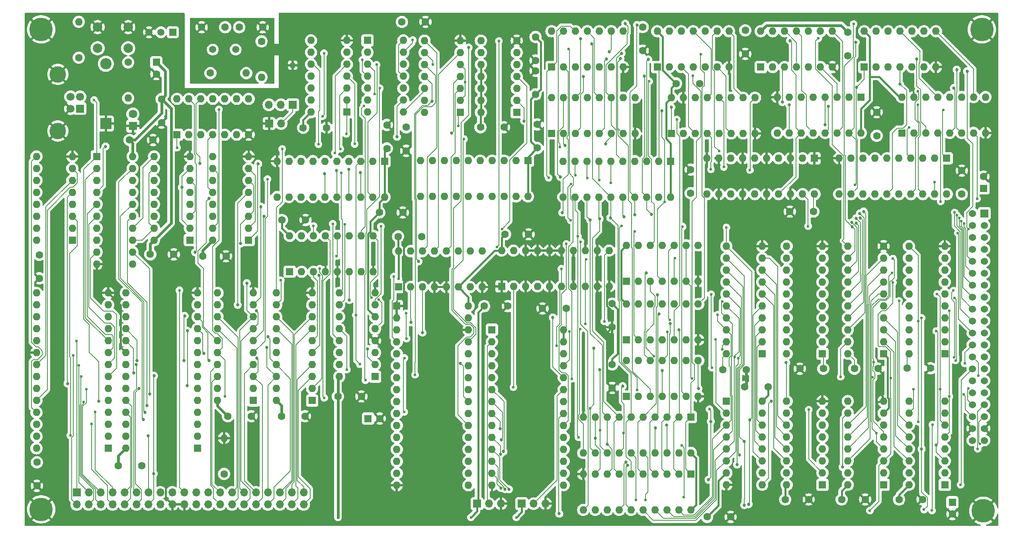
<source format=gbl>
G04 #@! TF.GenerationSoftware,KiCad,Pcbnew,8.0.8*
G04 #@! TF.CreationDate,2025-01-31T18:29:16-05:00*
G04 #@! TF.ProjectId,8_16_computer_2,385f3136-5f63-46f6-9d70-757465725f32,rev?*
G04 #@! TF.SameCoordinates,Original*
G04 #@! TF.FileFunction,Copper,L2,Bot*
G04 #@! TF.FilePolarity,Positive*
%FSLAX46Y46*%
G04 Gerber Fmt 4.6, Leading zero omitted, Abs format (unit mm)*
G04 Created by KiCad (PCBNEW 8.0.8) date 2025-01-31 18:29:16*
%MOMM*%
%LPD*%
G01*
G04 APERTURE LIST*
G04 #@! TA.AperFunction,ComponentPad*
%ADD10C,1.600000*%
G04 #@! TD*
G04 #@! TA.AperFunction,ComponentPad*
%ADD11R,1.600000X1.600000*%
G04 #@! TD*
G04 #@! TA.AperFunction,ComponentPad*
%ADD12O,1.600000X1.600000*%
G04 #@! TD*
G04 #@! TA.AperFunction,ComponentPad*
%ADD13R,1.700000X1.700000*%
G04 #@! TD*
G04 #@! TA.AperFunction,ComponentPad*
%ADD14C,1.524000*%
G04 #@! TD*
G04 #@! TA.AperFunction,ComponentPad*
%ADD15O,1.700000X1.700000*%
G04 #@! TD*
G04 #@! TA.AperFunction,ComponentPad*
%ADD16C,0.800000*%
G04 #@! TD*
G04 #@! TA.AperFunction,ComponentPad*
%ADD17C,5.000000*%
G04 #@! TD*
G04 #@! TA.AperFunction,ComponentPad*
%ADD18C,1.500000*%
G04 #@! TD*
G04 #@! TA.AperFunction,ComponentPad*
%ADD19R,1.500000X1.500000*%
G04 #@! TD*
G04 #@! TA.AperFunction,ComponentPad*
%ADD20C,1.700000*%
G04 #@! TD*
G04 #@! TA.AperFunction,ComponentPad*
%ADD21C,3.500000*%
G04 #@! TD*
G04 #@! TA.AperFunction,ComponentPad*
%ADD22C,2.000000*%
G04 #@! TD*
G04 #@! TA.AperFunction,ComponentPad*
%ADD23R,1.800000X1.800000*%
G04 #@! TD*
G04 #@! TA.AperFunction,ComponentPad*
%ADD24C,1.800000*%
G04 #@! TD*
G04 #@! TA.AperFunction,ComponentPad*
%ADD25R,2.400000X2.400000*%
G04 #@! TD*
G04 #@! TA.AperFunction,ComponentPad*
%ADD26O,2.400000X2.400000*%
G04 #@! TD*
G04 #@! TA.AperFunction,ComponentPad*
%ADD27R,1.000000X1.000000*%
G04 #@! TD*
G04 #@! TA.AperFunction,ViaPad*
%ADD28C,0.600000*%
G04 #@! TD*
G04 #@! TA.AperFunction,ViaPad*
%ADD29C,0.685800*%
G04 #@! TD*
G04 #@! TA.AperFunction,Conductor*
%ADD30C,0.400000*%
G04 #@! TD*
G04 #@! TA.AperFunction,Conductor*
%ADD31C,0.600000*%
G04 #@! TD*
G04 #@! TA.AperFunction,Conductor*
%ADD32C,0.150000*%
G04 #@! TD*
G04 APERTURE END LIST*
D10*
X251900000Y-150300000D03*
X256900000Y-150300000D03*
D11*
X282000000Y-86000000D03*
D12*
X284540000Y-86000000D03*
X287080000Y-86000000D03*
X289620000Y-86000000D03*
X292160000Y-86000000D03*
X294700000Y-86000000D03*
X297240000Y-86000000D03*
X297240000Y-78380000D03*
X294700000Y-78380000D03*
X292160000Y-78380000D03*
X289620000Y-78380000D03*
X287080000Y-78380000D03*
X284540000Y-78380000D03*
X282000000Y-78380000D03*
D11*
X180000000Y-106000000D03*
D12*
X177460000Y-106000000D03*
X174920000Y-106000000D03*
X172380000Y-106000000D03*
X169840000Y-106000000D03*
X167300000Y-106000000D03*
X164760000Y-106000000D03*
X162220000Y-106000000D03*
X159680000Y-106000000D03*
X157140000Y-106000000D03*
X157140000Y-113620000D03*
X159680000Y-113620000D03*
X162220000Y-113620000D03*
X164760000Y-113620000D03*
X167300000Y-113620000D03*
X169840000Y-113620000D03*
X172380000Y-113620000D03*
X174920000Y-113620000D03*
X177460000Y-113620000D03*
X180000000Y-113620000D03*
D13*
X307540000Y-117090000D03*
D14*
X307540000Y-119630000D03*
X307540000Y-122170000D03*
X307540000Y-124710000D03*
X307540000Y-127250000D03*
X307540000Y-129790000D03*
X307540000Y-132330000D03*
X307540000Y-134870000D03*
X307540000Y-137410000D03*
X307540000Y-139950000D03*
X307540000Y-142490000D03*
X307540000Y-145030000D03*
X307540000Y-147570000D03*
X307540000Y-150110000D03*
X307540000Y-152650000D03*
X307540000Y-155190000D03*
X307540000Y-157730000D03*
X307540000Y-160270000D03*
X307540000Y-162810000D03*
X307540000Y-165350000D03*
X305000000Y-165350000D03*
X305000000Y-162810000D03*
X305000000Y-160270000D03*
X305000000Y-157730000D03*
X305000000Y-155190000D03*
X305000000Y-152650000D03*
X305000000Y-150110000D03*
X305000000Y-147570000D03*
X305000000Y-145030000D03*
X305000000Y-142490000D03*
X305000000Y-139950000D03*
X305000000Y-137410000D03*
X305000000Y-134870000D03*
X305000000Y-132330000D03*
X305000000Y-129790000D03*
X305000000Y-127250000D03*
X305000000Y-124710000D03*
X305000000Y-122170000D03*
X305000000Y-119630000D03*
X305000000Y-117090000D03*
D10*
X265200000Y-177900000D03*
X270200000Y-177900000D03*
D11*
X245120000Y-160380000D03*
D12*
X242580000Y-160380000D03*
X240040000Y-160380000D03*
X237500000Y-160380000D03*
X234960000Y-160380000D03*
X232420000Y-160380000D03*
X229880000Y-160380000D03*
X227340000Y-160380000D03*
X224800000Y-160380000D03*
X222260000Y-160380000D03*
X222260000Y-168000000D03*
X224800000Y-168000000D03*
X227340000Y-168000000D03*
X229880000Y-168000000D03*
X232420000Y-168000000D03*
X234960000Y-168000000D03*
X237500000Y-168000000D03*
X240040000Y-168000000D03*
X242580000Y-168000000D03*
X245120000Y-168000000D03*
D13*
X114550000Y-176420000D03*
D15*
X114550000Y-178960000D03*
X117090000Y-176420000D03*
X117090000Y-178960000D03*
X119630000Y-176420000D03*
X119630000Y-178960000D03*
X122170000Y-176420000D03*
X122170000Y-178960000D03*
X124710000Y-176420000D03*
X124710000Y-178960000D03*
X127250000Y-176420000D03*
X127250000Y-178960000D03*
X129790000Y-176420000D03*
X129790000Y-178960000D03*
X132330000Y-176420000D03*
X132330000Y-178960000D03*
X134870000Y-176420000D03*
X134870000Y-178960000D03*
X137410000Y-176420000D03*
X137410000Y-178960000D03*
X139950000Y-176420000D03*
X139950000Y-178960000D03*
X142490000Y-176420000D03*
X142490000Y-178960000D03*
X145030000Y-176420000D03*
X145030000Y-178960000D03*
X147570000Y-176420000D03*
X147570000Y-178960000D03*
X150110000Y-176420000D03*
X150110000Y-178960000D03*
X152650000Y-176420000D03*
X152650000Y-178960000D03*
X155190000Y-176420000D03*
X155190000Y-178960000D03*
X157730000Y-176420000D03*
X157730000Y-178960000D03*
X160270000Y-176420000D03*
X160270000Y-178960000D03*
X162810000Y-176420000D03*
X162810000Y-178960000D03*
D10*
X184600000Y-98800000D03*
X184600000Y-103800000D03*
X273300000Y-150100000D03*
X268300000Y-150100000D03*
D11*
X152120000Y-156860000D03*
D12*
X152120000Y-154320000D03*
X152120000Y-151780000D03*
X152120000Y-149240000D03*
X152120000Y-146700000D03*
X152120000Y-144160000D03*
X152120000Y-141620000D03*
X152120000Y-139080000D03*
X152120000Y-136540000D03*
X152120000Y-134000000D03*
X144500000Y-134000000D03*
X144500000Y-136540000D03*
X144500000Y-139080000D03*
X144500000Y-141620000D03*
X144500000Y-144160000D03*
X144500000Y-146700000D03*
X144500000Y-149240000D03*
X144500000Y-151780000D03*
X144500000Y-154320000D03*
X144500000Y-156860000D03*
D10*
X183700000Y-76400000D03*
X188700000Y-76400000D03*
X228400000Y-136300000D03*
X228400000Y-141300000D03*
D16*
X105125000Y-180000000D03*
X105674175Y-178674175D03*
X105674175Y-181325825D03*
X107000000Y-178125000D03*
D17*
X107000000Y-180000000D03*
D16*
X107000000Y-181875000D03*
X108325825Y-178674175D03*
X108325825Y-181325825D03*
X108875000Y-180000000D03*
D11*
X273120000Y-174780000D03*
D12*
X273120000Y-172240000D03*
X273120000Y-169700000D03*
X273120000Y-167160000D03*
X273120000Y-164620000D03*
X273120000Y-162080000D03*
X273120000Y-159540000D03*
X273120000Y-157000000D03*
X265500000Y-157000000D03*
X265500000Y-159540000D03*
X265500000Y-162080000D03*
X265500000Y-164620000D03*
X265500000Y-167160000D03*
X265500000Y-169700000D03*
X265500000Y-172240000D03*
X265500000Y-174780000D03*
D11*
X176380000Y-80340000D03*
D12*
X176380000Y-82880000D03*
X176380000Y-85420000D03*
X176380000Y-87960000D03*
X176380000Y-90500000D03*
X176380000Y-93040000D03*
X176380000Y-95580000D03*
X184000000Y-95580000D03*
X184000000Y-93040000D03*
X184000000Y-90500000D03*
X184000000Y-87960000D03*
X184000000Y-85420000D03*
X184000000Y-82880000D03*
X184000000Y-80340000D03*
D10*
X245100000Y-112800000D03*
X245100000Y-107800000D03*
X234900000Y-77500000D03*
X234900000Y-82500000D03*
X130200000Y-125800000D03*
X135200000Y-125800000D03*
D11*
X300750000Y-178500000D03*
D10*
X300750000Y-181000000D03*
D13*
X199660000Y-178800000D03*
D15*
X202200000Y-178800000D03*
X204740000Y-178800000D03*
D11*
X196120000Y-95620000D03*
D12*
X196120000Y-93080000D03*
X196120000Y-90540000D03*
X196120000Y-88000000D03*
X196120000Y-85460000D03*
X196120000Y-82920000D03*
X196120000Y-80380000D03*
X188500000Y-80380000D03*
X188500000Y-82920000D03*
X188500000Y-85460000D03*
X188500000Y-88000000D03*
X188500000Y-90540000D03*
X188500000Y-93080000D03*
X188500000Y-95620000D03*
D10*
X125800000Y-101500000D03*
X130800000Y-101500000D03*
X289400000Y-177900000D03*
X294400000Y-177900000D03*
X278500000Y-78600000D03*
X278500000Y-83600000D03*
X248600000Y-181600000D03*
X253600000Y-181600000D03*
D11*
X245120000Y-172500000D03*
D12*
X242580000Y-172500000D03*
X240040000Y-172500000D03*
X237500000Y-172500000D03*
X234960000Y-172500000D03*
X232420000Y-172500000D03*
X229880000Y-172500000D03*
X227340000Y-172500000D03*
X224800000Y-172500000D03*
X222260000Y-172500000D03*
X222260000Y-180120000D03*
X224800000Y-180120000D03*
X227340000Y-180120000D03*
X229880000Y-180120000D03*
X232420000Y-180120000D03*
X234960000Y-180120000D03*
X237500000Y-180120000D03*
X240040000Y-180120000D03*
X242580000Y-180120000D03*
X245120000Y-180120000D03*
D10*
X279900000Y-150100000D03*
X284900000Y-150100000D03*
D18*
X143480000Y-82280000D03*
X148360000Y-82280000D03*
D11*
X182610000Y-136780000D03*
D12*
X182610000Y-139320000D03*
X182610000Y-141860000D03*
X182610000Y-144400000D03*
X182610000Y-146940000D03*
X182610000Y-149480000D03*
X182610000Y-152020000D03*
X182610000Y-154560000D03*
X182610000Y-157100000D03*
X182610000Y-159640000D03*
X182610000Y-162180000D03*
X182610000Y-164720000D03*
X182610000Y-167260000D03*
X182610000Y-169800000D03*
X182610000Y-172340000D03*
X182610000Y-174880000D03*
X197850000Y-174880000D03*
X197850000Y-172340000D03*
X197850000Y-169800000D03*
X197850000Y-167260000D03*
X197850000Y-164720000D03*
X197850000Y-162180000D03*
X197850000Y-159640000D03*
X197850000Y-157100000D03*
X197850000Y-154560000D03*
X197850000Y-152020000D03*
X197850000Y-149480000D03*
X197850000Y-146940000D03*
X197850000Y-144400000D03*
X197850000Y-141860000D03*
X197850000Y-139320000D03*
X197850000Y-136780000D03*
D11*
X164620000Y-156860000D03*
D12*
X164620000Y-154320000D03*
X164620000Y-151780000D03*
X164620000Y-149240000D03*
X164620000Y-146700000D03*
X164620000Y-144160000D03*
X164620000Y-141620000D03*
X164620000Y-139080000D03*
X164620000Y-136540000D03*
X164620000Y-134000000D03*
X157000000Y-134000000D03*
X157000000Y-136540000D03*
X157000000Y-139080000D03*
X157000000Y-141620000D03*
X157000000Y-144160000D03*
X157000000Y-146700000D03*
X157000000Y-149240000D03*
X157000000Y-151780000D03*
X157000000Y-154320000D03*
X157000000Y-156860000D03*
D11*
X151120000Y-122780000D03*
D12*
X151120000Y-120240000D03*
X151120000Y-117700000D03*
X151120000Y-115160000D03*
X151120000Y-112620000D03*
X151120000Y-110080000D03*
X151120000Y-107540000D03*
X151120000Y-105000000D03*
X143500000Y-105000000D03*
X143500000Y-107540000D03*
X143500000Y-110080000D03*
X143500000Y-112620000D03*
X143500000Y-115160000D03*
X143500000Y-117700000D03*
X143500000Y-120240000D03*
X143500000Y-122780000D03*
D10*
X149110000Y-77530000D03*
X154110000Y-77530000D03*
X302740000Y-113000000D03*
X302740000Y-108000000D03*
D11*
X290000000Y-100000000D03*
D12*
X292540000Y-100000000D03*
X295080000Y-100000000D03*
X297620000Y-100000000D03*
X300160000Y-100000000D03*
X302700000Y-100000000D03*
X305240000Y-100000000D03*
X307780000Y-100000000D03*
X307780000Y-92380000D03*
X305240000Y-92380000D03*
X302700000Y-92380000D03*
X300160000Y-92380000D03*
X297620000Y-92380000D03*
X295080000Y-92380000D03*
X292540000Y-92380000D03*
X290000000Y-92380000D03*
D11*
X260000000Y-86000000D03*
D12*
X262540000Y-86000000D03*
X265080000Y-86000000D03*
X267620000Y-86000000D03*
X270160000Y-86000000D03*
X272700000Y-86000000D03*
X275240000Y-86000000D03*
X275240000Y-78380000D03*
X272700000Y-78380000D03*
X270160000Y-78380000D03*
X267620000Y-78380000D03*
X265080000Y-78380000D03*
X262540000Y-78380000D03*
X260000000Y-78380000D03*
D10*
X242000000Y-89500000D03*
X247000000Y-89500000D03*
D11*
X231460000Y-131500000D03*
D12*
X234000000Y-131500000D03*
X236540000Y-131500000D03*
X239080000Y-131500000D03*
X241620000Y-131500000D03*
X244160000Y-131500000D03*
X246700000Y-131500000D03*
X246700000Y-123880000D03*
X244160000Y-123880000D03*
X241620000Y-123880000D03*
X239080000Y-123880000D03*
X236540000Y-123880000D03*
X234000000Y-123880000D03*
X231460000Y-123880000D03*
D11*
X176500000Y-160700000D03*
D10*
X179000000Y-160700000D03*
X212100000Y-91800000D03*
X212100000Y-86800000D03*
X153860000Y-80530000D03*
D12*
X153860000Y-88150000D03*
D10*
X123400000Y-170700000D03*
X128400000Y-170700000D03*
X261600000Y-154000000D03*
X256600000Y-154000000D03*
D11*
X208120000Y-95620000D03*
D12*
X208120000Y-93080000D03*
X208120000Y-90540000D03*
X208120000Y-88000000D03*
X208120000Y-85460000D03*
X208120000Y-82920000D03*
X208120000Y-80380000D03*
X200500000Y-80380000D03*
X200500000Y-82920000D03*
X200500000Y-85460000D03*
X200500000Y-88000000D03*
X200500000Y-90540000D03*
X200500000Y-93080000D03*
X200500000Y-95620000D03*
D10*
X212500000Y-103200000D03*
X212500000Y-98200000D03*
D11*
X172000000Y-95580000D03*
D12*
X172000000Y-93040000D03*
X172000000Y-90500000D03*
X172000000Y-87960000D03*
X172000000Y-85420000D03*
X172000000Y-82880000D03*
X172000000Y-80340000D03*
X164380000Y-80340000D03*
X164380000Y-82880000D03*
X164380000Y-85420000D03*
X164380000Y-87960000D03*
X164380000Y-90500000D03*
X164380000Y-93040000D03*
X164380000Y-95580000D03*
D19*
X135000000Y-78600000D03*
D18*
X132460000Y-78600000D03*
X129920000Y-78600000D03*
D13*
X115252500Y-94825000D03*
D20*
X115252500Y-92325000D03*
X113252500Y-92325000D03*
X113252500Y-94825000D03*
D21*
X110542500Y-99595000D03*
X110542500Y-87555000D03*
D10*
X180500000Y-103300000D03*
X180500000Y-98300000D03*
X125500000Y-85000000D03*
D12*
X125500000Y-92620000D03*
D11*
X252680000Y-157000000D03*
D12*
X252680000Y-159540000D03*
X252680000Y-162080000D03*
X252680000Y-164620000D03*
X252680000Y-167160000D03*
X252680000Y-169700000D03*
X252680000Y-172240000D03*
X252680000Y-174780000D03*
X260300000Y-174780000D03*
X260300000Y-172240000D03*
X260300000Y-169700000D03*
X260300000Y-167160000D03*
X260300000Y-164620000D03*
X260300000Y-162080000D03*
X260300000Y-159540000D03*
X260300000Y-157000000D03*
D11*
X286120000Y-174780000D03*
D12*
X286120000Y-172240000D03*
X286120000Y-169700000D03*
X286120000Y-167160000D03*
X286120000Y-164620000D03*
X286120000Y-162080000D03*
X286120000Y-159540000D03*
X286120000Y-157000000D03*
X278500000Y-157000000D03*
X278500000Y-159540000D03*
X278500000Y-162080000D03*
X278500000Y-164620000D03*
X278500000Y-167160000D03*
X278500000Y-169700000D03*
X278500000Y-172240000D03*
X278500000Y-174780000D03*
D11*
X204890000Y-132620000D03*
D12*
X207430000Y-132620000D03*
X209970000Y-132620000D03*
X212510000Y-132620000D03*
X215050000Y-132620000D03*
X217590000Y-132620000D03*
X220130000Y-132620000D03*
X222670000Y-132620000D03*
X225210000Y-132620000D03*
X227750000Y-132620000D03*
X227750000Y-125000000D03*
X225210000Y-125000000D03*
X222670000Y-125000000D03*
X220130000Y-125000000D03*
X217590000Y-125000000D03*
X215050000Y-125000000D03*
X212510000Y-125000000D03*
X209970000Y-125000000D03*
X207430000Y-125000000D03*
X204890000Y-125000000D03*
D10*
X182900000Y-122000000D03*
X187900000Y-122000000D03*
D22*
X119000000Y-77500000D03*
X125500000Y-77500000D03*
X119000000Y-82000000D03*
X125500000Y-82000000D03*
D10*
X115000000Y-84000000D03*
D12*
X115000000Y-76380000D03*
D11*
X159840000Y-129500000D03*
D12*
X162380000Y-129500000D03*
X164920000Y-129500000D03*
X167460000Y-129500000D03*
X170000000Y-129500000D03*
X172540000Y-129500000D03*
X175080000Y-129500000D03*
X177620000Y-129500000D03*
X177620000Y-121880000D03*
X175080000Y-121880000D03*
X172540000Y-121880000D03*
X170000000Y-121880000D03*
X167460000Y-121880000D03*
X164920000Y-121880000D03*
X162380000Y-121880000D03*
X159840000Y-121880000D03*
D10*
X271180000Y-116710000D03*
X266180000Y-116710000D03*
D13*
X155460000Y-98000000D03*
D15*
X158000000Y-98000000D03*
D23*
X126500000Y-98540000D03*
D24*
X126500000Y-96000000D03*
D11*
X131500000Y-85000000D03*
D10*
X131500000Y-87500000D03*
X284650000Y-100600000D03*
X284650000Y-95600000D03*
D11*
X135880000Y-100370000D03*
D12*
X138420000Y-100370000D03*
X140960000Y-100370000D03*
X143500000Y-100370000D03*
X146040000Y-100370000D03*
X148580000Y-100370000D03*
X151120000Y-100370000D03*
X151120000Y-92750000D03*
X148580000Y-92750000D03*
X146040000Y-92750000D03*
X143500000Y-92750000D03*
X140960000Y-92750000D03*
X138420000Y-92750000D03*
X135880000Y-92750000D03*
D10*
X200400000Y-98800000D03*
X205400000Y-98800000D03*
X218600000Y-137300000D03*
X213600000Y-137300000D03*
X158200000Y-118500000D03*
X163200000Y-118500000D03*
X106600000Y-125900000D03*
X106600000Y-130900000D03*
D25*
X120750000Y-98000000D03*
D26*
X120750000Y-85300000D03*
D10*
X145890000Y-172470000D03*
D12*
X145890000Y-164850000D03*
D10*
X141300000Y-126200000D03*
X146300000Y-126200000D03*
X132600000Y-92800000D03*
X132600000Y-97800000D03*
X212100000Y-79600000D03*
X212100000Y-84600000D03*
X162700000Y-98900000D03*
X167700000Y-98900000D03*
X291100000Y-150000000D03*
X296100000Y-150000000D03*
D11*
X281280000Y-92380000D03*
D12*
X278740000Y-92380000D03*
X276200000Y-92380000D03*
X273660000Y-92380000D03*
X271120000Y-92380000D03*
X268580000Y-92380000D03*
X266040000Y-92380000D03*
X263500000Y-92380000D03*
X263500000Y-100000000D03*
X266040000Y-100000000D03*
X268580000Y-100000000D03*
X271120000Y-100000000D03*
X273660000Y-100000000D03*
X276200000Y-100000000D03*
X278740000Y-100000000D03*
X281280000Y-100000000D03*
D11*
X231460000Y-156000000D03*
D12*
X234000000Y-156000000D03*
X236540000Y-156000000D03*
X239080000Y-156000000D03*
X241620000Y-156000000D03*
X244160000Y-156000000D03*
X246700000Y-156000000D03*
X246700000Y-148380000D03*
X244160000Y-148380000D03*
X241620000Y-148380000D03*
X239080000Y-148380000D03*
X236540000Y-148380000D03*
X234000000Y-148380000D03*
X231460000Y-148380000D03*
D10*
X158100000Y-160200000D03*
X163100000Y-160200000D03*
D13*
X160500000Y-94000000D03*
D15*
X157960000Y-94000000D03*
X155420000Y-94000000D03*
D16*
X305125000Y-78000000D03*
X305674175Y-76674175D03*
X305674175Y-79325825D03*
X307000000Y-76125000D03*
D17*
X307000000Y-78000000D03*
D16*
X307000000Y-79875000D03*
X308325825Y-76674175D03*
X308325825Y-79325825D03*
X308875000Y-78000000D03*
D10*
X178900000Y-116900000D03*
X183900000Y-116900000D03*
D11*
X121240000Y-167020000D03*
D12*
X121240000Y-164480000D03*
X121240000Y-161940000D03*
X121240000Y-159400000D03*
X121240000Y-156860000D03*
X121240000Y-154320000D03*
X121240000Y-151780000D03*
X121240000Y-149240000D03*
X121240000Y-146700000D03*
X121240000Y-144160000D03*
X121240000Y-141620000D03*
X121240000Y-139080000D03*
X121240000Y-136540000D03*
X121240000Y-134000000D03*
X106000000Y-134000000D03*
X106000000Y-136540000D03*
X106000000Y-139080000D03*
X106000000Y-141620000D03*
X106000000Y-144160000D03*
X106000000Y-146700000D03*
X106000000Y-149240000D03*
X106000000Y-151780000D03*
X106000000Y-154320000D03*
X106000000Y-156860000D03*
X106000000Y-159400000D03*
X106000000Y-161940000D03*
X106000000Y-164480000D03*
X106000000Y-167020000D03*
D11*
X271425000Y-105380000D03*
D12*
X268885000Y-105380000D03*
X266345000Y-105380000D03*
X263805000Y-105380000D03*
X261265000Y-105380000D03*
X258725000Y-105380000D03*
X256185000Y-105380000D03*
X253645000Y-105380000D03*
X251105000Y-105380000D03*
X248565000Y-105380000D03*
X248565000Y-113000000D03*
X251105000Y-113000000D03*
X253645000Y-113000000D03*
X256185000Y-113000000D03*
X258725000Y-113000000D03*
X261265000Y-113000000D03*
X263805000Y-113000000D03*
X266345000Y-113000000D03*
X268885000Y-113000000D03*
X271425000Y-113000000D03*
D10*
X201200000Y-136800000D03*
X206200000Y-136800000D03*
D16*
X105125000Y-78000000D03*
X105674175Y-76674175D03*
X105674175Y-79325825D03*
X107000000Y-76125000D03*
D17*
X107000000Y-78000000D03*
D16*
X107000000Y-79875000D03*
X108325825Y-76674175D03*
X108325825Y-79325825D03*
X108875000Y-78000000D03*
D11*
X140240000Y-167020000D03*
D12*
X140240000Y-164480000D03*
X140240000Y-161940000D03*
X140240000Y-159400000D03*
X140240000Y-156860000D03*
X140240000Y-154320000D03*
X140240000Y-151780000D03*
X140240000Y-149240000D03*
X140240000Y-146700000D03*
X140240000Y-144160000D03*
X140240000Y-141620000D03*
X140240000Y-139080000D03*
X140240000Y-136540000D03*
X140240000Y-134000000D03*
X125000000Y-134000000D03*
X125000000Y-136540000D03*
X125000000Y-139080000D03*
X125000000Y-141620000D03*
X125000000Y-144160000D03*
X125000000Y-146700000D03*
X125000000Y-149240000D03*
X125000000Y-151780000D03*
X125000000Y-154320000D03*
X125000000Y-156860000D03*
X125000000Y-159400000D03*
X125000000Y-161940000D03*
X125000000Y-164480000D03*
X125000000Y-167020000D03*
D10*
X106100000Y-170000000D03*
X106100000Y-175000000D03*
D11*
X238000000Y-86000000D03*
D12*
X240540000Y-86000000D03*
X243080000Y-86000000D03*
X245620000Y-86000000D03*
X248160000Y-86000000D03*
X250700000Y-86000000D03*
X253240000Y-86000000D03*
X253240000Y-78380000D03*
X250700000Y-78380000D03*
X248160000Y-78380000D03*
X245620000Y-78380000D03*
X243080000Y-78380000D03*
X240540000Y-78380000D03*
X238000000Y-78380000D03*
D11*
X286120000Y-146925000D03*
D12*
X286120000Y-144385000D03*
X286120000Y-141845000D03*
X286120000Y-139305000D03*
X286120000Y-136765000D03*
X286120000Y-134225000D03*
X286120000Y-131685000D03*
X286120000Y-129145000D03*
X286120000Y-126605000D03*
X286120000Y-124065000D03*
X278500000Y-124065000D03*
X278500000Y-126605000D03*
X278500000Y-129145000D03*
X278500000Y-131685000D03*
X278500000Y-134225000D03*
X278500000Y-136765000D03*
X278500000Y-139305000D03*
X278500000Y-141845000D03*
X278500000Y-144385000D03*
X278500000Y-146925000D03*
D13*
X209160000Y-178800000D03*
D15*
X211700000Y-178800000D03*
X214240000Y-178800000D03*
D11*
X118820000Y-105000000D03*
D12*
X118820000Y-107540000D03*
X118820000Y-110080000D03*
X118820000Y-112620000D03*
X118820000Y-115160000D03*
X118820000Y-117700000D03*
X118820000Y-120240000D03*
X118820000Y-122780000D03*
X118820000Y-125320000D03*
X118820000Y-127860000D03*
X126440000Y-127860000D03*
X126440000Y-125320000D03*
X126440000Y-122780000D03*
X126440000Y-120240000D03*
X126440000Y-117700000D03*
X126440000Y-115160000D03*
X126440000Y-112620000D03*
X126440000Y-110080000D03*
X126440000Y-107540000D03*
X126440000Y-105000000D03*
D11*
X215500000Y-100120000D03*
D12*
X218040000Y-100120000D03*
X220580000Y-100120000D03*
X223120000Y-100120000D03*
X225660000Y-100120000D03*
X228200000Y-100120000D03*
X230740000Y-100120000D03*
X233280000Y-100120000D03*
X233280000Y-92500000D03*
X230740000Y-92500000D03*
X228200000Y-92500000D03*
X225660000Y-92500000D03*
X223120000Y-92500000D03*
X220580000Y-92500000D03*
X218040000Y-92500000D03*
X215500000Y-92500000D03*
D27*
X160500000Y-85600000D03*
D10*
X277200000Y-177900000D03*
X282200000Y-177900000D03*
X170100000Y-156000000D03*
X175100000Y-156000000D03*
X205630000Y-121540000D03*
X210630000Y-121540000D03*
D11*
X273120000Y-146925000D03*
D12*
X273120000Y-144385000D03*
X273120000Y-141845000D03*
X273120000Y-139305000D03*
X273120000Y-136765000D03*
X273120000Y-134225000D03*
X273120000Y-131685000D03*
X273120000Y-129145000D03*
X273120000Y-126605000D03*
X273120000Y-124065000D03*
X265500000Y-124065000D03*
X265500000Y-126605000D03*
X265500000Y-129145000D03*
X265500000Y-131685000D03*
X265500000Y-134225000D03*
X265500000Y-136765000D03*
X265500000Y-139305000D03*
X265500000Y-141845000D03*
X265500000Y-144385000D03*
X265500000Y-146925000D03*
D10*
X256700000Y-78200000D03*
X256700000Y-83200000D03*
X142990000Y-87280000D03*
D12*
X150610000Y-87280000D03*
D10*
X146700000Y-160200000D03*
X151700000Y-160200000D03*
D16*
X305450825Y-180325825D03*
X306000000Y-179000000D03*
X306000000Y-181651650D03*
X307325825Y-178450825D03*
D17*
X307325825Y-180325825D03*
D16*
X307325825Y-182200825D03*
X308651650Y-179000000D03*
X308651650Y-181651650D03*
X309200825Y-180325825D03*
D11*
X182970000Y-132750000D03*
D12*
X185510000Y-132750000D03*
X188050000Y-132750000D03*
X190590000Y-132750000D03*
X193130000Y-132750000D03*
X195670000Y-132750000D03*
X198210000Y-132750000D03*
X200750000Y-132750000D03*
X200750000Y-125130000D03*
X198210000Y-125130000D03*
X195670000Y-125130000D03*
X193130000Y-125130000D03*
X190590000Y-125130000D03*
X188050000Y-125130000D03*
X185510000Y-125130000D03*
X182970000Y-125130000D03*
D11*
X202850000Y-141820000D03*
D12*
X202850000Y-144360000D03*
X202850000Y-146900000D03*
X202850000Y-149440000D03*
X202850000Y-151980000D03*
X202850000Y-154520000D03*
X202850000Y-157060000D03*
X202850000Y-159600000D03*
X202850000Y-162140000D03*
X202850000Y-164680000D03*
X202850000Y-167220000D03*
X202850000Y-169760000D03*
X202850000Y-172300000D03*
X202850000Y-174840000D03*
X218090000Y-174840000D03*
X218090000Y-172300000D03*
X218090000Y-169760000D03*
X218090000Y-167220000D03*
X218090000Y-164680000D03*
X218090000Y-162140000D03*
X218090000Y-159600000D03*
X218090000Y-157060000D03*
X218090000Y-154520000D03*
X218090000Y-151980000D03*
X218090000Y-149440000D03*
X218090000Y-146900000D03*
X218090000Y-144360000D03*
X218090000Y-141820000D03*
D11*
X240860000Y-106000000D03*
D12*
X238320000Y-106000000D03*
X235780000Y-106000000D03*
X233240000Y-106000000D03*
X230700000Y-106000000D03*
X228160000Y-106000000D03*
X225620000Y-106000000D03*
X223080000Y-106000000D03*
X220540000Y-106000000D03*
X218000000Y-106000000D03*
X218000000Y-113620000D03*
X220540000Y-113620000D03*
X223080000Y-113620000D03*
X225620000Y-113620000D03*
X228160000Y-113620000D03*
X230700000Y-113620000D03*
X233240000Y-113620000D03*
X235780000Y-113620000D03*
X238320000Y-113620000D03*
X240860000Y-113620000D03*
D11*
X260300000Y-146925000D03*
D12*
X260300000Y-144385000D03*
X260300000Y-141845000D03*
X260300000Y-139305000D03*
X260300000Y-136765000D03*
X260300000Y-134225000D03*
X260300000Y-131685000D03*
X260300000Y-129145000D03*
X260300000Y-126605000D03*
X260300000Y-124065000D03*
X252680000Y-124065000D03*
X252680000Y-126605000D03*
X252680000Y-129145000D03*
X252680000Y-131685000D03*
X252680000Y-134225000D03*
X252680000Y-136765000D03*
X252680000Y-139305000D03*
X252680000Y-141845000D03*
X252680000Y-144385000D03*
X252680000Y-146925000D03*
D10*
X228400000Y-149200000D03*
X228400000Y-154200000D03*
D11*
X113620000Y-122780000D03*
D12*
X113620000Y-120240000D03*
X113620000Y-117700000D03*
X113620000Y-115160000D03*
X113620000Y-112620000D03*
X113620000Y-110080000D03*
X113620000Y-107540000D03*
X113620000Y-105000000D03*
X106000000Y-105000000D03*
X106000000Y-107540000D03*
X106000000Y-110080000D03*
X106000000Y-112620000D03*
X106000000Y-115160000D03*
X106000000Y-117700000D03*
X106000000Y-120240000D03*
X106000000Y-122780000D03*
D11*
X241000000Y-100120000D03*
D12*
X243540000Y-100120000D03*
X246080000Y-100120000D03*
X248620000Y-100120000D03*
X251160000Y-100120000D03*
X253700000Y-100120000D03*
X256240000Y-100120000D03*
X258780000Y-100120000D03*
X258780000Y-92500000D03*
X256240000Y-92500000D03*
X253700000Y-92500000D03*
X251160000Y-92500000D03*
X248620000Y-92500000D03*
X246080000Y-92500000D03*
X243540000Y-92500000D03*
X241000000Y-92500000D03*
D11*
X299120000Y-146925000D03*
D12*
X299120000Y-144385000D03*
X299120000Y-141845000D03*
X299120000Y-139305000D03*
X299120000Y-136765000D03*
X299120000Y-134225000D03*
X299120000Y-131685000D03*
X299120000Y-129145000D03*
X299120000Y-126605000D03*
X299120000Y-124065000D03*
X291500000Y-124065000D03*
X291500000Y-126605000D03*
X291500000Y-129145000D03*
X291500000Y-131685000D03*
X291500000Y-134225000D03*
X291500000Y-136765000D03*
X291500000Y-139305000D03*
X291500000Y-141845000D03*
X291500000Y-144385000D03*
X291500000Y-146925000D03*
D10*
X146110000Y-77530000D03*
X141110000Y-77530000D03*
D11*
X231460000Y-143970000D03*
D12*
X234000000Y-143970000D03*
X236540000Y-143970000D03*
X239080000Y-143970000D03*
X241620000Y-143970000D03*
X244160000Y-143970000D03*
X246700000Y-143970000D03*
X246700000Y-136350000D03*
X244160000Y-136350000D03*
X241620000Y-136350000D03*
X239080000Y-136350000D03*
X236540000Y-136350000D03*
X234000000Y-136350000D03*
X231460000Y-136350000D03*
D11*
X210500000Y-105880000D03*
D12*
X207960000Y-105880000D03*
X205420000Y-105880000D03*
X202880000Y-105880000D03*
X200340000Y-105880000D03*
X197800000Y-105880000D03*
X195260000Y-105880000D03*
X192720000Y-105880000D03*
X190180000Y-105880000D03*
X187640000Y-105880000D03*
X187640000Y-113500000D03*
X190180000Y-113500000D03*
X192720000Y-113500000D03*
X195260000Y-113500000D03*
X197800000Y-113500000D03*
X200340000Y-113500000D03*
X202880000Y-113500000D03*
X205420000Y-113500000D03*
X207960000Y-113500000D03*
X210500000Y-113500000D03*
D11*
X138620000Y-122780000D03*
D12*
X138620000Y-120240000D03*
X138620000Y-117700000D03*
X138620000Y-115160000D03*
X138620000Y-112620000D03*
X138620000Y-110080000D03*
X138620000Y-107540000D03*
X138620000Y-105000000D03*
X131000000Y-105000000D03*
X131000000Y-107540000D03*
X131000000Y-110080000D03*
X131000000Y-112620000D03*
X131000000Y-115160000D03*
X131000000Y-117700000D03*
X131000000Y-120240000D03*
X131000000Y-122780000D03*
D11*
X215500000Y-86000000D03*
D12*
X218040000Y-86000000D03*
X220580000Y-86000000D03*
X223120000Y-86000000D03*
X225660000Y-86000000D03*
X228200000Y-86000000D03*
X230740000Y-86000000D03*
X230740000Y-78380000D03*
X228200000Y-78380000D03*
X225660000Y-78380000D03*
X223120000Y-78380000D03*
X220580000Y-78380000D03*
X218040000Y-78380000D03*
X215500000Y-78380000D03*
D11*
X299120000Y-174780000D03*
D12*
X299120000Y-172240000D03*
X299120000Y-169700000D03*
X299120000Y-167160000D03*
X299120000Y-164620000D03*
X299120000Y-162080000D03*
X299120000Y-159540000D03*
X299120000Y-157000000D03*
X291500000Y-157000000D03*
X291500000Y-159540000D03*
X291500000Y-162080000D03*
X291500000Y-164620000D03*
X291500000Y-167160000D03*
X291500000Y-169700000D03*
X291500000Y-172240000D03*
X291500000Y-174780000D03*
D11*
X307370000Y-111760000D03*
D10*
X307370000Y-109260000D03*
D11*
X178000000Y-151780000D03*
D12*
X178000000Y-149240000D03*
X178000000Y-146700000D03*
X178000000Y-144160000D03*
X178000000Y-141620000D03*
X178000000Y-139080000D03*
X178000000Y-136540000D03*
X178000000Y-134000000D03*
X170380000Y-134000000D03*
X170380000Y-136540000D03*
X170380000Y-139080000D03*
X170380000Y-141620000D03*
X170380000Y-144160000D03*
X170380000Y-146700000D03*
X170380000Y-149240000D03*
X170380000Y-151780000D03*
D11*
X299540000Y-105380000D03*
D12*
X297000000Y-105380000D03*
X294460000Y-105380000D03*
X291920000Y-105380000D03*
X289380000Y-105380000D03*
X286840000Y-105380000D03*
X284300000Y-105380000D03*
X281760000Y-105380000D03*
X279220000Y-105380000D03*
X276680000Y-105380000D03*
X276680000Y-113000000D03*
X279220000Y-113000000D03*
X281760000Y-113000000D03*
X284300000Y-113000000D03*
X286840000Y-113000000D03*
X289380000Y-113000000D03*
X291920000Y-113000000D03*
X294460000Y-113000000D03*
X297000000Y-113000000D03*
X299540000Y-113000000D03*
D28*
X250750000Y-128000000D03*
X136500000Y-105000000D03*
X247500000Y-172250000D03*
X180500000Y-136750000D03*
X168000000Y-132750000D03*
X180500000Y-129500000D03*
X109500000Y-148000000D03*
X259500000Y-83500000D03*
X111500000Y-148000000D03*
X193000000Y-129500000D03*
X222250000Y-158000000D03*
X255750000Y-86500000D03*
X248500000Y-176250000D03*
X191250000Y-137000000D03*
X229000000Y-157000000D03*
X188250000Y-129500000D03*
X292000000Y-88000000D03*
X149800000Y-134000000D03*
X141500000Y-97500000D03*
X246750000Y-128000000D03*
X189250000Y-137000000D03*
X133000000Y-146500000D03*
X111500000Y-147000000D03*
X180500000Y-133750000D03*
X147800000Y-104800000D03*
X220000000Y-158250000D03*
X180500000Y-139250000D03*
X225500000Y-128250000D03*
X222250000Y-157000000D03*
X132250000Y-170500000D03*
X138500000Y-98000000D03*
X220000000Y-159500000D03*
X253000000Y-83250000D03*
X292000000Y-89000000D03*
X162500000Y-133750000D03*
X163500000Y-124750000D03*
X151500000Y-97500000D03*
X185000000Y-121750000D03*
X193250000Y-137000000D03*
X228250000Y-128250000D03*
X160500000Y-124750000D03*
X220000000Y-130500000D03*
X237000000Y-100000000D03*
X143500000Y-97500000D03*
X228250000Y-130500000D03*
X250750000Y-131500000D03*
X131000000Y-146500000D03*
X166500000Y-124750000D03*
X168000000Y-134250000D03*
X135000000Y-146500000D03*
X220000000Y-128250000D03*
X170000000Y-132000000D03*
X147000000Y-97500000D03*
X237000000Y-103000000D03*
X216000000Y-128000000D03*
X147200000Y-134000000D03*
X225500000Y-130500000D03*
X109500000Y-147000000D03*
X216000000Y-130500000D03*
X132250000Y-166250000D03*
X247500000Y-173250000D03*
X159500000Y-133750000D03*
X152500000Y-125000000D03*
X136000000Y-98000000D03*
X133000000Y-105000000D03*
X248500000Y-175250000D03*
X251000000Y-83250000D03*
X249500000Y-131500000D03*
X208026000Y-181697000D03*
X198374000Y-181697000D03*
X170100000Y-160300000D03*
X182970000Y-131002000D03*
X170100000Y-181697000D03*
D29*
X130915000Y-172420000D03*
X130970000Y-151600000D03*
X155000000Y-145550000D03*
D28*
X115052000Y-149400000D03*
X114500000Y-144200000D03*
D29*
X129780000Y-164350000D03*
D28*
X113200000Y-164300000D03*
D29*
X155200000Y-143300000D03*
X138100000Y-142050000D03*
X138050000Y-153700000D03*
D28*
X117700000Y-161800000D03*
D29*
X128700000Y-160900000D03*
X112600000Y-153245000D03*
X127800000Y-154310000D03*
D28*
X116600000Y-154500000D03*
D29*
X130117900Y-155480000D03*
X127200000Y-149240000D03*
D28*
X113800000Y-147300000D03*
X116000000Y-157200000D03*
D29*
X129500000Y-157935000D03*
X129100000Y-159400000D03*
D28*
X118500000Y-159300000D03*
D29*
X137507028Y-138880872D03*
X137390000Y-148344900D03*
D28*
X115500000Y-151800000D03*
D29*
X150723600Y-131927600D03*
X152775000Y-137825000D03*
X126700000Y-151000000D03*
X152875000Y-147850000D03*
X141570770Y-146880104D03*
X127400000Y-148400000D03*
X142677000Y-148407000D03*
D28*
X235500000Y-177975000D03*
X298118000Y-154500000D03*
X296400000Y-180250000D03*
X297484800Y-134225000D03*
X296500000Y-162000000D03*
D29*
X204855100Y-165200000D03*
D28*
X303185931Y-119285931D03*
D29*
X228000000Y-118055100D03*
X280297642Y-119161370D03*
X224040100Y-81067900D03*
X120700800Y-102870000D03*
X172380000Y-107746800D03*
X281079516Y-117104936D03*
X205639161Y-175709672D03*
X235235100Y-87900000D03*
X153150000Y-106550000D03*
D28*
X301700000Y-117500000D03*
D29*
X236795100Y-117332451D03*
X240724900Y-140500101D03*
X225720000Y-118255100D03*
X279379948Y-119014282D03*
D28*
X304137684Y-120448619D03*
D29*
X303860000Y-86900000D03*
D28*
X250799600Y-138633200D03*
X219300000Y-142200000D03*
D29*
X233240000Y-117417900D03*
D28*
X302200000Y-118100000D03*
D29*
X204724000Y-175463200D03*
X281134896Y-118034160D03*
X169824400Y-107968700D03*
X233715219Y-77042900D03*
X238345900Y-138475000D03*
D28*
X221130000Y-121960000D03*
X221270000Y-164680000D03*
D29*
X224800000Y-164900000D03*
D28*
X272240000Y-79900000D03*
D29*
X196150000Y-148970000D03*
D28*
X225875000Y-163200000D03*
X288100000Y-126700000D03*
X284002000Y-148706000D03*
D29*
X225790000Y-150360000D03*
X217375000Y-109350000D03*
X238050000Y-134400000D03*
X167230000Y-108627900D03*
X280255728Y-118142376D03*
X149400000Y-123500000D03*
X230900000Y-117778100D03*
D28*
X302671862Y-118748000D03*
X287883600Y-129743200D03*
X230843000Y-163764800D03*
X284575000Y-163764800D03*
D29*
X230629394Y-153800000D03*
D28*
X283725000Y-151900000D03*
D29*
X217800000Y-116921900D03*
X281850000Y-116667900D03*
X242613100Y-141850000D03*
D28*
X301200000Y-116900000D03*
D29*
X174853600Y-108407200D03*
X206451200Y-175744900D03*
X217160000Y-180927100D03*
D28*
X254426196Y-147638443D03*
X301433018Y-148346241D03*
X301200000Y-135100000D03*
D29*
X204585500Y-162864800D03*
D28*
X300100000Y-156000000D03*
D29*
X237600000Y-162717900D03*
D28*
X300100000Y-137800000D03*
D29*
X294200000Y-167200000D03*
D28*
X306120800Y-167132000D03*
X243200000Y-166400000D03*
X294200000Y-139300000D03*
D29*
X240000000Y-162100000D03*
D28*
X294709620Y-180053444D03*
X243600000Y-177421000D03*
D29*
X279415911Y-119924089D03*
X227340000Y-166152900D03*
X136906000Y-111545000D03*
D28*
X279760000Y-76851000D03*
D29*
X223760000Y-118524100D03*
D28*
X297300000Y-142100000D03*
D29*
X297300000Y-166300000D03*
X204636303Y-168235697D03*
D28*
X306603253Y-166090747D03*
X223725000Y-158500000D03*
D29*
X224490000Y-145720000D03*
D28*
X293460000Y-140000000D03*
X293500000Y-161400000D03*
X204320000Y-80470000D03*
X203951725Y-124209319D03*
X218650000Y-123575000D03*
X283200000Y-180252000D03*
X287626860Y-152109569D03*
X233500000Y-177975000D03*
X288100000Y-131800000D03*
D29*
X205300000Y-167700000D03*
D28*
X251866400Y-135839200D03*
D29*
X215800000Y-139200000D03*
D28*
X216570000Y-145270000D03*
X217590000Y-128880000D03*
D29*
X231314372Y-169947972D03*
X255490900Y-168400000D03*
D28*
X158242000Y-103400000D03*
X136398000Y-133451600D03*
X170600000Y-103400000D03*
X181980000Y-130550000D03*
D29*
X254950000Y-170500000D03*
X231664544Y-170681476D03*
X256500000Y-179100000D03*
D28*
X222670000Y-140550000D03*
X222860000Y-126860000D03*
D29*
X256450000Y-165540100D03*
D28*
X179251051Y-119875000D03*
X301898000Y-121252968D03*
D29*
X257714937Y-160955587D03*
D28*
X252700000Y-120079000D03*
X226750000Y-140048000D03*
D29*
X257400000Y-178900000D03*
D28*
X249600000Y-149900000D03*
X249430000Y-134280000D03*
X303370000Y-148980000D03*
X301100000Y-147700000D03*
X207390000Y-154040000D03*
X255200000Y-147830000D03*
X300939200Y-133500000D03*
X118250000Y-93000000D03*
D29*
X119232100Y-157010000D03*
X248900000Y-173700000D03*
D28*
X302500000Y-174780000D03*
X167132000Y-83058000D03*
X166850000Y-96450000D03*
X249100000Y-158700000D03*
D29*
X249400000Y-161300000D03*
D28*
X240180000Y-142300000D03*
X270070000Y-119800000D03*
X304190400Y-154279600D03*
X243383000Y-119902000D03*
X237299000Y-147415922D03*
D29*
X239080000Y-150455100D03*
X246740000Y-154310000D03*
X235625000Y-129719900D03*
X230395224Y-83055101D03*
D28*
X303102000Y-155600000D03*
D29*
X262224100Y-157000000D03*
X265420000Y-148790000D03*
D28*
X167200000Y-156300000D03*
X230400000Y-119748000D03*
X164920000Y-119775000D03*
X233700000Y-154600000D03*
X233200000Y-120900000D03*
X177250000Y-134998000D03*
X174750000Y-149150000D03*
X173918000Y-138750000D03*
X221660000Y-123110000D03*
X240650000Y-139730000D03*
X221580000Y-141680000D03*
D29*
X182644900Y-100827100D03*
D28*
X239530000Y-114640000D03*
D29*
X239000000Y-95300000D03*
D28*
X241750000Y-126580000D03*
X169800000Y-126188000D03*
D29*
X139755100Y-125361637D03*
D28*
X196900000Y-101300000D03*
X195700000Y-98500000D03*
D29*
X194300000Y-100055100D03*
D28*
X135900000Y-103150000D03*
X219840000Y-152250000D03*
X219120000Y-82200000D03*
X169437500Y-104237500D03*
D29*
X140716000Y-106426000D03*
D28*
X242150000Y-97150000D03*
X173650000Y-102350000D03*
X236282000Y-89021900D03*
X306267470Y-151625000D03*
X245364000Y-152196800D03*
X190246000Y-85445600D03*
X197122000Y-89154000D03*
X165950000Y-102400000D03*
D29*
X187210000Y-127320000D03*
X240970000Y-94557900D03*
X190144400Y-93222527D03*
D28*
X186500000Y-151402000D03*
X166200000Y-128825000D03*
D29*
X166024013Y-130294619D03*
X176400000Y-145900000D03*
X188080000Y-142430000D03*
D28*
X178729689Y-135397289D03*
D29*
X172540000Y-135500000D03*
D28*
X157937200Y-131312000D03*
D29*
X185660000Y-140250000D03*
D28*
X179000000Y-90500000D03*
X175942968Y-152542968D03*
X144800000Y-95000000D03*
X184251600Y-147828000D03*
X251840597Y-146030049D03*
X184200000Y-159300000D03*
X177900000Y-91700000D03*
X146100000Y-156000000D03*
X292502000Y-154500000D03*
D29*
X153710000Y-115650000D03*
X148780000Y-136550000D03*
X142697200Y-113893600D03*
X154370000Y-117690000D03*
X227800000Y-82744900D03*
D28*
X214910000Y-109540000D03*
X155110000Y-109810000D03*
X168998000Y-119300000D03*
X184700000Y-143719000D03*
X184600000Y-138300000D03*
X170840400Y-108458000D03*
X219687768Y-110867832D03*
X171602000Y-119419000D03*
X219600000Y-118567000D03*
X172000000Y-150300000D03*
X277000000Y-151832000D03*
X175630000Y-94230000D03*
X204980000Y-120402000D03*
D29*
X227182854Y-84263300D03*
X222320000Y-87975000D03*
X221700000Y-79978100D03*
X264575000Y-93430000D03*
X227000000Y-102355100D03*
X231201156Y-76760331D03*
X236085100Y-84400000D03*
X218370254Y-102655100D03*
D28*
X251117888Y-103869000D03*
X217263000Y-102975000D03*
X223090000Y-109610000D03*
X280025000Y-111060000D03*
D29*
X280200000Y-80740000D03*
D28*
X228150000Y-110610000D03*
D29*
X280359900Y-90250000D03*
X301657900Y-86530100D03*
X293190000Y-84250000D03*
D28*
X225710000Y-110040000D03*
D29*
X289620000Y-89619900D03*
X266240000Y-80380000D03*
D28*
X296990000Y-110430000D03*
X220610000Y-108990000D03*
X252162000Y-107250000D03*
X249390000Y-107750000D03*
X291510000Y-98830000D03*
X257700000Y-107890000D03*
D29*
X301050000Y-90425000D03*
X274320000Y-94334900D03*
D28*
X305990000Y-113990000D03*
D29*
X266060000Y-94034900D03*
D28*
X293410000Y-91120000D03*
D29*
X273660000Y-98225000D03*
D28*
X293400000Y-94020000D03*
X298250000Y-114570000D03*
X245530000Y-87850000D03*
X175290000Y-84460000D03*
X298820000Y-95115000D03*
X178300000Y-85500000D03*
D29*
X197870000Y-81840000D03*
X209703101Y-97452479D03*
X230184900Y-84182915D03*
X277400000Y-171000000D03*
D28*
X289400000Y-135690000D03*
X171875474Y-100216200D03*
X250350000Y-143850000D03*
X270200000Y-158800000D03*
X186000000Y-80250000D03*
X247250000Y-83250000D03*
D30*
X125000000Y-146700000D02*
X123873000Y-145573000D01*
D31*
X256900000Y-150300000D02*
X256900000Y-153700000D01*
D30*
X184097000Y-122653000D02*
X185000000Y-121750000D01*
X228400000Y-154200000D02*
X227273000Y-153073000D01*
X184097000Y-136747000D02*
X184097000Y-122653000D01*
X227273000Y-133097000D02*
X227750000Y-132620000D01*
X182610000Y-136780000D02*
X184070000Y-136780000D01*
X123873000Y-145573000D02*
X123873000Y-136633000D01*
X134870000Y-178960000D02*
X133507000Y-177597000D01*
X228400000Y-137893819D02*
X227273000Y-136766819D01*
X227273000Y-153073000D02*
X227273000Y-142427000D01*
X184070000Y-136780000D02*
X184100000Y-136750000D01*
X227273000Y-142427000D02*
X228400000Y-141300000D01*
X133507000Y-177597000D02*
X133507000Y-171757000D01*
X184100000Y-136750000D02*
X184097000Y-136747000D01*
X133507000Y-171757000D02*
X132250000Y-170500000D01*
X123873000Y-136633000D02*
X121240000Y-134000000D01*
X228400000Y-141300000D02*
X228400000Y-137893819D01*
X227273000Y-136766819D02*
X227273000Y-133097000D01*
X228400000Y-136300000D02*
X229527000Y-137427000D01*
X195670000Y-132750000D02*
X203420000Y-125000000D01*
X158200000Y-120240000D02*
X159840000Y-121880000D01*
X197850000Y-134930000D02*
X197850000Y-136780000D01*
X178900000Y-114720000D02*
X180000000Y-113620000D01*
X229527000Y-137427000D02*
X229527000Y-146941630D01*
X199902000Y-178558000D02*
X199902000Y-138098000D01*
X239127000Y-79507000D02*
X238000000Y-78380000D01*
D32*
X279900000Y-150100000D02*
X279900000Y-148325000D01*
X251900000Y-147705000D02*
X252680000Y-146925000D01*
D31*
X260000000Y-78380000D02*
X261227000Y-77153000D01*
D32*
X273300000Y-150100000D02*
X273300000Y-147105000D01*
D30*
X289400000Y-176880000D02*
X291500000Y-174780000D01*
X198374000Y-181697000D02*
X199660000Y-180411000D01*
D31*
X170100000Y-156000000D02*
X170100000Y-152060000D01*
D30*
X283127000Y-93023000D02*
X283127000Y-86638370D01*
X283127000Y-86638370D02*
X283127000Y-88100000D01*
X195670000Y-132750000D02*
X197850000Y-134930000D01*
X210500000Y-105880000D02*
X210500000Y-105200000D01*
X239127000Y-86627000D02*
X239127000Y-79507000D01*
X246247000Y-178993000D02*
X245120000Y-180120000D01*
X208026000Y-181697000D02*
X209160000Y-180563000D01*
D31*
X133399999Y-86899999D02*
X131500000Y-85000000D01*
D30*
X230333000Y-135223000D02*
X230333000Y-125007000D01*
X204890000Y-125000000D02*
X204890000Y-122280000D01*
D31*
X134620000Y-119160000D02*
X134620000Y-94820000D01*
D30*
X265200000Y-177900000D02*
X265200000Y-175080000D01*
X277200000Y-177900000D02*
X277200000Y-176080000D01*
D31*
X144500000Y-158000000D02*
X146700000Y-160200000D01*
D30*
X239873000Y-101247000D02*
X239873000Y-93627000D01*
X180000000Y-106000000D02*
X180000000Y-103800000D01*
X239873000Y-93627000D02*
X241000000Y-92500000D01*
X182970000Y-131002000D02*
X182970000Y-125130000D01*
X178900000Y-116900000D02*
X178900000Y-114720000D01*
X176484000Y-137564000D02*
X176484000Y-121422181D01*
X287247000Y-158413000D02*
X286120000Y-159540000D01*
X204890000Y-122280000D02*
X205630000Y-121540000D01*
D31*
X125800000Y-101500000D02*
X126931370Y-101500000D01*
X126440000Y-102140000D02*
X125800000Y-101500000D01*
D32*
X182998000Y-81342000D02*
X184000000Y-80340000D01*
D30*
X176993000Y-118807000D02*
X178900000Y-116900000D01*
X251000000Y-179200000D02*
X248600000Y-181600000D01*
D31*
X132600000Y-92800000D02*
X133399999Y-92000001D01*
X131000000Y-122780000D02*
X134620000Y-119160000D01*
D30*
X230333000Y-125007000D02*
X231460000Y-123880000D01*
X261600000Y-154000000D02*
X261600000Y-155700000D01*
D31*
X123400000Y-168620000D02*
X125000000Y-167020000D01*
D32*
X271180000Y-116710000D02*
X271180000Y-113245000D01*
D31*
X132600000Y-95831370D02*
X132600000Y-92800000D01*
D30*
X252680000Y-172240000D02*
X251000000Y-173920000D01*
X231460000Y-136350000D02*
X230333000Y-135223000D01*
X180000000Y-103800000D02*
X180500000Y-103300000D01*
X162700000Y-98900000D02*
X162700000Y-97260000D01*
D31*
X126440000Y-105000000D02*
X126440000Y-102140000D01*
D30*
X180000000Y-113620000D02*
X180000000Y-106000000D01*
D31*
X141300000Y-126200000D02*
X141300000Y-124980000D01*
D32*
X182998000Y-86958000D02*
X182998000Y-81342000D01*
X279900000Y-148325000D02*
X278500000Y-146925000D01*
D31*
X261227000Y-77153000D02*
X277053000Y-77153000D01*
D30*
X211096000Y-101796000D02*
X211096000Y-92804000D01*
X213227000Y-80727000D02*
X213227000Y-90673000D01*
X241000000Y-90500000D02*
X242000000Y-89500000D01*
X162700000Y-97260000D02*
X164380000Y-95580000D01*
D31*
X130200000Y-125800000D02*
X130200000Y-123580000D01*
X158100000Y-157960000D02*
X157000000Y-156860000D01*
D30*
X210500000Y-113500000D02*
X210500000Y-105880000D01*
D32*
X251900000Y-150300000D02*
X251900000Y-147705000D01*
D30*
X158200000Y-118500000D02*
X158200000Y-120240000D01*
X210500000Y-105200000D02*
X212500000Y-103200000D01*
X286500000Y-147305000D02*
X287000000Y-147805000D01*
X282000000Y-78380000D02*
X283127000Y-79507000D01*
X287247000Y-156533181D02*
X287247000Y-158413000D01*
D31*
X123400000Y-170700000D02*
X123400000Y-168620000D01*
D30*
X213227000Y-90673000D02*
X212100000Y-91800000D01*
X212500000Y-103200000D02*
X211096000Y-101796000D01*
X281280000Y-94870000D02*
X283127000Y-93023000D01*
X218090000Y-144360000D02*
X218090000Y-141820000D01*
D31*
X134620000Y-94820000D02*
X132600000Y-92800000D01*
D30*
X200400000Y-98800000D02*
X200400000Y-95720000D01*
D31*
X133399999Y-92000001D02*
X133399999Y-86899999D01*
D32*
X218600000Y-137300000D02*
X218600000Y-141310000D01*
D30*
X283127000Y-79507000D02*
X283127000Y-86638370D01*
X241667000Y-89167000D02*
X239127000Y-86627000D01*
X289400000Y-177900000D02*
X289400000Y-176880000D01*
D31*
X130200000Y-123580000D02*
X131000000Y-122780000D01*
D30*
X176484000Y-121422181D02*
X176993000Y-120913181D01*
X199902000Y-138098000D02*
X201200000Y-136800000D01*
X287000000Y-152096288D02*
X286973000Y-152123288D01*
X240860000Y-106000000D02*
X240860000Y-102234000D01*
X277200000Y-176080000D02*
X278500000Y-174780000D01*
X287000000Y-147805000D02*
X287000000Y-152096288D01*
X240860000Y-102234000D02*
X239873000Y-101247000D01*
X211096000Y-92804000D02*
X212100000Y-91800000D01*
X199660000Y-180411000D02*
X199660000Y-178800000D01*
X251000000Y-173920000D02*
X251000000Y-179200000D01*
X203420000Y-125000000D02*
X204890000Y-125000000D01*
X228400000Y-148068630D02*
X228400000Y-149200000D01*
X261600000Y-155700000D02*
X260300000Y-157000000D01*
D31*
X158100000Y-160200000D02*
X158100000Y-157960000D01*
D30*
X229527000Y-146941630D02*
X228400000Y-148068630D01*
X286973000Y-156259181D02*
X287247000Y-156533181D01*
X178000000Y-139080000D02*
X176484000Y-137564000D01*
D31*
X144500000Y-156860000D02*
X144500000Y-158000000D01*
D30*
X246247000Y-169127000D02*
X246247000Y-178993000D01*
X283127000Y-88100000D02*
X285200000Y-88100000D01*
X212100000Y-79600000D02*
X213227000Y-80727000D01*
X241000000Y-92500000D02*
X241000000Y-90500000D01*
X240860000Y-113620000D02*
X240860000Y-106000000D01*
X182900000Y-122000000D02*
X182900000Y-125060000D01*
X245120000Y-168000000D02*
X246247000Y-169127000D01*
D31*
X141300000Y-124980000D02*
X143500000Y-122780000D01*
D30*
X200500000Y-95620000D02*
X200500000Y-85460000D01*
D31*
X126931370Y-101500000D02*
X132600000Y-95831370D01*
D30*
X286973000Y-152123288D02*
X286973000Y-156259181D01*
D32*
X184000000Y-87960000D02*
X182998000Y-86958000D01*
D31*
X170100000Y-156000000D02*
X170100000Y-181697000D01*
D30*
X281280000Y-100000000D02*
X281280000Y-94870000D01*
X285200000Y-88100000D02*
X289480000Y-92380000D01*
X209160000Y-180563000D02*
X209160000Y-178800000D01*
D31*
X277053000Y-77153000D02*
X278500000Y-78600000D01*
D32*
X291100000Y-150000000D02*
X291100000Y-147325000D01*
D30*
X176993000Y-120913181D02*
X176993000Y-118807000D01*
D32*
X129790000Y-178960000D02*
X130915000Y-177835000D01*
X130915000Y-151655000D02*
X130970000Y-151600000D01*
X130915000Y-177835000D02*
X130915000Y-172420000D01*
X130915000Y-172420000D02*
X130915000Y-151655000D01*
X155190000Y-153590000D02*
X157000000Y-151780000D01*
X155000000Y-149780000D02*
X157000000Y-151780000D01*
X155190000Y-176420000D02*
X155190000Y-153590000D01*
X155000000Y-145550000D02*
X155000000Y-149780000D01*
X114969000Y-149483000D02*
X114969000Y-174299000D01*
X117100000Y-137005140D02*
X117100000Y-119420000D01*
X122665000Y-141270000D02*
X121795000Y-140400000D01*
X115052000Y-149400000D02*
X114969000Y-149483000D01*
X121795000Y-140400000D02*
X120494860Y-140400000D01*
X122665000Y-147815000D02*
X122665000Y-141270000D01*
X120494860Y-140400000D02*
X117100000Y-137005140D01*
X117100000Y-119420000D02*
X118820000Y-117700000D01*
X121240000Y-149240000D02*
X122665000Y-147815000D01*
X114969000Y-174299000D02*
X117090000Y-176420000D01*
X114550000Y-144250000D02*
X114500000Y-144200000D01*
X116400000Y-139320000D02*
X116400000Y-109960000D01*
X121240000Y-144160000D02*
X116400000Y-139320000D01*
X116400000Y-109960000D02*
X118820000Y-107540000D01*
X114550000Y-176420000D02*
X114550000Y-144250000D01*
X113075000Y-125625000D02*
X113075000Y-147558884D01*
X113620000Y-117700000D02*
X114695000Y-118775000D01*
X113075000Y-147558884D02*
X113200000Y-147683884D01*
X114695000Y-124005000D02*
X113075000Y-125625000D01*
X114695000Y-118775000D02*
X114695000Y-124005000D01*
X129780000Y-164350000D02*
X129790000Y-164360000D01*
X113200000Y-147683884D02*
X113200000Y-164300000D01*
X129790000Y-164360000D02*
X129790000Y-176420000D01*
X156500000Y-177700000D02*
X156500000Y-175300000D01*
X155667900Y-147907900D02*
X157000000Y-149240000D01*
X160000000Y-171800000D02*
X160000000Y-152240000D01*
X155667900Y-143767900D02*
X155667900Y-147907900D01*
X155200000Y-143300000D02*
X155667900Y-143767900D01*
X160000000Y-152240000D02*
X157000000Y-149240000D01*
X156500000Y-175300000D02*
X160000000Y-171800000D01*
X155240000Y-178960000D02*
X156500000Y-177700000D01*
X164200000Y-175600000D02*
X161685000Y-173085000D01*
X162810000Y-178960000D02*
X164200000Y-177570000D01*
X164200000Y-177570000D02*
X164200000Y-175600000D01*
X138100000Y-153650000D02*
X138050000Y-153700000D01*
X161685000Y-173085000D02*
X161685000Y-154715000D01*
X161685000Y-154715000D02*
X164620000Y-151780000D01*
X138100000Y-142050000D02*
X138100000Y-153650000D01*
X160300000Y-173850000D02*
X160300000Y-144920000D01*
X157730000Y-176420000D02*
X160300000Y-173850000D01*
X160300000Y-144920000D02*
X157000000Y-141620000D01*
X123500000Y-130979720D02*
X123500000Y-110480000D01*
X123500000Y-110480000D02*
X126440000Y-107540000D01*
X121118000Y-177908000D02*
X121118000Y-174918000D01*
X128700000Y-160900000D02*
X128450000Y-160650000D01*
X121118000Y-174918000D02*
X117700000Y-171500000D01*
X128450000Y-160650000D02*
X128450000Y-135929720D01*
X128450000Y-135929720D02*
X123500000Y-130979720D01*
X122170000Y-178960000D02*
X121118000Y-177908000D01*
X117700000Y-171500000D02*
X117700000Y-161800000D01*
X128302000Y-177908000D02*
X127250000Y-178960000D01*
X112545000Y-113695000D02*
X112545000Y-153190000D01*
X127000000Y-174500000D02*
X128302000Y-175802000D01*
X128302000Y-175802000D02*
X128302000Y-177908000D01*
X127800000Y-154310000D02*
X127000000Y-155110000D01*
X127000000Y-155110000D02*
X127000000Y-174500000D01*
X113620000Y-112620000D02*
X112545000Y-113695000D01*
X112545000Y-153190000D02*
X112600000Y-153245000D01*
X130060000Y-155422100D02*
X130060000Y-128940000D01*
X115800000Y-158109936D02*
X116600000Y-157309936D01*
X119630000Y-176420000D02*
X115800000Y-172590000D01*
X115800000Y-172590000D02*
X115800000Y-158109936D01*
X130060000Y-128940000D02*
X126440000Y-125320000D01*
X116600000Y-157309936D02*
X116600000Y-154500000D01*
X130117900Y-155480000D02*
X130060000Y-155422100D01*
X127250000Y-149290000D02*
X127250000Y-154468263D01*
X108023000Y-147277000D02*
X108023000Y-115677000D01*
X127250000Y-154468263D02*
X126723000Y-154995263D01*
X108023000Y-115677000D02*
X113620000Y-110080000D01*
X106060000Y-149240000D02*
X108023000Y-147277000D01*
X127200000Y-149240000D02*
X127250000Y-149290000D01*
X126723000Y-154995263D02*
X126723000Y-175893000D01*
X160854000Y-174079476D02*
X160854000Y-142846000D01*
X160854000Y-142846000D02*
X164620000Y-139080000D01*
X160270000Y-174663476D02*
X160854000Y-174079476D01*
X160270000Y-176420000D02*
X160270000Y-174663476D01*
X114550000Y-178960000D02*
X113498000Y-177908000D01*
X113498000Y-164711936D02*
X113800000Y-164409936D01*
X116750000Y-117230000D02*
X118820000Y-115160000D01*
X122315000Y-145625000D02*
X122315000Y-143215000D01*
X113800000Y-164409936D02*
X113800000Y-147300000D01*
X122000000Y-142900000D02*
X120700000Y-142900000D01*
X116750000Y-138950000D02*
X116750000Y-117230000D01*
X113498000Y-177908000D02*
X113498000Y-164711936D01*
X121240000Y-146700000D02*
X122315000Y-145625000D01*
X122315000Y-143215000D02*
X122000000Y-142900000D01*
X120700000Y-142900000D02*
X116750000Y-138950000D01*
X126440000Y-117700000D02*
X125365000Y-118775000D01*
X116000000Y-157518199D02*
X116000000Y-157200000D01*
X115523000Y-172704738D02*
X115523000Y-157995198D01*
X125365000Y-118775000D02*
X125365000Y-131854770D01*
X115523000Y-157995198D02*
X116000000Y-157518199D01*
X118578000Y-177908000D02*
X118578000Y-175759738D01*
X118578000Y-175759738D02*
X115523000Y-172704738D01*
X119630000Y-178960000D02*
X118578000Y-177908000D01*
X129500000Y-135989770D02*
X129500000Y-157935000D01*
X125365000Y-131854770D02*
X129500000Y-135989770D01*
X123850000Y-117750000D02*
X123850000Y-130834745D01*
X123850000Y-130834745D02*
X128850000Y-135834745D01*
X126440000Y-115160000D02*
X123850000Y-117750000D01*
X122170000Y-176420000D02*
X122170000Y-175323985D01*
X122170000Y-175323985D02*
X118500000Y-171653985D01*
X128850000Y-159150000D02*
X129100000Y-159400000D01*
X128850000Y-135834745D02*
X128850000Y-159150000D01*
X118500000Y-171653985D02*
X118500000Y-159300000D01*
X113620000Y-107540000D02*
X114695000Y-108615000D01*
X125000000Y-156860000D02*
X126279000Y-158139000D01*
X113174720Y-111545000D02*
X108300000Y-116419720D01*
X114695000Y-108615000D02*
X114695000Y-110605000D01*
X108300000Y-154560000D02*
X106000000Y-156860000D01*
X108300000Y-116419720D02*
X108300000Y-154560000D01*
X113755000Y-111545000D02*
X113174720Y-111545000D01*
X126279000Y-158139000D02*
X126279000Y-175242738D01*
X126002000Y-177668000D02*
X124710000Y-178960000D01*
X126279000Y-175242738D02*
X126002000Y-175519738D01*
X114695000Y-110605000D02*
X113755000Y-111545000D01*
X126002000Y-175519738D02*
X126002000Y-177668000D01*
X104925000Y-148575000D02*
X104925000Y-158325000D01*
X104925000Y-144502042D02*
X105922958Y-145500000D01*
X107250000Y-147183521D02*
X106195521Y-148238000D01*
X106195521Y-148238000D02*
X105262000Y-148238000D01*
X105922958Y-145500000D02*
X106425000Y-145500000D01*
X126002000Y-160402000D02*
X126002000Y-175128000D01*
X107250000Y-146325000D02*
X107250000Y-147183521D01*
X106000000Y-105000000D02*
X104925000Y-106075000D01*
X104925000Y-106075000D02*
X104925000Y-144502042D01*
X105262000Y-148238000D02*
X104925000Y-148575000D01*
X126002000Y-175128000D02*
X124710000Y-176420000D01*
X106425000Y-145500000D02*
X107250000Y-146325000D01*
X104925000Y-158325000D02*
X106000000Y-159400000D01*
X125000000Y-159400000D02*
X126002000Y-160402000D01*
X159000000Y-175541737D02*
X160577000Y-173964738D01*
X160577000Y-142657000D02*
X157000000Y-139080000D01*
X160577000Y-173964738D02*
X160577000Y-142657000D01*
X157730000Y-178960000D02*
X159000000Y-177690000D01*
X159000000Y-177690000D02*
X159000000Y-175541737D01*
X161408000Y-152452000D02*
X164620000Y-149240000D01*
X162810000Y-175217919D02*
X161408000Y-173815919D01*
X161408000Y-173815919D02*
X161408000Y-152452000D01*
X162810000Y-176420000D02*
X162810000Y-175217919D01*
X137390000Y-148344900D02*
X137390000Y-138997900D01*
X137390000Y-138997900D02*
X137507028Y-138880872D01*
X115423000Y-157703462D02*
X115246000Y-157880462D01*
X122200000Y-137850000D02*
X120250000Y-137850000D01*
X118142000Y-177908000D02*
X117090000Y-178960000D01*
X115246000Y-172819476D02*
X118142000Y-175715476D01*
X117450000Y-126690000D02*
X118820000Y-125320000D01*
X118142000Y-175715476D02*
X118142000Y-177908000D01*
X117450000Y-135050000D02*
X117450000Y-126690000D01*
X123015000Y-138665000D02*
X122200000Y-137850000D01*
X120250000Y-137850000D02*
X117450000Y-135050000D01*
X115246000Y-157880462D02*
X115246000Y-172819476D01*
X123015000Y-150005000D02*
X123015000Y-138665000D01*
X115423000Y-151877000D02*
X115423000Y-157703462D01*
X121240000Y-151780000D02*
X123015000Y-150005000D01*
X115500000Y-151800000D02*
X115423000Y-151877000D01*
X161600000Y-177630000D02*
X161600000Y-175500000D01*
X161600000Y-175500000D02*
X161131000Y-175031000D01*
X161131000Y-175031000D02*
X161131000Y-145109000D01*
X160270000Y-178960000D02*
X161600000Y-177630000D01*
X161131000Y-145109000D02*
X164620000Y-141620000D01*
X149223000Y-141977000D02*
X152120000Y-139080000D01*
X150750000Y-137710000D02*
X152120000Y-139080000D01*
X150750000Y-131954000D02*
X150750000Y-137710000D01*
X150110000Y-176420000D02*
X149223000Y-175533000D01*
X149223000Y-175533000D02*
X149223000Y-141977000D01*
X150723600Y-131927600D02*
X150750000Y-131954000D01*
X153122000Y-140618000D02*
X152120000Y-141620000D01*
X151400000Y-175859504D02*
X149500000Y-173959504D01*
X149500000Y-173959504D02*
X149500000Y-144240000D01*
X151400000Y-177700000D02*
X151400000Y-175859504D01*
X149500000Y-144240000D02*
X152120000Y-141620000D01*
X150140000Y-178960000D02*
X151400000Y-177700000D01*
X152775000Y-137825000D02*
X153122000Y-138172000D01*
X153122000Y-138172000D02*
X153122000Y-140618000D01*
X143300000Y-152980000D02*
X144500000Y-151780000D01*
X145030000Y-176420000D02*
X143300000Y-174690000D01*
X126642100Y-145802100D02*
X125000000Y-144160000D01*
X126642100Y-150942100D02*
X126642100Y-145802100D01*
X143300000Y-174690000D02*
X143300000Y-152980000D01*
X126700000Y-151000000D02*
X126642100Y-150942100D01*
X153122000Y-148097000D02*
X153122000Y-150778000D01*
X141315000Y-146624334D02*
X141570770Y-146880104D01*
X154000000Y-177610000D02*
X154000000Y-153660000D01*
X152650000Y-178960000D02*
X154000000Y-177610000D01*
X152875000Y-147850000D02*
X153122000Y-148097000D01*
X154000000Y-153660000D02*
X152120000Y-151780000D01*
X153122000Y-150778000D02*
X152120000Y-151780000D01*
X141315000Y-142695000D02*
X141315000Y-146624334D01*
X140240000Y-141620000D02*
X141315000Y-142695000D01*
X147570000Y-178960000D02*
X148900000Y-177630000D01*
X148900000Y-177630000D02*
X148900000Y-143480000D01*
X148900000Y-143480000D02*
X144500000Y-139080000D01*
X147570000Y-176420000D02*
X148623000Y-175367000D01*
X148623000Y-145743000D02*
X144500000Y-141620000D01*
X148623000Y-175367000D02*
X148623000Y-145743000D01*
X143023000Y-174907975D02*
X143023000Y-150717000D01*
X145030000Y-178960000D02*
X143650000Y-177580000D01*
X143023000Y-150717000D02*
X144500000Y-149240000D01*
X127400000Y-148400000D02*
X127400000Y-144020000D01*
X127400000Y-144020000D02*
X125000000Y-141620000D01*
X143650000Y-177580000D02*
X143650000Y-175534975D01*
X143650000Y-175534975D02*
X143023000Y-174907975D01*
X141223000Y-140063000D02*
X140240000Y-139080000D01*
X142450000Y-148180000D02*
X142450000Y-142501738D01*
X150208000Y-173978000D02*
X150208000Y-151152000D01*
X141223000Y-141274738D02*
X141223000Y-140063000D01*
X150208000Y-151152000D02*
X152120000Y-149240000D01*
X152650000Y-176420000D02*
X150208000Y-173978000D01*
X142450000Y-142501738D02*
X141223000Y-141274738D01*
X142677000Y-148407000D02*
X142450000Y-148180000D01*
X296465100Y-180184900D02*
X296465100Y-162034900D01*
X204855100Y-165200000D02*
X205130400Y-164924700D01*
X298118000Y-134858200D02*
X297484800Y-134225000D01*
X235500000Y-177975000D02*
X235500000Y-176800000D01*
X298118000Y-154500000D02*
X298118000Y-134858200D01*
X235962000Y-169002000D02*
X234960000Y-168000000D01*
X298118000Y-154500000D02*
X298118000Y-161078000D01*
X296465100Y-162034900D02*
X296500000Y-162000000D01*
X298118000Y-161078000D02*
X299120000Y-162080000D01*
X205130400Y-159340400D02*
X202850000Y-157060000D01*
X235500000Y-176800000D02*
X235962000Y-176338000D01*
X296400000Y-180250000D02*
X296465100Y-180184900D01*
X235962000Y-176338000D02*
X235962000Y-169002000D01*
X205130400Y-164924700D02*
X205130400Y-159340400D01*
X224195000Y-109655000D02*
X228160000Y-113620000D01*
X303206473Y-120023000D02*
X303531000Y-120347524D01*
X303185931Y-120002457D02*
X303206473Y-120023000D01*
X280817900Y-129367100D02*
X278500000Y-131685000D01*
X280297642Y-119161370D02*
X280817900Y-119681628D01*
X224040100Y-81067900D02*
X224195000Y-81222800D01*
X232420000Y-169820000D02*
X231345000Y-168745000D01*
X229940000Y-148668780D02*
X232462000Y-151190780D01*
X229654000Y-119709100D02*
X229654000Y-135534252D01*
X131000000Y-120240000D02*
X129925000Y-119165000D01*
X228000000Y-118055100D02*
X229654000Y-119709100D01*
X231345000Y-161455000D02*
X232420000Y-160380000D01*
X126440000Y-122780000D02*
X128460000Y-122780000D01*
X228160000Y-117895100D02*
X228160000Y-113620000D01*
X228000000Y-118055100D02*
X228160000Y-117895100D01*
X231345000Y-168745000D02*
X231345000Y-161455000D01*
X232420000Y-172500000D02*
X232420000Y-169820000D01*
X303531000Y-128321000D02*
X305000000Y-129790000D01*
X229940000Y-135820252D02*
X229940000Y-148668780D01*
X224195000Y-81222800D02*
X224195000Y-109655000D01*
X303185931Y-119285931D02*
X303185931Y-120002457D01*
X128460000Y-122780000D02*
X131000000Y-120240000D01*
X129925000Y-119165000D02*
X129925000Y-108615000D01*
X129925000Y-108615000D02*
X131000000Y-107540000D01*
X232462000Y-151190780D02*
X232462000Y-160338000D01*
X280817900Y-119681628D02*
X280817900Y-129367100D01*
X229654000Y-135534252D02*
X229940000Y-135820252D01*
X303531000Y-120347524D02*
X303531000Y-128321000D01*
X302700000Y-120700000D02*
X301698000Y-119698000D01*
X281846000Y-130095524D02*
X281846000Y-135959000D01*
X120200000Y-111240000D02*
X118820000Y-112620000D01*
X240724900Y-140500101D02*
X240724900Y-142638984D01*
X153042100Y-120857900D02*
X153042100Y-106657900D01*
X234778000Y-105584958D02*
X234778000Y-112618000D01*
X281846000Y-135959000D02*
X278500000Y-139305000D01*
X120200000Y-103370800D02*
X120200000Y-111240000D01*
X236795100Y-117332451D02*
X235780000Y-116317351D01*
X234778000Y-112618000D02*
X235780000Y-113620000D01*
X235235100Y-87900000D02*
X235356400Y-88021300D01*
X235780000Y-116317351D02*
X235780000Y-113620000D01*
X305000000Y-137410000D02*
X302700000Y-135110000D01*
X204177000Y-171087000D02*
X202850000Y-169760000D01*
X282000000Y-129941525D02*
X281846000Y-130095524D01*
X240040000Y-172500000D02*
X238965000Y-171425000D01*
X151120000Y-122780000D02*
X153042100Y-120857900D01*
X205303784Y-175374295D02*
X205303784Y-175128584D01*
X204177000Y-174001800D02*
X204177000Y-171087000D01*
X301698000Y-119698000D02*
X301698000Y-117502000D01*
X302700000Y-135110000D02*
X302700000Y-120700000D01*
X235356400Y-88021300D02*
X235356400Y-105006558D01*
X240724900Y-142638984D02*
X240530000Y-142833884D01*
X238965000Y-171425000D02*
X238965000Y-161455000D01*
X235356400Y-105006558D02*
X234778000Y-105584958D01*
X120700800Y-102870000D02*
X120200000Y-103370800D01*
X240530000Y-142833884D02*
X240530000Y-159890000D01*
X238965000Y-161455000D02*
X240040000Y-160380000D01*
X205639161Y-175709672D02*
X205303784Y-175374295D01*
X205303784Y-175128584D02*
X204177000Y-174001800D01*
X301698000Y-117502000D02*
X301700000Y-117500000D01*
X281079516Y-117104936D02*
X282000000Y-118025420D01*
X282000000Y-118025420D02*
X282000000Y-129941525D01*
X153042100Y-106657900D02*
X153150000Y-106550000D01*
X172380000Y-107746800D02*
X172380000Y-113620000D01*
X225620000Y-118155100D02*
X225620000Y-113620000D01*
X228805000Y-161455000D02*
X229880000Y-160380000D01*
X303860000Y-86900000D02*
X303860000Y-101110000D01*
X303860000Y-101110000D02*
X305082000Y-102332000D01*
X128600000Y-118080000D02*
X126440000Y-120240000D01*
X229880000Y-172500000D02*
X228805000Y-171425000D01*
X303787606Y-116939092D02*
X303787606Y-120098541D01*
X304137684Y-120448619D02*
X303900000Y-120686303D01*
X279379948Y-119014282D02*
X280467900Y-120102234D01*
X225720000Y-118255100D02*
X225720000Y-120881675D01*
X225720000Y-120881675D02*
X224208000Y-122393675D01*
X305082000Y-102332000D02*
X305082000Y-115644698D01*
X128600000Y-107400000D02*
X128600000Y-118080000D01*
X131000000Y-105000000D02*
X128600000Y-107400000D01*
X305082000Y-115644698D02*
X303787606Y-116939092D01*
X303787606Y-120098541D02*
X304137684Y-120448619D01*
X225720000Y-118255100D02*
X225620000Y-118155100D01*
X303900000Y-126150000D02*
X305000000Y-127250000D01*
X226611900Y-144481900D02*
X226611900Y-157111900D01*
X280467900Y-120102234D02*
X280467900Y-127177100D01*
X224208000Y-122393675D02*
X224208000Y-142078000D01*
X228805000Y-171425000D02*
X228805000Y-161455000D01*
X224208000Y-142078000D02*
X226611900Y-144481900D01*
X226611900Y-157111900D02*
X229880000Y-160380000D01*
X303900000Y-120686303D02*
X303900000Y-126150000D01*
X280467900Y-127177100D02*
X278500000Y-129145000D01*
X219300000Y-148230000D02*
X218090000Y-149440000D01*
X253268000Y-149499936D02*
X253268000Y-147754042D01*
X253682000Y-142847000D02*
X252680000Y-141845000D01*
X253682000Y-161078000D02*
X253682000Y-155998000D01*
X252680000Y-162080000D02*
X253682000Y-161078000D01*
X253268000Y-147754042D02*
X253682000Y-147340042D01*
X249677000Y-165083000D02*
X249677000Y-177328027D01*
X253493000Y-149724936D02*
X253268000Y-149499936D01*
X253682000Y-155998000D02*
X253493000Y-155809000D01*
X249677000Y-177328027D02*
X245810027Y-181195000D01*
X245810027Y-181195000D02*
X243655000Y-181195000D01*
X250799600Y-138633200D02*
X250799600Y-139964600D01*
X250799600Y-139964600D02*
X252680000Y-141845000D01*
X253682000Y-147340042D02*
X253682000Y-142847000D01*
X243655000Y-181195000D02*
X242580000Y-180120000D01*
X252680000Y-162080000D02*
X249677000Y-165083000D01*
X253493000Y-155809000D02*
X253493000Y-149724936D01*
X219300000Y-142200000D02*
X219300000Y-148230000D01*
X281600000Y-118499264D02*
X281600000Y-129949786D01*
X203900000Y-174639200D02*
X203900000Y-173350000D01*
X237500000Y-172500000D02*
X236425000Y-171425000D01*
X169824400Y-107968700D02*
X169840000Y-107984300D01*
X302169862Y-119769862D02*
X302169862Y-118130138D01*
X281600000Y-129949786D02*
X281569000Y-129980786D01*
X232165000Y-112545000D02*
X233240000Y-113620000D01*
X281134896Y-118034160D02*
X281600000Y-118499264D01*
X302169862Y-118130138D02*
X302200000Y-118100000D01*
X305000000Y-134870000D02*
X302977000Y-132847000D01*
X302977000Y-120577000D02*
X302169862Y-119769862D01*
X169840000Y-107984300D02*
X169840000Y-113620000D01*
X238345900Y-138475000D02*
X238078000Y-138742900D01*
X233600000Y-77158119D02*
X233600000Y-89999720D01*
X236425000Y-161455000D02*
X237500000Y-160380000D01*
X238078000Y-138742900D02*
X238078000Y-159802000D01*
X152545000Y-108965000D02*
X151120000Y-107540000D01*
X233600000Y-89999720D02*
X232165000Y-91434720D01*
X233715219Y-77042900D02*
X233600000Y-77158119D01*
X204724000Y-175463200D02*
X203900000Y-174639200D01*
X281569000Y-129980786D02*
X281569000Y-133696000D01*
X151120000Y-120240000D02*
X152545000Y-118815000D01*
X238078000Y-159802000D02*
X238005000Y-159875000D01*
X302977000Y-132847000D02*
X302977000Y-120577000D01*
X152545000Y-118815000D02*
X152545000Y-108965000D01*
X232165000Y-91434720D02*
X232165000Y-112545000D01*
X281569000Y-133696000D02*
X278500000Y-136765000D01*
X236425000Y-171425000D02*
X236425000Y-161455000D01*
X203900000Y-173350000D02*
X202850000Y-172300000D01*
X233240000Y-117417900D02*
X233240000Y-113620000D01*
X201848000Y-178448000D02*
X201848000Y-145362000D01*
X201848000Y-145362000D02*
X202850000Y-144360000D01*
X224800000Y-172500000D02*
X225875000Y-171425000D01*
X221132000Y-133035042D02*
X221130000Y-133037042D01*
X221130000Y-117000000D02*
X220540000Y-116410000D01*
X277350000Y-122915000D02*
X277682000Y-122583000D01*
X224800000Y-166300000D02*
X224800000Y-164900000D01*
X221130000Y-141420064D02*
X220981000Y-141569064D01*
X221132000Y-124584958D02*
X221132000Y-133035042D01*
X138620000Y-117700000D02*
X139695000Y-116625000D01*
X275198000Y-89918000D02*
X271650000Y-86370000D01*
X225875000Y-171425000D02*
X225875000Y-167375000D01*
X220540000Y-116410000D02*
X220540000Y-113620000D01*
X277682000Y-104964958D02*
X275198000Y-102480958D01*
X139695000Y-116625000D02*
X139695000Y-111155000D01*
X221130000Y-121960000D02*
X221130000Y-117000000D01*
X277682000Y-122583000D02*
X277682000Y-104964958D01*
X139695000Y-111155000D02*
X138620000Y-110080000D01*
X224800000Y-164900000D02*
X224800000Y-160380000D01*
X220981000Y-141569064D02*
X220981000Y-164391000D01*
X278500000Y-124065000D02*
X277350000Y-122915000D01*
X221130000Y-133037042D02*
X221130000Y-141420064D01*
X225875000Y-167375000D02*
X224800000Y-166300000D01*
X271650000Y-80490000D02*
X272240000Y-79900000D01*
X275198000Y-102480958D02*
X275198000Y-89918000D01*
X221130000Y-121960000D02*
X221130000Y-124582958D01*
X221130000Y-124582958D02*
X221132000Y-124584958D01*
X220981000Y-164391000D02*
X221270000Y-164680000D01*
X271650000Y-86370000D02*
X271650000Y-80490000D01*
X196775000Y-149595000D02*
X196775000Y-156025000D01*
X196775000Y-156025000D02*
X197850000Y-157100000D01*
X196150000Y-148970000D02*
X196775000Y-149595000D01*
X225790000Y-150360000D02*
X225875000Y-150445000D01*
X284002000Y-148150000D02*
X283800000Y-147948000D01*
X287731200Y-131318000D02*
X287883600Y-131318000D01*
X284000000Y-148708000D02*
X284000000Y-149582958D01*
X225875000Y-166535000D02*
X227340000Y-168000000D01*
X284227000Y-150927000D02*
X284227000Y-152107936D01*
X283800000Y-147948000D02*
X283800000Y-137100000D01*
X285323000Y-135577000D02*
X286623000Y-135577000D01*
X287475000Y-131574200D02*
X287731200Y-131318000D01*
X283800000Y-161177042D02*
X286120000Y-163497042D01*
X283800000Y-152534936D02*
X283800000Y-161177042D01*
X288442400Y-127042400D02*
X288100000Y-126700000D01*
X287475000Y-134725000D02*
X287475000Y-131574200D01*
X284002000Y-148706000D02*
X284000000Y-148708000D01*
X287883600Y-131318000D02*
X288442400Y-130759200D01*
X283850000Y-150550000D02*
X284227000Y-150927000D01*
X283800000Y-137100000D02*
X285323000Y-135577000D01*
X288442400Y-130759200D02*
X288442400Y-127042400D01*
X286120000Y-163497042D02*
X286120000Y-164620000D01*
X284227000Y-152107936D02*
X283800000Y-152534936D01*
X286623000Y-135577000D02*
X287475000Y-134725000D01*
X225875000Y-150445000D02*
X225875000Y-163200000D01*
X283850000Y-149732958D02*
X283850000Y-150550000D01*
X284002000Y-148706000D02*
X284002000Y-148150000D01*
X225875000Y-163200000D02*
X225875000Y-166535000D01*
X284000000Y-149582958D02*
X283850000Y-149732958D01*
X302671862Y-118748000D02*
X302671862Y-119880124D01*
X149400000Y-123500000D02*
X149400000Y-119420000D01*
X216761000Y-108736000D02*
X216761000Y-99590220D01*
X233885000Y-161455000D02*
X234960000Y-160380000D01*
X281200000Y-119086648D02*
X281200000Y-131525000D01*
X230700000Y-117578100D02*
X230700000Y-113620000D01*
X237801000Y-147207986D02*
X237801000Y-157539000D01*
X303254000Y-120462262D02*
X303254000Y-130584000D01*
X151120000Y-117700000D02*
X152195000Y-116625000D01*
X230900000Y-117778100D02*
X230700000Y-117578100D01*
X152195000Y-116625000D02*
X152195000Y-111155000D01*
X233885000Y-171425000D02*
X233885000Y-161455000D01*
X238000000Y-136873042D02*
X237742765Y-137130277D01*
X216923263Y-79496737D02*
X218040000Y-78380000D01*
X280255728Y-118142376D02*
X281200000Y-119086648D01*
X281200000Y-131525000D02*
X278500000Y-134225000D01*
X216761000Y-99590220D02*
X216923263Y-99427958D01*
X303254000Y-130584000D02*
X305000000Y-132330000D01*
X216923263Y-99427958D02*
X216923263Y-79496737D01*
X167300000Y-113620000D02*
X167300000Y-108697900D01*
X237801000Y-157539000D02*
X234960000Y-160380000D01*
X234960000Y-172500000D02*
X233885000Y-171425000D01*
X237742765Y-147149751D02*
X237801000Y-147207986D01*
X238000000Y-134450000D02*
X238000000Y-136873042D01*
X217375000Y-109350000D02*
X216761000Y-108736000D01*
X152195000Y-111155000D02*
X151120000Y-110080000D01*
X302671862Y-119880124D02*
X303254000Y-120462262D01*
X167300000Y-108697900D02*
X167230000Y-108627900D01*
X149400000Y-119420000D02*
X151120000Y-117700000D01*
X238050000Y-134400000D02*
X238000000Y-134450000D01*
X237742765Y-137130277D02*
X237742765Y-147149751D01*
X230385000Y-157085000D02*
X230385000Y-154044394D01*
X283500000Y-136808263D02*
X285008263Y-135300000D01*
X284575000Y-163764800D02*
X283700000Y-162889800D01*
X284575000Y-165615000D02*
X286120000Y-167160000D01*
X284575000Y-163764800D02*
X284575000Y-165615000D01*
X283500000Y-161268780D02*
X283500000Y-136808263D01*
X286508262Y-135300000D02*
X287198000Y-134610262D01*
X230955000Y-163652800D02*
X230955000Y-157655000D01*
X287198000Y-130428800D02*
X287883600Y-129743200D01*
X230843000Y-163764800D02*
X230955000Y-163652800D01*
X285008263Y-135300000D02*
X286508262Y-135300000D01*
X283700000Y-162889800D02*
X283700000Y-161468780D01*
X287198000Y-134610262D02*
X287198000Y-130428800D01*
X230385000Y-154044394D02*
X230629394Y-153800000D01*
X230955000Y-157655000D02*
X230385000Y-157085000D01*
X230843000Y-163764800D02*
X230843000Y-167037000D01*
X283700000Y-161468780D02*
X283500000Y-161268780D01*
X230843000Y-167037000D02*
X229880000Y-168000000D01*
X144575000Y-119165000D02*
X144575000Y-108615000D01*
X301198000Y-119798000D02*
X301198000Y-117292064D01*
X282277400Y-130055863D02*
X282123000Y-130210262D01*
X143500000Y-120240000D02*
X144575000Y-119165000D01*
X282114998Y-136464044D02*
X282114998Y-136578777D01*
X218000000Y-116721900D02*
X217800000Y-116921900D01*
X204500000Y-173793700D02*
X204500000Y-168870000D01*
X282277400Y-117095300D02*
X282277400Y-130055863D01*
X282115002Y-136234573D02*
X282115000Y-136234575D01*
X242580000Y-172500000D02*
X241505000Y-171425000D01*
X282115000Y-136234575D02*
X282115000Y-136464042D01*
X301200000Y-117290064D02*
X301200000Y-116900000D01*
X282123000Y-130210262D02*
X282123000Y-136226573D01*
X242613100Y-141850000D02*
X242695000Y-141931900D01*
X241505000Y-161455000D02*
X242580000Y-160380000D01*
X282114998Y-136578777D02*
X282114996Y-136693514D01*
X218000000Y-113620000D02*
X218000000Y-116721900D01*
X218831000Y-101198484D02*
X218831000Y-100746042D01*
X219042000Y-100535042D02*
X219042000Y-87002000D01*
X302400000Y-121000000D02*
X301198000Y-119798000D01*
X204500000Y-168870000D02*
X202850000Y-167220000D01*
X174853600Y-108407200D02*
X174920000Y-108473600D01*
X174920000Y-108473600D02*
X174920000Y-113620000D01*
X219042000Y-101409484D02*
X218831000Y-101198484D01*
X218831000Y-100746042D02*
X219042000Y-100535042D01*
X241505000Y-171425000D02*
X241505000Y-161455000D01*
X144575000Y-108615000D02*
X143500000Y-107540000D01*
X282114996Y-138230004D02*
X278500000Y-141845000D01*
X206451200Y-175744900D02*
X204500000Y-173793700D01*
X301198000Y-117292064D02*
X301200000Y-117290064D01*
X218000000Y-113620000D02*
X218000000Y-109857738D01*
X282115000Y-136464042D02*
X282114998Y-136464044D01*
X281850000Y-116667900D02*
X282277400Y-117095300D01*
X305000000Y-139950000D02*
X302400000Y-137350000D01*
X242695000Y-141931900D02*
X242695000Y-160265000D01*
X282115002Y-136234570D02*
X282115002Y-136234573D01*
X282114996Y-136693514D02*
X282114996Y-138230004D01*
X219042000Y-108815738D02*
X219042000Y-101409484D01*
X302400000Y-137350000D02*
X302400000Y-121000000D01*
X282123000Y-136226573D02*
X282115002Y-136234570D01*
X218000000Y-109857738D02*
X219042000Y-108815738D01*
X219042000Y-87002000D02*
X218040000Y-86000000D01*
X239280000Y-181900000D02*
X237500000Y-180120000D01*
X255350000Y-146500000D02*
X255350000Y-139435000D01*
X250321000Y-177679000D02*
X246100000Y-181900000D01*
X255350000Y-139435000D02*
X252680000Y-136765000D01*
X217160000Y-180927100D02*
X217015000Y-180782100D01*
X301523000Y-147413064D02*
X301523000Y-135423000D01*
X301602000Y-147492064D02*
X301523000Y-147413064D01*
X250321000Y-169519000D02*
X250321000Y-177679000D01*
X254392000Y-165448000D02*
X254392000Y-147458000D01*
X252680000Y-167160000D02*
X254392000Y-165448000D01*
X246100000Y-181900000D02*
X239280000Y-181900000D01*
X217015000Y-160675000D02*
X218090000Y-159600000D01*
X301433018Y-148346241D02*
X301602000Y-148177259D01*
X217015000Y-180782100D02*
X217015000Y-160675000D01*
X254392000Y-147458000D02*
X255350000Y-146500000D01*
X301523000Y-135423000D02*
X301200000Y-135100000D01*
X252680000Y-167160000D02*
X250321000Y-169519000D01*
X301602000Y-148177259D02*
X301602000Y-147492064D01*
X204585500Y-161335500D02*
X202850000Y-159600000D01*
X300122000Y-137822000D02*
X300100000Y-137800000D01*
X237600000Y-162717900D02*
X237500000Y-162817900D01*
X204585500Y-162864800D02*
X204585500Y-161335500D01*
X300100000Y-156000000D02*
X300122000Y-155978000D01*
X300122000Y-163618000D02*
X299120000Y-164620000D01*
X300122000Y-156022000D02*
X300122000Y-163618000D01*
X237500000Y-162817900D02*
X237500000Y-168000000D01*
X300100000Y-156000000D02*
X300122000Y-156022000D01*
X300122000Y-155978000D02*
X300122000Y-137822000D01*
X295402000Y-177484958D02*
X295402000Y-179361064D01*
X240000000Y-162100000D02*
X240040000Y-162140000D01*
X243700000Y-177321000D02*
X243700000Y-166900000D01*
X306120800Y-167132000D02*
X306100000Y-167111200D01*
X294200000Y-167200000D02*
X294200000Y-176282958D01*
X243700000Y-166900000D02*
X243200000Y-166400000D01*
X306100000Y-167111200D02*
X306100000Y-159170000D01*
X294200000Y-167200000D02*
X294200000Y-139300000D01*
X243600000Y-177421000D02*
X243700000Y-177321000D01*
X240040000Y-162140000D02*
X240040000Y-168000000D01*
X294200000Y-176282958D02*
X295402000Y-177484958D01*
X295402000Y-179361064D02*
X294709620Y-180053444D01*
X306100000Y-159170000D02*
X307540000Y-157730000D01*
X226334900Y-159374900D02*
X227340000Y-160380000D01*
X279655100Y-83861942D02*
X277738000Y-85779042D01*
X228415000Y-167227900D02*
X228415000Y-171425000D01*
X138620000Y-120240000D02*
X136906000Y-118526000D01*
X228415000Y-171425000D02*
X227340000Y-172500000D01*
X223760000Y-118524100D02*
X223080000Y-117844100D01*
X279760000Y-76851000D02*
X279655100Y-76955900D01*
X226334900Y-145174900D02*
X226334900Y-159374900D01*
X136906000Y-118526000D02*
X136906000Y-109254000D01*
X277959000Y-118467178D02*
X279415911Y-119924089D01*
X277959000Y-104850220D02*
X277959000Y-118467178D01*
X279415911Y-119924089D02*
X280000000Y-120508178D01*
X279655100Y-76955900D02*
X279655100Y-83861942D01*
X277738000Y-104629220D02*
X277959000Y-104850220D01*
X227340000Y-166152900D02*
X228415000Y-167227900D01*
X136906000Y-109254000D02*
X138620000Y-107540000D01*
X280000000Y-120508178D02*
X280000000Y-125105000D01*
X223760000Y-142600000D02*
X226334900Y-145174900D01*
X227340000Y-166152900D02*
X227340000Y-160380000D01*
X223760000Y-118524100D02*
X223760000Y-142600000D01*
X277738000Y-85779042D02*
X277738000Y-104629220D01*
X280000000Y-125105000D02*
X278500000Y-126605000D01*
X223080000Y-117844100D02*
X223080000Y-113620000D01*
X297600000Y-166000000D02*
X297600000Y-142400000D01*
X297300000Y-166300000D02*
X297300000Y-167880000D01*
X297600000Y-142400000D02*
X297300000Y-142100000D01*
X306377000Y-165864494D02*
X306377000Y-161433000D01*
X297300000Y-166300000D02*
X297600000Y-166000000D01*
X306377000Y-161433000D02*
X307540000Y-160270000D01*
X297300000Y-167880000D02*
X299120000Y-169700000D01*
X306603253Y-166090747D02*
X306377000Y-165864494D01*
X204636303Y-168235697D02*
X204636303Y-166466303D01*
X204636303Y-166466303D02*
X202850000Y-164680000D01*
X293460000Y-161360000D02*
X293500000Y-161400000D01*
X224500000Y-157725000D02*
X223725000Y-158500000D01*
X223725000Y-166925000D02*
X224800000Y-168000000D01*
X224490000Y-145720000D02*
X224500000Y-145730000D01*
X224500000Y-145730000D02*
X224500000Y-157725000D01*
X293460000Y-161360000D02*
X293460000Y-140000000D01*
X293460000Y-126025000D02*
X291500000Y-124065000D01*
X293460000Y-140000000D02*
X293460000Y-126025000D01*
X223725000Y-158500000D02*
X223725000Y-166925000D01*
X217088000Y-141242000D02*
X217088000Y-150391042D01*
X219092000Y-161138000D02*
X218090000Y-162140000D01*
X204320000Y-123841044D02*
X204320000Y-80470000D01*
X203951725Y-124209319D02*
X204320000Y-123841044D01*
X217598000Y-140732000D02*
X217088000Y-141242000D01*
X219092000Y-151564958D02*
X219092000Y-161138000D01*
X217088000Y-150391042D02*
X217674958Y-150978000D01*
X218505042Y-150978000D02*
X219092000Y-151564958D01*
X217598000Y-134262000D02*
X217598000Y-140732000D01*
X218680000Y-133180000D02*
X217598000Y-134262000D01*
X218680000Y-123605000D02*
X218680000Y-133180000D01*
X218650000Y-123575000D02*
X218680000Y-123605000D01*
X217674958Y-150978000D02*
X218505042Y-150978000D01*
X285118000Y-178334000D02*
X285118000Y-170702000D01*
X285118000Y-170702000D02*
X286120000Y-169700000D01*
X287649000Y-156366667D02*
X287649000Y-168171000D01*
X287626860Y-152109569D02*
X287600000Y-152136429D01*
X284954000Y-138546000D02*
X285733000Y-137767000D01*
X233422000Y-177897000D02*
X233422000Y-169002000D01*
X286586000Y-145387000D02*
X285187000Y-145387000D01*
X287649000Y-168171000D02*
X286120000Y-169700000D01*
X283200000Y-180252000D02*
X285118000Y-178334000D01*
X285187000Y-145387000D02*
X284954000Y-145154000D01*
X286535042Y-137767000D02*
X288100000Y-136202042D01*
X205407400Y-157077400D02*
X202850000Y-154520000D01*
X287626860Y-152109569D02*
X287600000Y-152082709D01*
X287600000Y-152136429D02*
X287600000Y-156317667D01*
X205300000Y-167700000D02*
X205407400Y-167592600D01*
X287600000Y-146401000D02*
X286586000Y-145387000D01*
X288100000Y-136202042D02*
X288100000Y-131800000D01*
X287600000Y-152082709D02*
X287600000Y-146401000D01*
X287600000Y-156317667D02*
X287649000Y-156366667D01*
X233422000Y-169002000D02*
X232420000Y-168000000D01*
X284954000Y-145154000D02*
X284954000Y-138546000D01*
X233500000Y-177975000D02*
X233422000Y-177897000D01*
X285733000Y-137767000D02*
X286535042Y-137767000D01*
X205407400Y-167592600D02*
X205407400Y-157077400D01*
X216700000Y-173800000D02*
X216700000Y-155910000D01*
X211700000Y-178800000D02*
X216700000Y-173800000D01*
X216700000Y-155910000D02*
X218090000Y-154520000D01*
X253770000Y-147643780D02*
X253770000Y-155694263D01*
X253959000Y-147454780D02*
X253959000Y-140584000D01*
X253959000Y-155883263D02*
X253959000Y-163341000D01*
X250000000Y-177500001D02*
X245950001Y-181550000D01*
X215798400Y-149688400D02*
X218090000Y-151980000D01*
X251866400Y-135839200D02*
X251678000Y-136027600D01*
X251678000Y-136027600D02*
X251678000Y-138303000D01*
X253770000Y-155694263D02*
X253959000Y-155883263D01*
X253959000Y-163341000D02*
X252680000Y-164620000D01*
X253959000Y-140584000D02*
X252680000Y-139305000D01*
X241470000Y-181550000D02*
X240040000Y-180120000D01*
X252680000Y-164620000D02*
X250000000Y-167300000D01*
X245950001Y-181550000D02*
X241470000Y-181550000D01*
X253770000Y-147643780D02*
X253959000Y-147454780D01*
X215798400Y-139201600D02*
X215798400Y-149688400D01*
X251678000Y-138303000D02*
X252680000Y-139305000D01*
X250000000Y-167300000D02*
X250000000Y-177500001D01*
X215800000Y-139200000D02*
X215798400Y-139201600D01*
X217321000Y-140549000D02*
X217321000Y-132889000D01*
X255223000Y-150168220D02*
X256204000Y-149187220D01*
X231314372Y-169947972D02*
X230948841Y-170313503D01*
X216570000Y-141300000D02*
X217321000Y-140549000D01*
X217590000Y-128880000D02*
X217590000Y-132620000D01*
X256204000Y-132669000D02*
X252680000Y-129145000D01*
X216570000Y-145270000D02*
X216570000Y-141300000D01*
X255223000Y-168132100D02*
X255223000Y-150168220D01*
X255490900Y-168400000D02*
X255223000Y-168132100D01*
X230948841Y-170313503D02*
X230948841Y-179051159D01*
X256204000Y-149187220D02*
X256204000Y-132669000D01*
X230948841Y-179051159D02*
X229880000Y-180120000D01*
X170600000Y-103400000D02*
X170450000Y-103250000D01*
X136398000Y-175408000D02*
X137410000Y-176420000D01*
X170450000Y-92050000D02*
X172000000Y-90500000D01*
X158242000Y-114658000D02*
X157000000Y-115900000D01*
X136398000Y-133451600D02*
X136398000Y-175408000D01*
X170450000Y-103250000D02*
X170450000Y-92050000D01*
X158242000Y-103400000D02*
X158242000Y-114658000D01*
X157000000Y-115900000D02*
X157000000Y-134000000D01*
X255927000Y-134932000D02*
X252680000Y-131685000D01*
X181968000Y-130562000D02*
X181968000Y-135418000D01*
X181968000Y-135418000D02*
X181608000Y-135778000D01*
X254950000Y-170500000D02*
X254946000Y-170496000D01*
X231664544Y-170681476D02*
X231305000Y-171041020D01*
X254946000Y-150053482D02*
X255927000Y-149072482D01*
X255927000Y-149072482D02*
X255927000Y-134932000D01*
X231305000Y-171041020D02*
X231305000Y-179005000D01*
X181980000Y-130550000D02*
X181968000Y-130562000D01*
X254946000Y-170496000D02*
X254946000Y-150053482D01*
X181608000Y-143398000D02*
X182610000Y-144400000D01*
X181608000Y-135778000D02*
X181608000Y-143398000D01*
X231305000Y-179005000D02*
X232420000Y-180120000D01*
X256481000Y-130406000D02*
X252680000Y-126605000D01*
X256450000Y-165540100D02*
X256585800Y-165675900D01*
X222670000Y-140550000D02*
X222670000Y-132620000D01*
X255500000Y-164590100D02*
X255500000Y-150282958D01*
X255500000Y-150282958D02*
X256481000Y-149301958D01*
X256585800Y-165675900D02*
X256585800Y-177769646D01*
X222670000Y-127050000D02*
X222860000Y-126860000D01*
X256500000Y-177855446D02*
X256500000Y-179100000D01*
X256585800Y-177769646D02*
X256500000Y-177855446D01*
X256450000Y-165540100D02*
X255500000Y-164590100D01*
X256481000Y-149301958D02*
X256481000Y-130406000D01*
X222670000Y-132620000D02*
X222670000Y-127050000D01*
X178000000Y-135417042D02*
X179251051Y-134165991D01*
X301898000Y-121252968D02*
X302077000Y-121431968D01*
X178000000Y-136540000D02*
X178000000Y-135417042D01*
X179251051Y-134165991D02*
X179251051Y-119875000D01*
X302077000Y-121431968D02*
X302077000Y-139567000D01*
X302077000Y-139567000D02*
X305000000Y-142490000D01*
X226748000Y-140046000D02*
X226748000Y-126002000D01*
X258100000Y-129485000D02*
X252680000Y-124065000D01*
X226750000Y-140048000D02*
X226748000Y-140046000D01*
X252700000Y-120079000D02*
X252680000Y-120099000D01*
X226748000Y-126002000D02*
X227750000Y-125000000D01*
X258100000Y-160570524D02*
X258100000Y-129485000D01*
X257550000Y-161120524D02*
X257550000Y-178750000D01*
X252680000Y-120099000D02*
X252680000Y-124065000D01*
X257714937Y-160955587D02*
X258100000Y-160570524D01*
X257550000Y-178750000D02*
X257400000Y-178900000D01*
X257714937Y-160955587D02*
X257550000Y-161120524D01*
X303370000Y-148980000D02*
X303370000Y-146660000D01*
X303370000Y-146660000D02*
X305000000Y-145030000D01*
X249430000Y-134280000D02*
X249430000Y-149730000D01*
X249430000Y-149730000D02*
X249600000Y-149900000D01*
X255200000Y-149119000D02*
X255200000Y-147830000D01*
X207430000Y-132620000D02*
X207430000Y-154000000D01*
X255200000Y-147830000D02*
X255650000Y-147380000D01*
X255650000Y-147380000D02*
X255650000Y-137195000D01*
X301200000Y-147600000D02*
X301100000Y-147700000D01*
X255650000Y-137195000D02*
X252680000Y-134225000D01*
X254669000Y-167711000D02*
X254669000Y-149650000D01*
X301200000Y-135983884D02*
X301200000Y-147600000D01*
X237140000Y-182300000D02*
X234960000Y-180120000D01*
X250598000Y-171782000D02*
X250598000Y-177896974D01*
X300939200Y-133500000D02*
X300575000Y-133864200D01*
X252680000Y-169700000D02*
X254669000Y-167711000D01*
X246194974Y-182300000D02*
X237140000Y-182300000D01*
X207430000Y-154000000D02*
X207390000Y-154040000D01*
X252680000Y-169700000D02*
X250598000Y-171782000D01*
X250598000Y-177896974D02*
X246194974Y-182300000D01*
X300575000Y-135358884D02*
X301200000Y-135983884D01*
X254669000Y-149650000D02*
X255200000Y-149119000D01*
X300575000Y-133864200D02*
X300575000Y-135358884D01*
X119232100Y-157010000D02*
X119232100Y-148622100D01*
X249100000Y-158700000D02*
X249400000Y-159000000D01*
X249400000Y-161300000D02*
X249400000Y-173200000D01*
X302600000Y-152510000D02*
X305000000Y-150110000D01*
X117604057Y-147017900D02*
X117242100Y-146655943D01*
X302500000Y-174780000D02*
X302600000Y-174680000D01*
X116050000Y-107770000D02*
X118820000Y-105000000D01*
X117242100Y-146655943D02*
X117242100Y-140762100D01*
X249400000Y-159000000D02*
X249400000Y-161300000D01*
X119232100Y-148622100D02*
X117627900Y-147017900D01*
X116050000Y-139570000D02*
X116050000Y-107770000D01*
X166850000Y-96450000D02*
X167132000Y-96168000D01*
X117242100Y-140762100D02*
X116050000Y-139570000D01*
X167132000Y-96168000D02*
X167132000Y-83058000D01*
X117627900Y-147017900D02*
X117604057Y-147017900D01*
X302600000Y-174680000D02*
X302600000Y-152510000D01*
X249400000Y-173200000D02*
X248900000Y-173700000D01*
X118820000Y-105000000D02*
X118820000Y-93570000D01*
X118820000Y-93570000D02*
X118250000Y-93000000D01*
X160500000Y-95500000D02*
X160500000Y-94000000D01*
X158000000Y-98000000D02*
X160500000Y-95500000D01*
X240180000Y-147280000D02*
X239080000Y-148380000D01*
X240180000Y-142300000D02*
X240180000Y-147280000D01*
X304002000Y-154468000D02*
X304002000Y-156732000D01*
X243158000Y-154998000D02*
X244160000Y-156000000D01*
X304002000Y-156732000D02*
X305000000Y-157730000D01*
X270070000Y-114185000D02*
X270070000Y-119800000D01*
X243383000Y-119902000D02*
X243158000Y-120127000D01*
X243158000Y-120127000D02*
X243158000Y-154998000D01*
X304190400Y-154279600D02*
X304002000Y-154468000D01*
X268885000Y-113000000D02*
X270070000Y-114185000D01*
X237550000Y-136787042D02*
X237550000Y-134650000D01*
X236540000Y-133640000D02*
X236540000Y-131500000D01*
X237299000Y-147415922D02*
X235538000Y-145654922D01*
X235538000Y-142362000D02*
X237300000Y-140600000D01*
X237300000Y-140600000D02*
X237300000Y-137037042D01*
X237550000Y-134650000D02*
X236540000Y-133640000D01*
X237300000Y-137037042D02*
X237550000Y-136787042D01*
X235538000Y-145654922D02*
X235538000Y-142362000D01*
X239080000Y-150455100D02*
X239080000Y-156000000D01*
X246700000Y-154270000D02*
X246700000Y-148380000D01*
X246740000Y-154310000D02*
X246700000Y-154270000D01*
X235261000Y-142247262D02*
X235261000Y-147101000D01*
X235423000Y-129921900D02*
X235423000Y-142085263D01*
X235625000Y-129719900D02*
X235423000Y-129921900D01*
X235423000Y-142085263D02*
X235261000Y-142247262D01*
X235261000Y-147101000D02*
X236540000Y-148380000D01*
X232721000Y-124511280D02*
X232721000Y-150666305D01*
X229323000Y-99094738D02*
X229640000Y-99411738D01*
X303500000Y-158770000D02*
X305000000Y-160270000D01*
X229640000Y-100540280D02*
X231815000Y-102715280D01*
X231815000Y-102715280D02*
X231815000Y-114315000D01*
X230395224Y-83055101D02*
X229323000Y-84127325D01*
X236540000Y-154485305D02*
X236540000Y-156000000D01*
X229323000Y-84127325D02*
X229323000Y-99094738D01*
X303102000Y-155600000D02*
X303500000Y-155998000D01*
X229640000Y-99411738D02*
X229640000Y-100540280D01*
X232535000Y-124325280D02*
X232721000Y-124511280D01*
X303500000Y-155998000D02*
X303500000Y-158770000D01*
X232721000Y-150666305D02*
X236540000Y-154485305D01*
X231815000Y-114315000D02*
X232535000Y-115035000D01*
X232535000Y-115035000D02*
X232535000Y-124325280D01*
X261690000Y-157534100D02*
X261690000Y-173390000D01*
X265500000Y-148870000D02*
X265420000Y-148790000D01*
X261690000Y-173390000D02*
X260300000Y-174780000D01*
X262224100Y-157000000D02*
X261690000Y-157534100D01*
X265500000Y-157000000D02*
X265500000Y-148870000D01*
X168462000Y-122882000D02*
X167460000Y-121880000D01*
X166928800Y-131448242D02*
X168462000Y-129915042D01*
X168462000Y-129915042D02*
X168462000Y-122882000D01*
X167200000Y-156300000D02*
X166928800Y-156028800D01*
X166928800Y-156028800D02*
X166928800Y-131448242D01*
X229931000Y-120217000D02*
X229931000Y-135419514D01*
X164920000Y-119775000D02*
X164920000Y-121880000D01*
X230388000Y-135876514D02*
X230388000Y-148725042D01*
X233700000Y-152037042D02*
X233700000Y-154600000D01*
X229931000Y-135419514D02*
X230388000Y-135876514D01*
X230400000Y-119748000D02*
X229931000Y-120217000D01*
X230388000Y-148725042D02*
X233700000Y-152037042D01*
X232998000Y-121102000D02*
X233200000Y-120900000D01*
X234000000Y-143970000D02*
X232998000Y-142968000D01*
X232998000Y-142968000D02*
X232998000Y-121102000D01*
X178622000Y-122882000D02*
X177620000Y-121880000D01*
X178622000Y-130128000D02*
X178622000Y-122882000D01*
X176998000Y-131752000D02*
X178622000Y-130128000D01*
X176998000Y-134746000D02*
X176998000Y-131752000D01*
X177250000Y-134998000D02*
X176998000Y-134746000D01*
X173918000Y-107002000D02*
X174920000Y-106000000D01*
X174750000Y-149150000D02*
X173918000Y-148318000D01*
X173918000Y-148318000D02*
X173918000Y-107002000D01*
X223223000Y-142232936D02*
X223223000Y-158707936D01*
X223223000Y-158707936D02*
X223262000Y-158746936D01*
X223262000Y-179118000D02*
X222260000Y-180120000D01*
X221668000Y-124584958D02*
X221668000Y-140677936D01*
X223262000Y-158746936D02*
X223262000Y-179118000D01*
X221660000Y-123110000D02*
X221660000Y-124576958D01*
X221660000Y-124576958D02*
X221668000Y-124584958D01*
X221668000Y-140677936D02*
X223223000Y-142232936D01*
X221400000Y-159822958D02*
X221258000Y-159964958D01*
X241620000Y-123880000D02*
X240427000Y-125073000D01*
X221258000Y-160795042D02*
X222260000Y-161797042D01*
X221258000Y-159964958D02*
X221258000Y-160795042D01*
X221580000Y-141680000D02*
X221400000Y-141860000D01*
X222260000Y-161797042D02*
X222260000Y-168000000D01*
X240427000Y-139507000D02*
X240650000Y-139730000D01*
X240427000Y-125073000D02*
X240427000Y-139507000D01*
X221400000Y-141860000D02*
X221400000Y-159822958D01*
X238949100Y-95350900D02*
X238949100Y-100891614D01*
X239590000Y-101532514D02*
X239590000Y-114580000D01*
X239000000Y-95300000D02*
X238949100Y-95350900D01*
X239590000Y-114580000D02*
X239530000Y-114640000D01*
X182644900Y-100827100D02*
X182680000Y-100792000D01*
X239530000Y-114640000D02*
X238005000Y-116165000D01*
X182680000Y-100792000D02*
X182680000Y-94360000D01*
X238005000Y-130425000D02*
X239080000Y-131500000D01*
X182680000Y-94360000D02*
X184000000Y-93040000D01*
X238005000Y-116165000D02*
X238005000Y-130425000D01*
X238949100Y-100891614D02*
X239590000Y-101532514D01*
X241620000Y-126710000D02*
X241620000Y-131500000D01*
X241750000Y-126580000D02*
X241620000Y-126710000D01*
X139598400Y-93928400D02*
X138420000Y-92750000D01*
X139598400Y-104458120D02*
X139598400Y-93928400D01*
X139723081Y-104582801D02*
X139598400Y-104458120D01*
X140023000Y-125093737D02*
X140023000Y-106602995D01*
X169800000Y-126188000D02*
X170000000Y-125988000D01*
X170000000Y-125988000D02*
X170000000Y-121880000D01*
X139723081Y-106303076D02*
X139723081Y-104582801D01*
X139755100Y-125361637D02*
X140023000Y-125093737D01*
X140023000Y-106602995D02*
X139723081Y-106303076D01*
X142425000Y-101445000D02*
X143500000Y-100370000D01*
X143500000Y-112620000D02*
X142425000Y-111545000D01*
X142425000Y-111545000D02*
X142425000Y-101445000D01*
X194668000Y-137555042D02*
X194668000Y-129057395D01*
X194668000Y-129057395D02*
X196700000Y-127025395D01*
X197434958Y-140322000D02*
X194668000Y-137555042D01*
X196700000Y-127025395D02*
X196700000Y-101500000D01*
X199450000Y-142800000D02*
X199450000Y-141450000D01*
X199450000Y-141450000D02*
X198322000Y-140322000D01*
X198322000Y-140322000D02*
X197434958Y-140322000D01*
X196700000Y-101500000D02*
X196900000Y-101300000D01*
X197850000Y-144400000D02*
X199450000Y-142800000D01*
X195700000Y-98500000D02*
X195700000Y-96040000D01*
X194700000Y-89420000D02*
X196120000Y-88000000D01*
X194300000Y-100055100D02*
X194700000Y-99655100D01*
X194700000Y-99655100D02*
X194700000Y-89420000D01*
X219319000Y-82399000D02*
X219120000Y-82200000D01*
X219319000Y-108619000D02*
X219319000Y-82399000D01*
X219840000Y-133747042D02*
X219128000Y-133035042D01*
X220189768Y-111075768D02*
X220189768Y-109489768D01*
X169437500Y-104237500D02*
X169525000Y-104150000D01*
X219538000Y-111727536D02*
X220189768Y-111075768D01*
X135880000Y-103130000D02*
X135880000Y-100370000D01*
X219538000Y-114035042D02*
X219538000Y-111727536D01*
X220102000Y-114599042D02*
X219538000Y-114035042D01*
X220189768Y-109489768D02*
X219319000Y-108619000D01*
X135900000Y-103150000D02*
X135880000Y-103130000D01*
X220102000Y-123158000D02*
X220102000Y-114599042D01*
X219128000Y-133035042D02*
X219128000Y-124132000D01*
X169525000Y-104150000D02*
X169525000Y-87895000D01*
X169525000Y-87895000D02*
X172000000Y-85420000D01*
X219840000Y-152250000D02*
X219840000Y-133747042D01*
X219128000Y-124132000D02*
X220102000Y-123158000D01*
X140716000Y-105080745D02*
X139885000Y-104249745D01*
X139885000Y-93825000D02*
X140960000Y-92750000D01*
X140716000Y-106426000D02*
X140716000Y-105080745D01*
X139885000Y-104249745D02*
X139885000Y-93825000D01*
X241620000Y-143970000D02*
X241620000Y-137767042D01*
X173650000Y-89610000D02*
X172000000Y-87960000D01*
X242150000Y-100147042D02*
X242150000Y-97150000D01*
X173650000Y-102350000D02*
X173650000Y-89610000D01*
X242750000Y-100747042D02*
X242150000Y-100147042D01*
X242750000Y-136637042D02*
X242750000Y-100747042D01*
X241620000Y-137767042D02*
X242750000Y-136637042D01*
X245162000Y-132502000D02*
X245162000Y-151994800D01*
X197122000Y-92078000D02*
X197122000Y-89154000D01*
X244160000Y-123880000D02*
X244160000Y-131500000D01*
X236782000Y-114557200D02*
X237339999Y-115115199D01*
X190246000Y-84666000D02*
X188500000Y-82920000D01*
X236057000Y-104859958D02*
X236782000Y-105584958D01*
X236282000Y-89021900D02*
X236057000Y-89246900D01*
X237339999Y-123080001D02*
X236540000Y-123880000D01*
X306267470Y-151625000D02*
X306267470Y-148837470D01*
X190246000Y-85445600D02*
X190246000Y-84666000D01*
X236782000Y-105584958D02*
X236782000Y-114557200D01*
X306267470Y-148837470D02*
X305000000Y-147570000D01*
X237339999Y-115115199D02*
X237339999Y-123080001D01*
X197122000Y-89154000D02*
X197122000Y-86462000D01*
X244160000Y-131500000D02*
X245162000Y-132502000D01*
X245162000Y-151994800D02*
X245364000Y-152196800D01*
X236057000Y-89246900D02*
X236057000Y-104859958D01*
X197122000Y-86462000D02*
X196120000Y-85460000D01*
X196120000Y-93080000D02*
X197122000Y-92078000D01*
X166200000Y-86800000D02*
X164820000Y-85420000D01*
X165950000Y-95427042D02*
X166200000Y-95177042D01*
X166200000Y-95177042D02*
X166200000Y-86800000D01*
X165950000Y-102400000D02*
X165950000Y-95427042D01*
X191477000Y-87563000D02*
X196120000Y-82920000D01*
X191477000Y-124243000D02*
X191477000Y-87563000D01*
X190590000Y-125130000D02*
X191477000Y-124243000D01*
X195045000Y-104255000D02*
X195045000Y-91615000D01*
X194185000Y-124075000D02*
X194185000Y-105115000D01*
X194185000Y-105115000D02*
X195045000Y-104255000D01*
X195045000Y-91615000D02*
X196120000Y-90540000D01*
X193130000Y-125130000D02*
X194185000Y-124075000D01*
X184000000Y-95580000D02*
X188500000Y-91080000D01*
X191132600Y-83012600D02*
X188500000Y-80380000D01*
X189100000Y-124080000D02*
X189100000Y-105200000D01*
X188050000Y-125130000D02*
X189100000Y-124080000D01*
X189100000Y-105200000D02*
X191132600Y-103167400D01*
X191132600Y-103167400D02*
X191132600Y-83012600D01*
X190855600Y-93624400D02*
X190855600Y-87815600D01*
X187210000Y-127320000D02*
X186800000Y-126910000D01*
X190855600Y-87815600D02*
X188500000Y-85460000D01*
X186638000Y-113915042D02*
X186638000Y-96064958D01*
X186800000Y-114077042D02*
X186638000Y-113915042D01*
X188225958Y-94477000D02*
X190003000Y-94477000D01*
X190003000Y-94477000D02*
X190855600Y-93624400D01*
X186800000Y-126910000D02*
X186800000Y-114077042D01*
X186638000Y-96064958D02*
X188225958Y-94477000D01*
X190144400Y-93222527D02*
X189166927Y-94200000D01*
X190144400Y-89644400D02*
X188500000Y-88000000D01*
X241000000Y-94587900D02*
X241000000Y-100120000D01*
X186361000Y-95950220D02*
X186361000Y-114029780D01*
X186361000Y-114029780D02*
X186512000Y-114180780D01*
X240970000Y-94557900D02*
X241000000Y-94587900D01*
X188111220Y-94200000D02*
X186361000Y-95950220D01*
X186500000Y-148724000D02*
X186500000Y-151402000D01*
X186512000Y-148712000D02*
X186500000Y-148724000D01*
X190144400Y-93222527D02*
X190144400Y-89644400D01*
X189166927Y-94200000D02*
X188111220Y-94200000D01*
X186512000Y-114180780D02*
X186512000Y-148712000D01*
X166651800Y-131333504D02*
X166651800Y-152288200D01*
X166804200Y-131181104D02*
X166651800Y-131333504D01*
X166814900Y-131170405D02*
X166804200Y-131181104D01*
X166814900Y-130314900D02*
X166814900Y-131170405D01*
X166200000Y-129700000D02*
X166814900Y-130314900D01*
X166651800Y-152288200D02*
X164620000Y-154320000D01*
X166200000Y-128825000D02*
X166200000Y-129700000D01*
X166270000Y-130540606D02*
X166270000Y-145050000D01*
X176400000Y-147640000D02*
X178000000Y-149240000D01*
X166024013Y-130294619D02*
X166270000Y-130540606D01*
X176400000Y-145900000D02*
X176400000Y-147640000D01*
X166270000Y-145050000D02*
X164620000Y-146700000D01*
X188050000Y-142330000D02*
X188050000Y-132750000D01*
X188080000Y-142360000D02*
X188050000Y-142330000D01*
X188080000Y-142430000D02*
X188080000Y-142360000D01*
X179400000Y-136067600D02*
X179400000Y-140220000D01*
X178729689Y-135397289D02*
X179400000Y-136067600D01*
X179400000Y-140220000D02*
X178000000Y-141620000D01*
X172540000Y-135500000D02*
X172540000Y-129500000D01*
X158002000Y-131376800D02*
X158002000Y-135538000D01*
X157937200Y-131312000D02*
X158002000Y-131376800D01*
X158002000Y-135538000D02*
X157000000Y-136540000D01*
X185510000Y-139360000D02*
X185510000Y-132750000D01*
X185660000Y-140250000D02*
X185660000Y-139510000D01*
X185660000Y-139510000D02*
X185510000Y-139360000D01*
X176199000Y-116298042D02*
X178900000Y-113597042D01*
X178900000Y-90600000D02*
X179000000Y-90500000D01*
X176082000Y-129915042D02*
X176082000Y-121255667D01*
X176082000Y-121255667D02*
X176199000Y-121138667D01*
X175942968Y-152542968D02*
X175800000Y-152400000D01*
X175800000Y-152400000D02*
X175800000Y-130197042D01*
X176199000Y-121138667D02*
X176199000Y-116298042D01*
X178900000Y-113597042D02*
X178900000Y-90600000D01*
X175800000Y-130197042D02*
X176082000Y-129915042D01*
X164920000Y-130631370D02*
X164920000Y-129500000D01*
X165695000Y-131406370D02*
X164920000Y-130631370D01*
X164620000Y-144160000D02*
X165695000Y-143085000D01*
X165695000Y-143085000D02*
X165695000Y-131406370D01*
X146100000Y-148300000D02*
X144500000Y-146700000D01*
X144852000Y-95052000D02*
X144800000Y-95000000D01*
X143498000Y-142035042D02*
X143498000Y-124199042D01*
X184251600Y-147828000D02*
X184000000Y-148079600D01*
X143498000Y-124199042D02*
X144852000Y-122845042D01*
X144852000Y-122845042D02*
X144852000Y-95052000D01*
X177900000Y-91700000D02*
X177900000Y-86940000D01*
X146100000Y-156000000D02*
X146100000Y-148300000D01*
X251840597Y-146030049D02*
X251840597Y-145224403D01*
X184000000Y-148079600D02*
X184000000Y-159100000D01*
X177900000Y-86940000D02*
X176380000Y-85420000D01*
X145502000Y-143744958D02*
X145502000Y-145698000D01*
X184000000Y-159100000D02*
X184200000Y-159300000D01*
X144084958Y-142622000D02*
X143498000Y-142035042D01*
X251840597Y-145224403D02*
X252680000Y-144385000D01*
X145502000Y-145698000D02*
X144500000Y-146700000D01*
X144084958Y-142622000D02*
X144379042Y-142622000D01*
X144379042Y-142622000D02*
X145502000Y-143744958D01*
X292502000Y-158538000D02*
X291500000Y-159540000D01*
X292502000Y-154500000D02*
X292502000Y-158538000D01*
X152120000Y-136540000D02*
X153710000Y-134950000D01*
X153710000Y-134950000D02*
X153710000Y-115650000D01*
X148782100Y-114957900D02*
X148782100Y-136547900D01*
X151120000Y-112620000D02*
X148782100Y-114957900D01*
X148782100Y-136547900D02*
X148780000Y-136550000D01*
X141500000Y-128800000D02*
X141500000Y-141160000D01*
X140300000Y-125782958D02*
X140298000Y-125784958D01*
X140298000Y-125784958D02*
X140298000Y-126615042D01*
X142100000Y-114490800D02*
X142100000Y-123330000D01*
X140300000Y-127600000D02*
X141500000Y-128800000D01*
X140300000Y-126617042D02*
X140300000Y-127600000D01*
X140298000Y-126615042D02*
X140300000Y-126617042D01*
X142697200Y-113893600D02*
X142100000Y-114490800D01*
X140300000Y-125130000D02*
X140300000Y-125782958D01*
X142100000Y-123330000D02*
X140300000Y-125130000D01*
X141500000Y-141160000D02*
X144500000Y-144160000D01*
X152120000Y-144160000D02*
X154323000Y-141957000D01*
X154323000Y-141957000D02*
X154323000Y-117737000D01*
X154323000Y-117737000D02*
X154370000Y-117690000D01*
X267620000Y-86000000D02*
X267620000Y-80815446D01*
X215500000Y-86000000D02*
X216575000Y-84925000D01*
X155110000Y-117720605D02*
X155110000Y-109810000D01*
X217594720Y-77305000D02*
X219505000Y-77305000D01*
X214498000Y-109128000D02*
X214498000Y-87002000D01*
X227800000Y-82744900D02*
X228200000Y-82344900D01*
X267620000Y-80815446D02*
X265184554Y-78380000D01*
X154600000Y-118230605D02*
X155110000Y-117720605D01*
X228200000Y-82344900D02*
X228200000Y-78380000D01*
X214910000Y-109540000D02*
X214498000Y-109128000D01*
X216575000Y-78324720D02*
X217594720Y-77305000D01*
X219505000Y-77305000D02*
X220580000Y-78380000D01*
X154600000Y-144220000D02*
X154600000Y-118230605D01*
X152120000Y-146700000D02*
X154600000Y-144220000D01*
X216575000Y-84925000D02*
X216575000Y-78324720D01*
X214498000Y-87002000D02*
X215500000Y-86000000D01*
X168998000Y-119300000D02*
X168998000Y-142778000D01*
X168998000Y-142778000D02*
X170380000Y-144160000D01*
X184600000Y-143619000D02*
X184600000Y-138300000D01*
X184700000Y-143719000D02*
X184600000Y-143619000D01*
X171100000Y-133280000D02*
X170380000Y-134000000D01*
X170842000Y-108459600D02*
X170842000Y-118242000D01*
X170840400Y-108458000D02*
X170842000Y-108459600D01*
X170842000Y-118242000D02*
X171100000Y-118500000D01*
X171100000Y-118500000D02*
X171100000Y-133280000D01*
X171538000Y-135382000D02*
X170380000Y-136540000D01*
X218998800Y-117965800D02*
X219600000Y-118567000D01*
X218998800Y-114038242D02*
X218998800Y-117965800D01*
X171602000Y-119419000D02*
X171538000Y-119483000D01*
X171538000Y-119483000D02*
X171538000Y-135382000D01*
X219687768Y-110867832D02*
X219002000Y-111553600D01*
X219002000Y-114035042D02*
X218998800Y-114038242D01*
X219002000Y-111553600D02*
X219002000Y-114035042D01*
X277000000Y-151832000D02*
X277000000Y-145885000D01*
X172000000Y-150300000D02*
X172000000Y-143240000D01*
X277000000Y-145885000D02*
X278500000Y-144385000D01*
X172000000Y-143240000D02*
X170380000Y-141620000D01*
X175630000Y-94230000D02*
X175150000Y-94710000D01*
X175922000Y-96922000D02*
X175922000Y-119906630D01*
X175150000Y-96150000D02*
X175922000Y-96922000D01*
X175922000Y-119906630D02*
X175080000Y-120748630D01*
X175080000Y-120748630D02*
X175080000Y-121880000D01*
X175150000Y-94710000D02*
X175150000Y-96150000D01*
X204980000Y-120402000D02*
X206600000Y-118782000D01*
X206600000Y-105822958D02*
X210248000Y-102174958D01*
X210248000Y-102174958D02*
X210248000Y-90128000D01*
X206600000Y-118782000D02*
X206600000Y-105822958D01*
X210248000Y-90128000D02*
X208120000Y-88000000D01*
X227182854Y-84263300D02*
X226735000Y-84711154D01*
X226735000Y-99045000D02*
X225660000Y-100120000D01*
X226735000Y-84711154D02*
X226735000Y-99045000D01*
X222320000Y-87975000D02*
X222320000Y-91254974D01*
X221730000Y-91844974D02*
X221730000Y-98970000D01*
X222320000Y-91254974D02*
X221730000Y-91844974D01*
X221730000Y-98970000D02*
X220580000Y-100120000D01*
X221700000Y-79978100D02*
X221655000Y-80023100D01*
X221655000Y-91425000D02*
X220580000Y-92500000D01*
X221655000Y-80023100D02*
X221655000Y-91425000D01*
X224585000Y-91425000D02*
X224585000Y-79845000D01*
X224585000Y-79845000D02*
X223120000Y-78380000D01*
X225660000Y-92500000D02*
X224585000Y-91425000D01*
X264575000Y-93430000D02*
X264575000Y-86505000D01*
X276200000Y-92380000D02*
X276200000Y-89500000D01*
X276200000Y-89500000D02*
X272700000Y-86000000D01*
X268695000Y-79455000D02*
X268695000Y-90974720D01*
X268695000Y-90974720D02*
X269655000Y-91934720D01*
X269655000Y-91934720D02*
X269655000Y-98535000D01*
X269655000Y-98535000D02*
X271120000Y-100000000D01*
X267620000Y-78380000D02*
X268695000Y-79455000D01*
X276200000Y-100000000D02*
X277431900Y-98768100D01*
X277431900Y-80571900D02*
X275240000Y-78380000D01*
X277431900Y-98768100D02*
X277431900Y-80571900D01*
X227000000Y-102355100D02*
X227000000Y-102000000D01*
X227000000Y-102000000D02*
X228200000Y-100800000D01*
X238400000Y-86400000D02*
X238400000Y-105280000D01*
X238400000Y-105280000D02*
X238000000Y-105680000D01*
X231201156Y-76760331D02*
X231742000Y-77301175D01*
X231600000Y-78937042D02*
X231600000Y-81079720D01*
X231742000Y-78795042D02*
X231600000Y-78937042D01*
X229275000Y-99438476D02*
X229275000Y-104575000D01*
X227125000Y-85554720D02*
X227125000Y-91425000D01*
X231742000Y-77301175D02*
X231742000Y-78795042D01*
X231600000Y-81079720D02*
X227125000Y-85554720D01*
X228200000Y-92500000D02*
X228200000Y-98363476D01*
X227125000Y-91425000D02*
X228200000Y-92500000D01*
X229275000Y-104575000D02*
X230700000Y-106000000D01*
X228200000Y-98363476D02*
X229275000Y-99438476D01*
X236085100Y-84400000D02*
X235780000Y-84705100D01*
X235780000Y-84705100D02*
X235780000Y-106000000D01*
X218040000Y-102324846D02*
X218040000Y-100120000D01*
X218370254Y-102655100D02*
X218040000Y-102324846D01*
X246080000Y-100120000D02*
X244615000Y-98655000D01*
X244615000Y-87535000D02*
X243080000Y-86000000D01*
X244615000Y-98655000D02*
X244615000Y-87535000D01*
X217038000Y-102038000D02*
X217038000Y-99704958D01*
X217263000Y-102975000D02*
X217263000Y-102263000D01*
X218040000Y-98702958D02*
X218040000Y-92500000D01*
X217263000Y-102263000D02*
X217038000Y-102038000D01*
X217038000Y-99704958D02*
X218040000Y-98702958D01*
X249698000Y-86415042D02*
X249698000Y-79382000D01*
X251117888Y-103869000D02*
X250130000Y-102881112D01*
X249698000Y-79382000D02*
X250700000Y-78380000D01*
X250130000Y-86847042D02*
X249698000Y-86415042D01*
X250130000Y-102881112D02*
X250130000Y-86847042D01*
X256240000Y-92500000D02*
X254300000Y-90560000D01*
X254300000Y-90560000D02*
X254300000Y-79440000D01*
X254300000Y-79440000D02*
X253240000Y-78380000D01*
X249419999Y-82179999D02*
X245620000Y-78380000D01*
X249419999Y-91700001D02*
X249419999Y-82179999D01*
X248620000Y-92500000D02*
X249419999Y-91700001D01*
X252625000Y-99045000D02*
X252625000Y-87925000D01*
X252625000Y-87925000D02*
X250700000Y-86000000D01*
X253700000Y-100120000D02*
X252625000Y-99045000D01*
X280025000Y-111060000D02*
X280250000Y-110835000D01*
X278740000Y-100000000D02*
X279815000Y-98925000D01*
X280250000Y-101510000D02*
X278740000Y-100000000D01*
X223080000Y-106000000D02*
X223080000Y-109600000D01*
X280200000Y-83708780D02*
X280200000Y-80740000D01*
X279815000Y-84093780D02*
X280200000Y-83708780D01*
X279815000Y-98925000D02*
X279815000Y-84093780D01*
X280250000Y-110835000D02*
X280250000Y-101510000D01*
X223080000Y-109600000D02*
X223090000Y-109610000D01*
X293625000Y-85219554D02*
X293857900Y-84986654D01*
X297620000Y-92380000D02*
X293625000Y-88385000D01*
X293857900Y-84986654D02*
X293857900Y-82617900D01*
X293625000Y-88385000D02*
X293625000Y-85219554D01*
X293857900Y-82617900D02*
X289620000Y-78380000D01*
X280527000Y-111693000D02*
X279220000Y-113000000D01*
X280359900Y-90250000D02*
X282000000Y-88609900D01*
X228160000Y-110600000D02*
X228160000Y-106000000D01*
X280359900Y-90250000D02*
X280278000Y-90331900D01*
X280278000Y-101146262D02*
X280527000Y-101395262D01*
X280278000Y-90331900D02*
X280278000Y-101146262D01*
X282000000Y-88609900D02*
X282000000Y-86000000D01*
X228150000Y-110610000D02*
X228160000Y-110600000D01*
X280527000Y-101395262D02*
X280527000Y-111693000D01*
X301590000Y-98890000D02*
X302700000Y-100000000D01*
X301657900Y-86530100D02*
X301657900Y-91376654D01*
X301657900Y-91376654D02*
X301590000Y-91444554D01*
X301590000Y-91444554D02*
X301590000Y-98890000D01*
X295080000Y-98676525D02*
X295080000Y-100000000D01*
X294005000Y-90831116D02*
X294005000Y-97601525D01*
X293190000Y-84250000D02*
X293190000Y-90016116D01*
X293190000Y-90016116D02*
X294005000Y-90831116D01*
X294005000Y-97601525D02*
X295080000Y-98676525D01*
X287960000Y-100036000D02*
X287960000Y-111880000D01*
X289620000Y-89619900D02*
X291002000Y-91001900D01*
X225620000Y-109950000D02*
X225620000Y-106000000D01*
X289620000Y-89619900D02*
X289620000Y-86000000D01*
X291002000Y-91001900D02*
X291002000Y-98278000D01*
X291002000Y-98278000D02*
X290282000Y-98998000D01*
X288998000Y-98998000D02*
X287960000Y-100036000D01*
X225710000Y-110040000D02*
X225620000Y-109950000D01*
X287960000Y-111880000D02*
X286840000Y-113000000D01*
X290282000Y-98998000D02*
X288998000Y-98998000D01*
X305240000Y-86380000D02*
X297240000Y-78380000D01*
X305240000Y-92380000D02*
X305240000Y-86380000D01*
X267505000Y-87635280D02*
X266545000Y-86675280D01*
X220540000Y-108920000D02*
X220540000Y-106000000D01*
X297000000Y-113000000D02*
X297000000Y-110440000D01*
X220610000Y-108990000D02*
X220540000Y-108920000D01*
X297000000Y-110440000D02*
X296990000Y-110430000D01*
X266545000Y-80685000D02*
X266240000Y-80380000D01*
X266545000Y-86675280D02*
X266545000Y-80685000D01*
X267470000Y-109335000D02*
X267470000Y-101110000D01*
X267470000Y-101110000D02*
X268580000Y-100000000D01*
X268580000Y-100000000D02*
X267505000Y-98925000D01*
X267505000Y-98925000D02*
X267505000Y-87635280D01*
X263805000Y-113000000D02*
X267470000Y-109335000D01*
X252162000Y-93502000D02*
X251160000Y-92500000D01*
X252162000Y-107250000D02*
X252162000Y-93502000D01*
X249390000Y-107750000D02*
X249390000Y-106200000D01*
X249567000Y-101067000D02*
X248620000Y-100120000D01*
X249567000Y-106023000D02*
X249567000Y-101067000D01*
X249390000Y-106200000D02*
X249567000Y-106023000D01*
X291120001Y-99219999D02*
X291510000Y-98830000D01*
X291920000Y-105380000D02*
X291120001Y-104580001D01*
X291120001Y-104580001D02*
X291120001Y-99219999D01*
X257723000Y-107867000D02*
X257723000Y-93557000D01*
X257723000Y-93557000D02*
X258780000Y-92500000D01*
X257700000Y-107890000D02*
X257723000Y-107867000D01*
X301235000Y-98925000D02*
X300160000Y-100000000D01*
X301050000Y-90425000D02*
X301235000Y-90610000D01*
X301235000Y-90610000D02*
X301235000Y-98925000D01*
X274320000Y-99340000D02*
X273660000Y-100000000D01*
X274320000Y-94334900D02*
X274320000Y-99340000D01*
X305990000Y-100750000D02*
X305990000Y-113990000D01*
X305240000Y-100000000D02*
X305990000Y-100750000D01*
X266040000Y-96640000D02*
X266040000Y-100000000D01*
X266060000Y-94034900D02*
X266060000Y-96620000D01*
X266060000Y-96620000D02*
X266040000Y-96640000D01*
X293570000Y-91280000D02*
X293410000Y-91120000D01*
X291920000Y-113000000D02*
X292922000Y-111998000D01*
X292790000Y-97170000D02*
X292790000Y-93547042D01*
X293570000Y-97950000D02*
X292790000Y-97170000D01*
X292922000Y-111998000D02*
X292922000Y-101035042D01*
X292790000Y-93547042D02*
X293570000Y-92767042D01*
X292922000Y-101035042D02*
X293570000Y-100387042D01*
X293570000Y-92767042D02*
X293570000Y-91280000D01*
X293570000Y-100387042D02*
X293570000Y-97950000D01*
X273660000Y-98225000D02*
X273660000Y-92380000D01*
X293458000Y-111998000D02*
X293458000Y-101023738D01*
X294460000Y-113000000D02*
X293458000Y-111998000D01*
X293458000Y-101023738D02*
X293917000Y-100564738D01*
X293400000Y-97388262D02*
X293400000Y-94020000D01*
X293917000Y-97905262D02*
X293400000Y-97388262D01*
X293917000Y-100564738D02*
X293917000Y-97905262D01*
X298250000Y-100630000D02*
X298250000Y-114570000D01*
X297620000Y-100000000D02*
X298250000Y-100630000D01*
X247223000Y-100777000D02*
X246300000Y-101700000D01*
X245439000Y-148809000D02*
X245866000Y-149236000D01*
X244045000Y-171425000D02*
X244045000Y-161455000D01*
X245120000Y-172500000D02*
X244045000Y-171425000D01*
X244045000Y-161455000D02*
X245120000Y-160380000D01*
X247223000Y-91140042D02*
X247223000Y-100777000D01*
X245530000Y-87850000D02*
X245530000Y-89447042D01*
X245439000Y-114556042D02*
X245439000Y-148809000D01*
X246300000Y-101700000D02*
X246300000Y-113695042D01*
X245866000Y-152404736D02*
X245162000Y-153108736D01*
X245866000Y-149236000D02*
X245866000Y-152404736D01*
X245162000Y-153108736D02*
X245162000Y-160338000D01*
X245530000Y-89447042D02*
X247223000Y-91140042D01*
X246300000Y-113695042D02*
X245439000Y-114556042D01*
X175290000Y-84460000D02*
X175290000Y-86870000D01*
X175290000Y-86870000D02*
X176380000Y-87960000D01*
X298820000Y-95115000D02*
X298670000Y-95265000D01*
X298670000Y-104510000D02*
X299540000Y-105380000D01*
X298670000Y-95265000D02*
X298670000Y-104510000D01*
X178402000Y-95698000D02*
X176458000Y-97642000D01*
X176458000Y-97642000D02*
X176458000Y-112618000D01*
X178402000Y-91492064D02*
X178402000Y-95698000D01*
X178300000Y-85500000D02*
X178400000Y-85600000D01*
X176458000Y-112618000D02*
X177460000Y-113620000D01*
X178400000Y-91490064D02*
X178402000Y-91492064D01*
X178400000Y-85600000D02*
X178400000Y-91490064D01*
X199025000Y-141425000D02*
X198250000Y-140650000D01*
X194668000Y-116022000D02*
X196275000Y-114415000D01*
X198250000Y-140650000D02*
X197225000Y-140650000D01*
X196275000Y-114415000D02*
X196275000Y-97810000D01*
X194668000Y-128665658D02*
X194668000Y-116022000D01*
X194310000Y-129023658D02*
X194668000Y-128665658D01*
X198265042Y-143398000D02*
X199025000Y-142638042D01*
X197225000Y-140650000D02*
X194310000Y-137735000D01*
X195575000Y-145257958D02*
X197434958Y-143398000D01*
X196275000Y-97810000D02*
X197870000Y-96215000D01*
X197434958Y-143398000D02*
X198265042Y-143398000D01*
X194310000Y-137735000D02*
X194310000Y-129023658D01*
X195575000Y-159905000D02*
X195575000Y-145257958D01*
X199025000Y-142638042D02*
X199025000Y-141425000D01*
X197850000Y-162180000D02*
X195575000Y-159905000D01*
X197870000Y-96215000D02*
X197870000Y-81840000D01*
X209703100Y-97452478D02*
X209703100Y-94663100D01*
X209703101Y-97452479D02*
X209703100Y-97452478D01*
X209703100Y-94663100D02*
X208120000Y-93080000D01*
X229600000Y-98980000D02*
X230740000Y-100120000D01*
X230184900Y-84182915D02*
X230339957Y-84182915D01*
X229600000Y-84922872D02*
X229600000Y-98980000D01*
X230339957Y-84182915D02*
X229600000Y-84922872D01*
X288350000Y-146615000D02*
X286120000Y-144385000D01*
X291500000Y-169700000D02*
X288350000Y-166550000D01*
X288350000Y-166550000D02*
X288350000Y-146615000D01*
X277400000Y-171000000D02*
X277400000Y-160640000D01*
X277400000Y-160640000D02*
X278500000Y-159540000D01*
X291500000Y-162080000D02*
X289400000Y-159980000D01*
X289400000Y-159980000D02*
X289400000Y-135690000D01*
X291500000Y-167160000D02*
X288700000Y-164360000D01*
X288700000Y-164360000D02*
X288700000Y-144425000D01*
X288700000Y-144425000D02*
X286120000Y-141845000D01*
X289050000Y-162170000D02*
X289050000Y-142235000D01*
X289050000Y-142235000D02*
X286120000Y-139305000D01*
X291500000Y-164620000D02*
X289050000Y-162170000D01*
X282669000Y-136464050D02*
X282700000Y-136433051D01*
X278500000Y-164620000D02*
X282669000Y-160451000D01*
X282700000Y-136433051D02*
X282700000Y-132565000D01*
X282700000Y-132565000D02*
X286120000Y-129145000D01*
X282669000Y-160451000D02*
X282669000Y-136464050D01*
X278500000Y-169700000D02*
X283223000Y-164977000D01*
X283446000Y-135767630D02*
X284988630Y-134225000D01*
X283446000Y-136470526D02*
X283446000Y-135767630D01*
X283223000Y-136693525D02*
X283446000Y-136470526D01*
X283223000Y-164977000D02*
X283223000Y-136693525D01*
X284988630Y-134225000D02*
X286120000Y-134225000D01*
X283100000Y-136424788D02*
X283100000Y-134705000D01*
X282946000Y-136578788D02*
X283100000Y-136424788D01*
X283100000Y-134705000D02*
X286120000Y-131685000D01*
X278500000Y-167160000D02*
X282946000Y-162714000D01*
X282946000Y-162714000D02*
X282946000Y-136578788D01*
X282392002Y-136349311D02*
X282392002Y-136349308D01*
X282392000Y-136349313D02*
X282392002Y-136349311D01*
X278500000Y-162080000D02*
X282392000Y-158188000D01*
X282400000Y-136341310D02*
X282400000Y-130325000D01*
X282400000Y-130325000D02*
X286120000Y-126605000D01*
X282392002Y-136349308D02*
X282400000Y-136341310D01*
X282392000Y-158188000D02*
X282392000Y-136349313D01*
X259225000Y-161005000D02*
X259225000Y-145460000D01*
X260300000Y-162080000D02*
X259225000Y-161005000D01*
X259225000Y-145460000D02*
X260300000Y-144385000D01*
X260300000Y-167160000D02*
X258654000Y-165514000D01*
X258654000Y-165514000D02*
X258654000Y-140951000D01*
X258654000Y-140951000D02*
X260300000Y-139305000D01*
X260300000Y-164620000D02*
X258931000Y-163251000D01*
X258931000Y-143214000D02*
X260300000Y-141845000D01*
X258931000Y-163251000D02*
X258931000Y-143214000D01*
X260300000Y-169700000D02*
X258377000Y-167777000D01*
X258377000Y-138688000D02*
X260300000Y-136765000D01*
X258377000Y-167777000D02*
X258377000Y-138688000D01*
X262769000Y-166969000D02*
X262769000Y-136694000D01*
X262769000Y-136694000D02*
X260300000Y-134225000D01*
X265500000Y-169700000D02*
X262769000Y-166969000D01*
X263600000Y-128400000D02*
X261805000Y-126605000D01*
X263600000Y-160180000D02*
X263600000Y-128400000D01*
X265500000Y-162080000D02*
X263600000Y-160180000D01*
X261805000Y-126605000D02*
X260300000Y-126605000D01*
X263323000Y-162443000D02*
X263323000Y-132168000D01*
X265500000Y-164620000D02*
X263323000Y-162443000D01*
X263323000Y-132168000D02*
X260300000Y-129145000D01*
X263046000Y-134431000D02*
X260300000Y-131685000D01*
X265500000Y-167160000D02*
X263046000Y-164706000D01*
X263046000Y-164706000D02*
X263046000Y-134431000D01*
X171875474Y-100216200D02*
X172000000Y-100091674D01*
X172000000Y-95580000D02*
X172000000Y-93040000D01*
X172000000Y-100091674D02*
X172000000Y-95580000D01*
X250350000Y-143850000D02*
X250500000Y-144000000D01*
X270200000Y-169320000D02*
X270200000Y-158800000D01*
X250500000Y-157360000D02*
X252680000Y-159540000D01*
X250500000Y-144000000D02*
X250500000Y-157360000D01*
X273120000Y-172240000D02*
X270200000Y-169320000D01*
X248000000Y-135050000D02*
X248000000Y-113852042D01*
X247500000Y-113352042D02*
X247500000Y-90417042D01*
X248002000Y-87259042D02*
X247158000Y-86415042D01*
X248000000Y-113852042D02*
X247500000Y-113352042D01*
X186000000Y-80250000D02*
X186000000Y-80880000D01*
X247158000Y-83342000D02*
X247250000Y-83250000D01*
X247500000Y-90417042D02*
X248002000Y-89915042D01*
X247158000Y-86415042D02*
X247158000Y-83342000D01*
X248002000Y-89915042D02*
X248002000Y-87259042D01*
X246700000Y-136350000D02*
X248000000Y-135050000D01*
X186000000Y-80880000D02*
X184000000Y-82880000D01*
G04 #@! TA.AperFunction,Conductor*
G36*
X248780703Y-134761175D02*
G01*
X248796448Y-134777576D01*
X248800180Y-134782257D01*
X248800184Y-134782262D01*
X248800188Y-134782266D01*
X248818181Y-134800259D01*
X248851666Y-134861582D01*
X248854500Y-134887940D01*
X248854500Y-149585738D01*
X248847542Y-149626692D01*
X248814631Y-149720747D01*
X248794435Y-149899996D01*
X248794435Y-149900003D01*
X248814630Y-150079249D01*
X248814631Y-150079254D01*
X248874211Y-150249523D01*
X248951635Y-150372741D01*
X248970184Y-150402262D01*
X249097738Y-150529816D01*
X249174386Y-150577977D01*
X249245055Y-150622382D01*
X249250478Y-150625789D01*
X249411183Y-150682022D01*
X249420745Y-150685368D01*
X249420750Y-150685369D01*
X249599996Y-150705565D01*
X249600000Y-150705565D01*
X249600004Y-150705565D01*
X249786176Y-150684589D01*
X249786522Y-150687666D01*
X249842560Y-150691059D01*
X249898948Y-150732316D01*
X249924080Y-150797509D01*
X249924500Y-150807708D01*
X249924500Y-157284234D01*
X249924500Y-157435766D01*
X249938126Y-157486620D01*
X249963719Y-157582136D01*
X249994151Y-157634845D01*
X250039485Y-157713365D01*
X250039487Y-157713367D01*
X251395529Y-159069409D01*
X251429014Y-159130732D01*
X251427623Y-159189182D01*
X251394367Y-159313299D01*
X251394364Y-159313313D01*
X251374532Y-159539998D01*
X251374532Y-159540001D01*
X251394364Y-159766686D01*
X251394366Y-159766697D01*
X251453258Y-159986488D01*
X251453261Y-159986497D01*
X251549431Y-160192732D01*
X251549432Y-160192734D01*
X251679954Y-160379141D01*
X251840858Y-160540045D01*
X251862315Y-160555069D01*
X252027266Y-160670568D01*
X252072723Y-160691765D01*
X252085275Y-160697618D01*
X252137714Y-160743791D01*
X252156866Y-160810984D01*
X252136650Y-160877865D01*
X252085275Y-160922382D01*
X252027267Y-160949431D01*
X252027265Y-160949432D01*
X251840858Y-161079954D01*
X251679954Y-161240858D01*
X251549432Y-161427265D01*
X251549431Y-161427267D01*
X251453261Y-161633502D01*
X251453258Y-161633511D01*
X251394366Y-161853302D01*
X251394364Y-161853313D01*
X251374532Y-162079998D01*
X251374532Y-162080001D01*
X251394364Y-162306686D01*
X251394366Y-162306697D01*
X251427623Y-162430815D01*
X251425960Y-162500665D01*
X251395529Y-162550589D01*
X250187181Y-163758938D01*
X250125858Y-163792423D01*
X250056166Y-163787439D01*
X250000233Y-163745567D01*
X249975816Y-163680103D01*
X249975500Y-163671257D01*
X249975500Y-161968883D01*
X249995185Y-161901844D01*
X250007340Y-161885923D01*
X250086084Y-161798469D01*
X250174729Y-161644931D01*
X250229514Y-161476319D01*
X250248046Y-161300000D01*
X250229514Y-161123681D01*
X250174729Y-160955069D01*
X250174728Y-160955068D01*
X250174728Y-160955066D01*
X250174727Y-160955065D01*
X250086086Y-160801534D01*
X250086082Y-160801529D01*
X250066697Y-160780000D01*
X250015988Y-160723681D01*
X250007350Y-160714087D01*
X249977120Y-160651095D01*
X249975500Y-160631115D01*
X249975500Y-158924235D01*
X249975500Y-158924234D01*
X249967541Y-158894532D01*
X249936281Y-158777865D01*
X249936280Y-158777864D01*
X249936280Y-158777862D01*
X249921955Y-158753052D01*
X249906121Y-158704933D01*
X249885369Y-158520750D01*
X249885368Y-158520745D01*
X249862924Y-158456603D01*
X249825789Y-158350478D01*
X249817690Y-158337589D01*
X249781461Y-158279931D01*
X249729816Y-158197738D01*
X249602262Y-158070184D01*
X249564450Y-158046425D01*
X249449523Y-157974211D01*
X249279254Y-157914631D01*
X249279249Y-157914630D01*
X249100004Y-157894435D01*
X249099996Y-157894435D01*
X248920750Y-157914630D01*
X248920745Y-157914631D01*
X248750476Y-157974211D01*
X248597737Y-158070184D01*
X248470184Y-158197737D01*
X248374211Y-158350476D01*
X248314631Y-158520745D01*
X248314630Y-158520750D01*
X248294435Y-158699996D01*
X248294435Y-158700003D01*
X248314630Y-158879249D01*
X248314631Y-158879254D01*
X248374211Y-159049523D01*
X248454320Y-159177015D01*
X248470184Y-159202262D01*
X248597738Y-159329816D01*
X248750478Y-159425789D01*
X248750481Y-159425790D01*
X248754293Y-159427626D01*
X248756335Y-159429469D01*
X248756374Y-159429494D01*
X248756369Y-159429500D01*
X248806156Y-159474444D01*
X248824500Y-159539350D01*
X248824500Y-160631115D01*
X248804815Y-160698154D01*
X248792650Y-160714087D01*
X248713917Y-160801529D01*
X248713913Y-160801534D01*
X248625272Y-160955065D01*
X248625271Y-160955066D01*
X248570487Y-161123677D01*
X248570486Y-161123679D01*
X248551954Y-161300000D01*
X248570486Y-161476320D01*
X248570487Y-161476322D01*
X248625271Y-161644933D01*
X248625272Y-161644934D01*
X248708555Y-161789184D01*
X248713916Y-161798469D01*
X248792652Y-161885914D01*
X248822880Y-161948902D01*
X248824500Y-161968883D01*
X248824500Y-172753392D01*
X248804815Y-172820431D01*
X248752011Y-172866186D01*
X248726281Y-172874682D01*
X248637939Y-172893459D01*
X248637933Y-172893461D01*
X248475978Y-172965570D01*
X248332543Y-173069780D01*
X248213915Y-173201532D01*
X248125272Y-173355065D01*
X248125271Y-173355066D01*
X248070487Y-173523677D01*
X248070486Y-173523679D01*
X248051954Y-173700000D01*
X248070486Y-173876320D01*
X248070487Y-173876322D01*
X248125271Y-174044933D01*
X248125272Y-174044934D01*
X248172952Y-174127517D01*
X248213916Y-174198469D01*
X248261414Y-174251221D01*
X248332543Y-174330219D01*
X248356345Y-174347512D01*
X248475977Y-174434429D01*
X248637933Y-174506538D01*
X248637936Y-174506538D01*
X248637939Y-174506540D01*
X248811355Y-174543400D01*
X248977500Y-174543400D01*
X249044539Y-174563085D01*
X249090294Y-174615889D01*
X249101500Y-174667400D01*
X249101500Y-177038284D01*
X249081815Y-177105323D01*
X249065181Y-177125965D01*
X247159181Y-179031965D01*
X247097858Y-179065450D01*
X247028166Y-179060466D01*
X246972233Y-179018594D01*
X246947816Y-178953130D01*
X246947500Y-178944284D01*
X246947500Y-169058008D01*
X246945965Y-169050294D01*
X246945363Y-169047266D01*
X246920580Y-168922672D01*
X246901532Y-168876686D01*
X246867777Y-168795192D01*
X246791112Y-168680454D01*
X246791111Y-168680453D01*
X246441027Y-168330370D01*
X246407542Y-168269047D01*
X246405180Y-168231881D01*
X246405633Y-168226697D01*
X246405635Y-168226692D01*
X246425468Y-168000000D01*
X246425311Y-167998211D01*
X246416725Y-167900067D01*
X246405635Y-167773308D01*
X246353830Y-167579967D01*
X246346741Y-167553511D01*
X246346738Y-167553502D01*
X246339798Y-167538620D01*
X246250568Y-167347266D01*
X246120047Y-167160861D01*
X246120045Y-167160858D01*
X245959141Y-166999954D01*
X245772734Y-166869432D01*
X245772732Y-166869431D01*
X245566497Y-166773261D01*
X245566488Y-166773258D01*
X245346697Y-166714366D01*
X245346693Y-166714365D01*
X245346692Y-166714365D01*
X245346691Y-166714364D01*
X245346686Y-166714364D01*
X245120002Y-166694532D01*
X245119998Y-166694532D01*
X244893313Y-166714364D01*
X244893302Y-166714366D01*
X244776593Y-166745638D01*
X244706743Y-166743975D01*
X244648881Y-166704812D01*
X244621377Y-166640583D01*
X244620500Y-166625863D01*
X244620500Y-161804499D01*
X244640185Y-161737460D01*
X244692989Y-161691705D01*
X244744500Y-161680499D01*
X245967871Y-161680499D01*
X245967872Y-161680499D01*
X246027483Y-161674091D01*
X246162331Y-161623796D01*
X246277546Y-161537546D01*
X246363796Y-161422331D01*
X246414091Y-161287483D01*
X246420500Y-161227873D01*
X246420499Y-159532128D01*
X246414091Y-159472517D01*
X246411298Y-159465029D01*
X246363797Y-159337671D01*
X246363793Y-159337664D01*
X246277547Y-159222455D01*
X246277544Y-159222452D01*
X246162335Y-159136206D01*
X246162328Y-159136202D01*
X246027482Y-159085908D01*
X246027483Y-159085908D01*
X245967883Y-159079501D01*
X245967881Y-159079500D01*
X245967873Y-159079500D01*
X245967865Y-159079500D01*
X245861500Y-159079500D01*
X245794461Y-159059815D01*
X245748706Y-159007011D01*
X245737500Y-158955500D01*
X245737500Y-157151258D01*
X245757185Y-157084219D01*
X245809989Y-157038464D01*
X245879147Y-157028520D01*
X245932624Y-157049684D01*
X246047510Y-157130130D01*
X246047516Y-157130133D01*
X246253673Y-157226265D01*
X246253682Y-157226269D01*
X246449999Y-157278872D01*
X246450000Y-157278871D01*
X246450000Y-156315686D01*
X246454394Y-156320080D01*
X246545606Y-156372741D01*
X246647339Y-156400000D01*
X246752661Y-156400000D01*
X246854394Y-156372741D01*
X246945606Y-156320080D01*
X246950000Y-156315686D01*
X246950000Y-157278872D01*
X247146317Y-157226269D01*
X247146326Y-157226265D01*
X247352482Y-157130134D01*
X247538820Y-156999657D01*
X247699657Y-156838820D01*
X247830134Y-156652482D01*
X247926265Y-156446326D01*
X247926269Y-156446317D01*
X247978872Y-156250000D01*
X247015686Y-156250000D01*
X247020080Y-156245606D01*
X247072741Y-156154394D01*
X247100000Y-156052661D01*
X247100000Y-155947339D01*
X247072741Y-155845606D01*
X247020080Y-155754394D01*
X247015686Y-155750000D01*
X247978872Y-155750000D01*
X247978872Y-155749999D01*
X247926269Y-155553682D01*
X247926265Y-155553673D01*
X247830134Y-155347517D01*
X247699657Y-155161179D01*
X247538817Y-155000339D01*
X247538811Y-155000334D01*
X247472729Y-154954063D01*
X247429104Y-154899486D01*
X247421910Y-154829988D01*
X247436465Y-154790488D01*
X247441201Y-154782286D01*
X247514729Y-154654931D01*
X247569514Y-154486319D01*
X247588046Y-154310000D01*
X247569514Y-154133681D01*
X247514729Y-153965069D01*
X247514728Y-153965068D01*
X247514728Y-153965066D01*
X247514727Y-153965065D01*
X247458263Y-153867267D01*
X247426084Y-153811531D01*
X247374638Y-153754394D01*
X247307350Y-153679662D01*
X247277120Y-153616670D01*
X247275500Y-153596690D01*
X247275500Y-149625579D01*
X247295185Y-149558540D01*
X247347095Y-149513197D01*
X247352734Y-149510568D01*
X247539139Y-149380047D01*
X247700047Y-149219139D01*
X247830568Y-149032734D01*
X247926739Y-148826496D01*
X247985635Y-148606692D01*
X248004573Y-148390233D01*
X248005468Y-148380001D01*
X248005468Y-148379998D01*
X247997663Y-148290789D01*
X247985635Y-148153308D01*
X247932329Y-147954365D01*
X247926741Y-147933511D01*
X247926738Y-147933502D01*
X247915094Y-147908531D01*
X247830568Y-147727266D01*
X247710465Y-147555739D01*
X247700045Y-147540858D01*
X247539141Y-147379954D01*
X247352734Y-147249432D01*
X247352732Y-147249431D01*
X247146497Y-147153261D01*
X247146488Y-147153258D01*
X246926697Y-147094366D01*
X246926693Y-147094365D01*
X246926692Y-147094365D01*
X246926691Y-147094364D01*
X246926686Y-147094364D01*
X246700002Y-147074532D01*
X246699998Y-147074532D01*
X246473313Y-147094364D01*
X246473302Y-147094366D01*
X246253511Y-147153258D01*
X246253506Y-147153260D01*
X246190904Y-147182452D01*
X246121826Y-147192943D01*
X246058043Y-147164423D01*
X246019804Y-147105946D01*
X246014500Y-147070069D01*
X246014500Y-145279378D01*
X246034185Y-145212339D01*
X246086989Y-145166584D01*
X246156147Y-145156640D01*
X246190906Y-145166996D01*
X246253678Y-145196267D01*
X246253682Y-145196269D01*
X246449999Y-145248872D01*
X246450000Y-145248871D01*
X246450000Y-144285686D01*
X246454394Y-144290080D01*
X246545606Y-144342741D01*
X246647339Y-144370000D01*
X246752661Y-144370000D01*
X246854394Y-144342741D01*
X246945606Y-144290080D01*
X246950000Y-144285686D01*
X246950000Y-145248872D01*
X247146317Y-145196269D01*
X247146326Y-145196265D01*
X247352482Y-145100134D01*
X247538820Y-144969657D01*
X247699657Y-144808820D01*
X247830134Y-144622482D01*
X247926265Y-144416326D01*
X247926269Y-144416317D01*
X247978872Y-144220000D01*
X247015686Y-144220000D01*
X247020080Y-144215606D01*
X247072741Y-144124394D01*
X247100000Y-144022661D01*
X247100000Y-143917339D01*
X247072741Y-143815606D01*
X247020080Y-143724394D01*
X247015686Y-143720000D01*
X247978872Y-143720000D01*
X247978872Y-143719999D01*
X247926269Y-143523682D01*
X247926265Y-143523673D01*
X247830134Y-143317517D01*
X247699657Y-143131179D01*
X247538820Y-142970342D01*
X247352482Y-142839865D01*
X247146328Y-142743734D01*
X246950000Y-142691127D01*
X246950000Y-143654314D01*
X246945606Y-143649920D01*
X246854394Y-143597259D01*
X246752661Y-143570000D01*
X246647339Y-143570000D01*
X246545606Y-143597259D01*
X246454394Y-143649920D01*
X246450000Y-143654314D01*
X246450000Y-142691127D01*
X246253669Y-142743735D01*
X246190904Y-142773003D01*
X246121827Y-142783495D01*
X246058043Y-142754975D01*
X246019804Y-142696498D01*
X246014500Y-142660621D01*
X246014500Y-137659930D01*
X246034185Y-137592891D01*
X246086989Y-137547136D01*
X246156147Y-137537192D01*
X246190902Y-137547547D01*
X246253504Y-137576739D01*
X246253509Y-137576740D01*
X246253511Y-137576741D01*
X246274601Y-137582392D01*
X246473308Y-137635635D01*
X246635230Y-137649801D01*
X246699998Y-137655468D01*
X246700000Y-137655468D01*
X246700002Y-137655468D01*
X246757482Y-137650439D01*
X246926692Y-137635635D01*
X247146496Y-137576739D01*
X247352734Y-137480568D01*
X247539139Y-137350047D01*
X247700047Y-137189139D01*
X247830568Y-137002734D01*
X247926739Y-136796496D01*
X247985635Y-136576692D01*
X248005161Y-136353511D01*
X248005468Y-136350001D01*
X248005468Y-136349998D01*
X247998119Y-136266004D01*
X247985635Y-136123308D01*
X247952375Y-135999179D01*
X247954038Y-135929334D01*
X247984467Y-135879411D01*
X248460515Y-135403365D01*
X248536281Y-135272135D01*
X248575500Y-135125766D01*
X248575500Y-134974233D01*
X248575500Y-134854888D01*
X248595185Y-134787849D01*
X248647989Y-134742094D01*
X248717147Y-134732150D01*
X248780703Y-134761175D01*
G37*
G04 #@! TD.AperFunction*
G04 #@! TA.AperFunction,Conductor*
G36*
X295700000Y-150052661D02*
G01*
X295727259Y-150154394D01*
X295779920Y-150245606D01*
X295854394Y-150320080D01*
X295945606Y-150372741D01*
X296047339Y-150400000D01*
X296053552Y-150400000D01*
X295374526Y-151079025D01*
X295447513Y-151130132D01*
X295447521Y-151130136D01*
X295653668Y-151226264D01*
X295653682Y-151226269D01*
X295873389Y-151285139D01*
X295873400Y-151285141D01*
X296099998Y-151304966D01*
X296100002Y-151304966D01*
X296326599Y-151285141D01*
X296326610Y-151285139D01*
X296546317Y-151226269D01*
X296546326Y-151226265D01*
X296752482Y-151130134D01*
X296829376Y-151076292D01*
X296895582Y-151053965D01*
X296963350Y-151070975D01*
X297011163Y-151121923D01*
X297024500Y-151177867D01*
X297024500Y-161161130D01*
X297004815Y-161228169D01*
X296952011Y-161273924D01*
X296882853Y-161283868D01*
X296856346Y-161275792D01*
X296856095Y-161276511D01*
X296679254Y-161214631D01*
X296679249Y-161214630D01*
X296500004Y-161194435D01*
X296499996Y-161194435D01*
X296320750Y-161214630D01*
X296320745Y-161214631D01*
X296150476Y-161274211D01*
X295997737Y-161370184D01*
X295870184Y-161497737D01*
X295774211Y-161650476D01*
X295714631Y-161820745D01*
X295714630Y-161820750D01*
X295694435Y-161999996D01*
X295694435Y-162000003D01*
X295714630Y-162179249D01*
X295714631Y-162179254D01*
X295763971Y-162320259D01*
X295774211Y-162349522D01*
X295810917Y-162407940D01*
X295870594Y-162502914D01*
X295889600Y-162568886D01*
X295889600Y-176859316D01*
X295869915Y-176926355D01*
X295817111Y-176972110D01*
X295747953Y-176982054D01*
X295684397Y-176953029D01*
X295677919Y-176946997D01*
X294811819Y-176080897D01*
X294778334Y-176019574D01*
X294775500Y-175993216D01*
X294775500Y-167868883D01*
X294795185Y-167801844D01*
X294807340Y-167785923D01*
X294886084Y-167698469D01*
X294974729Y-167544931D01*
X295029514Y-167376319D01*
X295048046Y-167200000D01*
X295029514Y-167023681D01*
X294974729Y-166855069D01*
X294974728Y-166855068D01*
X294974728Y-166855066D01*
X294974727Y-166855065D01*
X294886086Y-166701534D01*
X294886082Y-166701529D01*
X294885381Y-166700751D01*
X294832758Y-166642306D01*
X294807350Y-166614087D01*
X294777120Y-166551095D01*
X294775500Y-166531115D01*
X294775500Y-150768177D01*
X294795185Y-150701138D01*
X294847989Y-150655383D01*
X294917147Y-150645439D01*
X294980703Y-150674464D01*
X295001075Y-150697053D01*
X295020974Y-150725472D01*
X295700000Y-150046446D01*
X295700000Y-150052661D01*
G37*
G04 #@! TD.AperFunction*
G04 #@! TA.AperFunction,Conductor*
G36*
X285979024Y-150825471D02*
G01*
X286030136Y-150752478D01*
X286063118Y-150681749D01*
X286109290Y-150629309D01*
X286176483Y-150610157D01*
X286243364Y-150630372D01*
X286288699Y-150683537D01*
X286299500Y-150734153D01*
X286299500Y-151906342D01*
X286297118Y-151930532D01*
X286273082Y-152051371D01*
X286273082Y-152051373D01*
X286272500Y-152054295D01*
X286272500Y-155573052D01*
X286252815Y-155640091D01*
X286200011Y-155685846D01*
X286145946Y-155695158D01*
X286144127Y-155697143D01*
X286311955Y-156648945D01*
X286274394Y-156627259D01*
X286172661Y-156600000D01*
X286067339Y-156600000D01*
X285965606Y-156627259D01*
X285874394Y-156679920D01*
X285819400Y-156734913D01*
X285651724Y-155783968D01*
X285467519Y-155869864D01*
X285281179Y-156000342D01*
X285120342Y-156161179D01*
X284989865Y-156347517D01*
X284893734Y-156553673D01*
X284893730Y-156553682D01*
X284834860Y-156773389D01*
X284834858Y-156773399D01*
X284817143Y-156975871D01*
X285768946Y-156808042D01*
X285747259Y-156845606D01*
X285720000Y-156947339D01*
X285720000Y-157052661D01*
X285747259Y-157154394D01*
X285799920Y-157245606D01*
X285854912Y-157300598D01*
X284903968Y-157468274D01*
X284989864Y-157652480D01*
X285120342Y-157838820D01*
X285281179Y-157999657D01*
X285467518Y-158130134D01*
X285467520Y-158130135D01*
X285525865Y-158157342D01*
X285578305Y-158203514D01*
X285597457Y-158270707D01*
X285577242Y-158337589D01*
X285525867Y-158382105D01*
X285467268Y-158409431D01*
X285467264Y-158409433D01*
X285280858Y-158539954D01*
X285119954Y-158700858D01*
X284989432Y-158887265D01*
X284989431Y-158887267D01*
X284893261Y-159093502D01*
X284893258Y-159093511D01*
X284834366Y-159313302D01*
X284834364Y-159313313D01*
X284814532Y-159539998D01*
X284814532Y-159540001D01*
X284834364Y-159766686D01*
X284834366Y-159766697D01*
X284893258Y-159986488D01*
X284893261Y-159986497D01*
X284989431Y-160192732D01*
X284989432Y-160192734D01*
X285119954Y-160379141D01*
X285280858Y-160540045D01*
X285302315Y-160555069D01*
X285467266Y-160670568D01*
X285512723Y-160691765D01*
X285525275Y-160697618D01*
X285577714Y-160743791D01*
X285596866Y-160810984D01*
X285576650Y-160877865D01*
X285525275Y-160922382D01*
X285467267Y-160949431D01*
X285467265Y-160949432D01*
X285280858Y-161079954D01*
X285119956Y-161240856D01*
X285022578Y-161379927D01*
X284968001Y-161423551D01*
X284898502Y-161430744D01*
X284836148Y-161399222D01*
X284833322Y-161396484D01*
X284411819Y-160974981D01*
X284378334Y-160913658D01*
X284375500Y-160887300D01*
X284375500Y-152824677D01*
X284395185Y-152757638D01*
X284411813Y-152737001D01*
X284580363Y-152568452D01*
X284580365Y-152568451D01*
X284687515Y-152461301D01*
X284763281Y-152330071D01*
X284764823Y-152324314D01*
X284767908Y-152312803D01*
X284767908Y-152312802D01*
X284777924Y-152275422D01*
X284802500Y-152183703D01*
X284802500Y-152032170D01*
X284802500Y-151527121D01*
X284822185Y-151460082D01*
X284874989Y-151414327D01*
X284915693Y-151403593D01*
X285126599Y-151385141D01*
X285126610Y-151385139D01*
X285346317Y-151326269D01*
X285346331Y-151326264D01*
X285552478Y-151230136D01*
X285625471Y-151179024D01*
X284946447Y-150500000D01*
X284952661Y-150500000D01*
X285054394Y-150472741D01*
X285145606Y-150420080D01*
X285220080Y-150345606D01*
X285272741Y-150254394D01*
X285300000Y-150152661D01*
X285300000Y-150146447D01*
X285979024Y-150825471D01*
G37*
G04 #@! TD.AperFunction*
G04 #@! TA.AperFunction,Conductor*
G36*
X222327465Y-142167127D02*
G01*
X222371812Y-142195628D01*
X222611181Y-142434997D01*
X222644666Y-142496320D01*
X222647500Y-142522678D01*
X222647500Y-158632170D01*
X222647500Y-158783702D01*
X222682275Y-158913484D01*
X222686500Y-158945577D01*
X222686500Y-158986819D01*
X222666815Y-159053858D01*
X222614011Y-159099613D01*
X222544853Y-159109557D01*
X222530407Y-159106594D01*
X222510001Y-159101126D01*
X222510000Y-159101127D01*
X222510000Y-160064314D01*
X222505606Y-160059920D01*
X222414394Y-160007259D01*
X222312661Y-159980000D01*
X222207339Y-159980000D01*
X222105606Y-160007259D01*
X222014394Y-160059920D01*
X222010000Y-160064314D01*
X222010000Y-159092688D01*
X221982811Y-159055451D01*
X221975500Y-159013504D01*
X221975500Y-142445431D01*
X221995185Y-142378392D01*
X222033526Y-142340438D01*
X222082262Y-142309816D01*
X222196450Y-142195628D01*
X222257773Y-142162143D01*
X222327465Y-142167127D01*
G37*
G04 #@! TD.AperFunction*
G04 #@! TA.AperFunction,Conductor*
G36*
X228000000Y-154252661D02*
G01*
X228027259Y-154354394D01*
X228079920Y-154445606D01*
X228154394Y-154520080D01*
X228245606Y-154572741D01*
X228347339Y-154600000D01*
X228353553Y-154600000D01*
X227674526Y-155279025D01*
X227747513Y-155330132D01*
X227747521Y-155330136D01*
X227953668Y-155426264D01*
X227953682Y-155426269D01*
X228173389Y-155485139D01*
X228173400Y-155485141D01*
X228399998Y-155504966D01*
X228400002Y-155504966D01*
X228626599Y-155485141D01*
X228626610Y-155485139D01*
X228846317Y-155426269D01*
X228846331Y-155426264D01*
X229052478Y-155330136D01*
X229125471Y-155279024D01*
X228446447Y-154600000D01*
X228452661Y-154600000D01*
X228554394Y-154572741D01*
X228645606Y-154520080D01*
X228720080Y-154445606D01*
X228772741Y-154354394D01*
X228800000Y-154252661D01*
X228800000Y-154246447D01*
X229479024Y-154925471D01*
X229530136Y-154852478D01*
X229573118Y-154760304D01*
X229619290Y-154707864D01*
X229686483Y-154688712D01*
X229753365Y-154708927D01*
X229798699Y-154762093D01*
X229809500Y-154812708D01*
X229809500Y-157009234D01*
X229809500Y-157160766D01*
X229825364Y-157219971D01*
X229848719Y-157307136D01*
X229865987Y-157337044D01*
X229924485Y-157438365D01*
X229924487Y-157438367D01*
X230343181Y-157857061D01*
X230376666Y-157918384D01*
X230379500Y-157944742D01*
X230379500Y-159005863D01*
X230359815Y-159072902D01*
X230307011Y-159118657D01*
X230237853Y-159128601D01*
X230223407Y-159125638D01*
X230106697Y-159094366D01*
X230106693Y-159094365D01*
X230106692Y-159094365D01*
X230106691Y-159094364D01*
X230106686Y-159094364D01*
X229880002Y-159074532D01*
X229879998Y-159074532D01*
X229653313Y-159094364D01*
X229653299Y-159094367D01*
X229529182Y-159127623D01*
X229459333Y-159125960D01*
X229409409Y-159095529D01*
X227223719Y-156909839D01*
X227190234Y-156848516D01*
X227187400Y-156822158D01*
X227187400Y-155049108D01*
X227207085Y-154982069D01*
X227259889Y-154936314D01*
X227320587Y-154925859D01*
X228000000Y-154246446D01*
X228000000Y-154252661D01*
G37*
G04 #@! TD.AperFunction*
G04 #@! TA.AperFunction,Conductor*
G36*
X229840560Y-149395781D02*
G01*
X229879429Y-149422089D01*
X231850181Y-151392841D01*
X231883666Y-151454164D01*
X231886500Y-151480522D01*
X231886500Y-154575500D01*
X231866815Y-154642539D01*
X231814011Y-154688294D01*
X231762500Y-154699500D01*
X231207850Y-154699500D01*
X231140811Y-154679815D01*
X231095056Y-154627011D01*
X231085112Y-154557853D01*
X231114137Y-154494297D01*
X231134965Y-154475181D01*
X231196848Y-154430221D01*
X231315478Y-154298469D01*
X231404123Y-154144931D01*
X231458908Y-153976319D01*
X231477440Y-153800000D01*
X231458908Y-153623681D01*
X231404123Y-153455069D01*
X231404122Y-153455067D01*
X231404122Y-153455066D01*
X231404121Y-153455065D01*
X231367097Y-153390938D01*
X231315478Y-153301531D01*
X231243888Y-153222022D01*
X231196850Y-153169780D01*
X231115349Y-153110567D01*
X231053417Y-153065571D01*
X231053415Y-153065570D01*
X231053416Y-153065570D01*
X230891460Y-152993461D01*
X230891452Y-152993459D01*
X230718039Y-152956600D01*
X230540749Y-152956600D01*
X230367335Y-152993459D01*
X230367327Y-152993461D01*
X230205372Y-153065570D01*
X230061937Y-153169780D01*
X229943309Y-153301532D01*
X229854666Y-153455065D01*
X229854665Y-153455067D01*
X229800969Y-153620329D01*
X229761532Y-153678004D01*
X229697173Y-153705203D01*
X229628327Y-153693288D01*
X229576851Y-153646044D01*
X229570656Y-153634416D01*
X229530134Y-153547517D01*
X229530132Y-153547513D01*
X229479025Y-153474526D01*
X228800000Y-154153551D01*
X228800000Y-154147339D01*
X228772741Y-154045606D01*
X228720080Y-153954394D01*
X228645606Y-153879920D01*
X228554394Y-153827259D01*
X228452661Y-153800000D01*
X228446445Y-153800000D01*
X229125472Y-153120974D01*
X229052478Y-153069863D01*
X228846331Y-152973735D01*
X228846317Y-152973730D01*
X228626610Y-152914860D01*
X228626599Y-152914858D01*
X228400002Y-152895034D01*
X228399998Y-152895034D01*
X228173400Y-152914858D01*
X228173389Y-152914860D01*
X227953682Y-152973730D01*
X227953673Y-152973734D01*
X227747516Y-153069866D01*
X227747512Y-153069868D01*
X227674526Y-153120973D01*
X227674526Y-153120974D01*
X228353553Y-153800000D01*
X228347339Y-153800000D01*
X228245606Y-153827259D01*
X228154394Y-153879920D01*
X228079920Y-153954394D01*
X228027259Y-154045606D01*
X228000000Y-154147339D01*
X228000000Y-154153552D01*
X227320528Y-153474080D01*
X227253706Y-153460651D01*
X227203524Y-153412035D01*
X227187400Y-153350890D01*
X227187400Y-150125949D01*
X227207085Y-150058910D01*
X227259889Y-150013155D01*
X227329047Y-150003211D01*
X227392603Y-150032236D01*
X227399081Y-150038268D01*
X227560858Y-150200045D01*
X227560861Y-150200047D01*
X227747266Y-150330568D01*
X227953504Y-150426739D01*
X228173308Y-150485635D01*
X228325385Y-150498940D01*
X228399998Y-150505468D01*
X228400000Y-150505468D01*
X228400002Y-150505468D01*
X228462499Y-150500000D01*
X228626692Y-150485635D01*
X228846496Y-150426739D01*
X229052734Y-150330568D01*
X229239139Y-150200047D01*
X229400047Y-150039139D01*
X229530568Y-149852734D01*
X229626739Y-149646496D01*
X229671974Y-149477675D01*
X229708337Y-149418017D01*
X229771184Y-149387487D01*
X229840560Y-149395781D01*
G37*
G04 #@! TD.AperFunction*
G04 #@! TA.AperFunction,Conductor*
G36*
X256251905Y-151432179D02*
G01*
X256453673Y-151526266D01*
X256453682Y-151526269D01*
X256673389Y-151585139D01*
X256673400Y-151585141D01*
X256899998Y-151604966D01*
X256900002Y-151604966D01*
X257126599Y-151585141D01*
X257126610Y-151585139D01*
X257346317Y-151526269D01*
X257346325Y-151526266D01*
X257348089Y-151525444D01*
X257348940Y-151525314D01*
X257351406Y-151524417D01*
X257351586Y-151524912D01*
X257417166Y-151514948D01*
X257480951Y-151543464D01*
X257519194Y-151601939D01*
X257524500Y-151637823D01*
X257524500Y-152822132D01*
X257504815Y-152889171D01*
X257452011Y-152934926D01*
X257382853Y-152944870D01*
X257329377Y-152923707D01*
X257252487Y-152869868D01*
X257252483Y-152869866D01*
X257046326Y-152773734D01*
X257046317Y-152773730D01*
X256826610Y-152714860D01*
X256826599Y-152714858D01*
X256600002Y-152695034D01*
X256599998Y-152695034D01*
X256373400Y-152714858D01*
X256373389Y-152714860D01*
X256231593Y-152752854D01*
X256161743Y-152751191D01*
X256103881Y-152712028D01*
X256076377Y-152647800D01*
X256075500Y-152633079D01*
X256075500Y-151544561D01*
X256095185Y-151477522D01*
X256147989Y-151431767D01*
X256217147Y-151421823D01*
X256251905Y-151432179D01*
G37*
G04 #@! TD.AperFunction*
G04 #@! TA.AperFunction,Conductor*
G36*
X284580703Y-145595029D02*
G01*
X284587181Y-145601061D01*
X284817840Y-145831720D01*
X284851325Y-145893043D01*
X284846341Y-145962733D01*
X284825909Y-146017514D01*
X284825908Y-146017516D01*
X284819675Y-146075500D01*
X284819501Y-146077123D01*
X284819500Y-146077135D01*
X284819500Y-147772870D01*
X284819501Y-147772876D01*
X284825908Y-147832483D01*
X284876202Y-147967328D01*
X284876206Y-147967335D01*
X284962452Y-148082544D01*
X284962455Y-148082547D01*
X285077664Y-148168793D01*
X285077671Y-148168797D01*
X285212517Y-148219091D01*
X285212516Y-148219091D01*
X285219444Y-148219835D01*
X285272127Y-148225500D01*
X286175500Y-148225499D01*
X286242539Y-148245183D01*
X286288294Y-148297987D01*
X286299500Y-148349499D01*
X286299500Y-149465846D01*
X286279815Y-149532885D01*
X286227011Y-149578640D01*
X286157853Y-149588584D01*
X286094297Y-149559559D01*
X286063118Y-149518251D01*
X286030134Y-149447517D01*
X286030132Y-149447513D01*
X285979025Y-149374526D01*
X285300000Y-150053551D01*
X285300000Y-150047339D01*
X285272741Y-149945606D01*
X285220080Y-149854394D01*
X285145606Y-149779920D01*
X285054394Y-149727259D01*
X284952661Y-149700000D01*
X284946446Y-149700000D01*
X285625472Y-149020974D01*
X285552478Y-148969863D01*
X285346331Y-148873735D01*
X285346317Y-148873730D01*
X285126610Y-148814860D01*
X285126600Y-148814858D01*
X284917830Y-148796593D01*
X284852762Y-148771140D01*
X284811783Y-148714549D01*
X284805418Y-148686948D01*
X284804623Y-148679894D01*
X284795719Y-148600861D01*
X284787369Y-148526749D01*
X284787368Y-148526745D01*
X284758787Y-148445065D01*
X284727789Y-148356478D01*
X284717296Y-148339779D01*
X284657858Y-148245184D01*
X284631816Y-148203738D01*
X284613819Y-148185741D01*
X284580334Y-148124418D01*
X284577500Y-148098060D01*
X284577500Y-148074234D01*
X284576212Y-148069428D01*
X284576211Y-148069424D01*
X284565800Y-148030570D01*
X284538281Y-147927865D01*
X284462515Y-147796635D01*
X284411819Y-147745939D01*
X284378334Y-147684616D01*
X284375500Y-147658258D01*
X284375500Y-145688742D01*
X284395185Y-145621703D01*
X284447989Y-145575948D01*
X284517147Y-145566004D01*
X284580703Y-145595029D01*
G37*
G04 #@! TD.AperFunction*
G04 #@! TA.AperFunction,Conductor*
G36*
X301497865Y-100543348D02*
G01*
X301542382Y-100594725D01*
X301569429Y-100652728D01*
X301569432Y-100652734D01*
X301699954Y-100839141D01*
X301860858Y-101000045D01*
X301860861Y-101000047D01*
X302047266Y-101130568D01*
X302253504Y-101226739D01*
X302253509Y-101226740D01*
X302253511Y-101226741D01*
X302282442Y-101234493D01*
X302473308Y-101285635D01*
X302635230Y-101299801D01*
X302699998Y-101305468D01*
X302700000Y-101305468D01*
X302700002Y-101305468D01*
X302762545Y-101299996D01*
X302926692Y-101285635D01*
X303146496Y-101226739D01*
X303146504Y-101226734D01*
X303151577Y-101224889D01*
X303152112Y-101226361D01*
X303214050Y-101216940D01*
X303277840Y-101245447D01*
X303316093Y-101303915D01*
X303317174Y-101307708D01*
X303323719Y-101332135D01*
X303399485Y-101463365D01*
X303399487Y-101463367D01*
X304470181Y-102534061D01*
X304503666Y-102595384D01*
X304506500Y-102621742D01*
X304506500Y-115354956D01*
X304486815Y-115421995D01*
X304470181Y-115442637D01*
X303327093Y-116585724D01*
X303327091Y-116585727D01*
X303251325Y-116716955D01*
X303212106Y-116863326D01*
X303212106Y-117838911D01*
X303192421Y-117905950D01*
X303139617Y-117951705D01*
X303070459Y-117961649D01*
X303006903Y-117932624D01*
X302971065Y-117879866D01*
X302925790Y-117750480D01*
X302916365Y-117735480D01*
X302829816Y-117597738D01*
X302702262Y-117470184D01*
X302615871Y-117415901D01*
X302549524Y-117374212D01*
X302543254Y-117371193D01*
X302544385Y-117368844D01*
X302497327Y-117335095D01*
X302478013Y-117299726D01*
X302471248Y-117280394D01*
X302425789Y-117150478D01*
X302329816Y-116997738D01*
X302202262Y-116870184D01*
X302187420Y-116860858D01*
X302049524Y-116774212D01*
X302043254Y-116771193D01*
X302044385Y-116768844D01*
X301997327Y-116735095D01*
X301978013Y-116699726D01*
X301974505Y-116689702D01*
X301925789Y-116550478D01*
X301829816Y-116397738D01*
X301702262Y-116270184D01*
X301688499Y-116261536D01*
X301549523Y-116174211D01*
X301379254Y-116114631D01*
X301379249Y-116114630D01*
X301200004Y-116094435D01*
X301199996Y-116094435D01*
X301020750Y-116114630D01*
X301020745Y-116114631D01*
X300850476Y-116174211D01*
X300697737Y-116270184D01*
X300570184Y-116397737D01*
X300474211Y-116550476D01*
X300414631Y-116720745D01*
X300414630Y-116720750D01*
X300394435Y-116899996D01*
X300394435Y-116900003D01*
X300414630Y-117079249D01*
X300414631Y-117079254D01*
X300474211Y-117249523D01*
X300570184Y-117402262D01*
X300586181Y-117418259D01*
X300619666Y-117479582D01*
X300622500Y-117505940D01*
X300622500Y-119722234D01*
X300622500Y-119873766D01*
X300635226Y-119921262D01*
X300661719Y-120020136D01*
X300690107Y-120069304D01*
X300737485Y-120151365D01*
X300737487Y-120151367D01*
X301224747Y-120638627D01*
X301258232Y-120699950D01*
X301253248Y-120769642D01*
X301242060Y-120792279D01*
X301172212Y-120903442D01*
X301112631Y-121073713D01*
X301112630Y-121073718D01*
X301092435Y-121252964D01*
X301092435Y-121252971D01*
X301112630Y-121432217D01*
X301112631Y-121432222D01*
X301172211Y-121602491D01*
X301257150Y-121737669D01*
X301268184Y-121755230D01*
X301395738Y-121882784D01*
X301443473Y-121912777D01*
X301489762Y-121965109D01*
X301501500Y-122017770D01*
X301501500Y-132683546D01*
X301481815Y-132750585D01*
X301429011Y-132796340D01*
X301359853Y-132806284D01*
X301311530Y-132788541D01*
X301288724Y-132774211D01*
X301118454Y-132714631D01*
X301118449Y-132714630D01*
X300939204Y-132694435D01*
X300939196Y-132694435D01*
X300759950Y-132714630D01*
X300759945Y-132714631D01*
X300589676Y-132774211D01*
X300436937Y-132870184D01*
X300309384Y-132997737D01*
X300213408Y-133150480D01*
X300193373Y-133207739D01*
X300152651Y-133264515D01*
X300087698Y-133290262D01*
X300019137Y-133276805D01*
X299988652Y-133254466D01*
X299959139Y-133224953D01*
X299959138Y-133224952D01*
X299959137Y-133224951D01*
X299772734Y-133094432D01*
X299772728Y-133094429D01*
X299714725Y-133067382D01*
X299662285Y-133021210D01*
X299643133Y-132954017D01*
X299663348Y-132887135D01*
X299714725Y-132842618D01*
X299718523Y-132840847D01*
X299772734Y-132815568D01*
X299959139Y-132685047D01*
X300120047Y-132524139D01*
X300250568Y-132337734D01*
X300346739Y-132131496D01*
X300405635Y-131911692D01*
X300423716Y-131705021D01*
X300425468Y-131685001D01*
X300425468Y-131684998D01*
X300411359Y-131523734D01*
X300405635Y-131458308D01*
X300346739Y-131238504D01*
X300250568Y-131032266D01*
X300120047Y-130845861D01*
X300120045Y-130845858D01*
X299959141Y-130684954D01*
X299772734Y-130554432D01*
X299772728Y-130554429D01*
X299714725Y-130527382D01*
X299662285Y-130481210D01*
X299643133Y-130414017D01*
X299663348Y-130347135D01*
X299714725Y-130302618D01*
X299772734Y-130275568D01*
X299959139Y-130145047D01*
X300120047Y-129984139D01*
X300250568Y-129797734D01*
X300346739Y-129591496D01*
X300405635Y-129371692D01*
X300424476Y-129156338D01*
X300425468Y-129145001D01*
X300425468Y-129144998D01*
X300413322Y-129006169D01*
X300405635Y-128918308D01*
X300351925Y-128717857D01*
X300346741Y-128698511D01*
X300346738Y-128698502D01*
X300333584Y-128670293D01*
X300250568Y-128492266D01*
X300130561Y-128320877D01*
X300120045Y-128305858D01*
X299959141Y-128144954D01*
X299772734Y-128014432D01*
X299772728Y-128014429D01*
X299714725Y-127987382D01*
X299662285Y-127941210D01*
X299643133Y-127874017D01*
X299663348Y-127807135D01*
X299714725Y-127762618D01*
X299772734Y-127735568D01*
X299959139Y-127605047D01*
X300120047Y-127444139D01*
X300250568Y-127257734D01*
X300346739Y-127051496D01*
X300405635Y-126831692D01*
X300424476Y-126616338D01*
X300425468Y-126605001D01*
X300425468Y-126604998D01*
X300416658Y-126504302D01*
X300405635Y-126378308D01*
X300357858Y-126200000D01*
X300346741Y-126158511D01*
X300346738Y-126158502D01*
X300317272Y-126095313D01*
X300250568Y-125952266D01*
X300143949Y-125799997D01*
X300120045Y-125765858D01*
X299959141Y-125604954D01*
X299772734Y-125474432D01*
X299772732Y-125474431D01*
X299714725Y-125447382D01*
X299714132Y-125447105D01*
X299661694Y-125400934D01*
X299642542Y-125333740D01*
X299662758Y-125266859D01*
X299714134Y-125222341D01*
X299772484Y-125195132D01*
X299958820Y-125064657D01*
X300119657Y-124903820D01*
X300250134Y-124717482D01*
X300346265Y-124511326D01*
X300346269Y-124511317D01*
X300398872Y-124315000D01*
X299435686Y-124315000D01*
X299440080Y-124310606D01*
X299492741Y-124219394D01*
X299520000Y-124117661D01*
X299520000Y-124012339D01*
X299492741Y-123910606D01*
X299440080Y-123819394D01*
X299435686Y-123815000D01*
X300398872Y-123815000D01*
X300398872Y-123814999D01*
X300346269Y-123618682D01*
X300346265Y-123618673D01*
X300250134Y-123412517D01*
X300119657Y-123226179D01*
X299958820Y-123065342D01*
X299772482Y-122934865D01*
X299566328Y-122838734D01*
X299370000Y-122786127D01*
X299370000Y-123749314D01*
X299365606Y-123744920D01*
X299274394Y-123692259D01*
X299172661Y-123665000D01*
X299067339Y-123665000D01*
X298965606Y-123692259D01*
X298874394Y-123744920D01*
X298870000Y-123749314D01*
X298870000Y-122786127D01*
X298673671Y-122838734D01*
X298467517Y-122934865D01*
X298281179Y-123065342D01*
X298120342Y-123226179D01*
X297989865Y-123412517D01*
X297893734Y-123618673D01*
X297893730Y-123618682D01*
X297841127Y-123814999D01*
X297841128Y-123815000D01*
X298804314Y-123815000D01*
X298799920Y-123819394D01*
X298747259Y-123910606D01*
X298720000Y-124012339D01*
X298720000Y-124117661D01*
X298747259Y-124219394D01*
X298799920Y-124310606D01*
X298804314Y-124315000D01*
X297841128Y-124315000D01*
X297893730Y-124511317D01*
X297893734Y-124511326D01*
X297989865Y-124717482D01*
X298120342Y-124903820D01*
X298281179Y-125064657D01*
X298467518Y-125195134D01*
X298467520Y-125195135D01*
X298525865Y-125222342D01*
X298578305Y-125268514D01*
X298597457Y-125335707D01*
X298577242Y-125402589D01*
X298525867Y-125447105D01*
X298467268Y-125474431D01*
X298467264Y-125474433D01*
X298280858Y-125604954D01*
X298119954Y-125765858D01*
X297989432Y-125952265D01*
X297989431Y-125952267D01*
X297893261Y-126158502D01*
X297893258Y-126158511D01*
X297834366Y-126378302D01*
X297834364Y-126378313D01*
X297814532Y-126604998D01*
X297814532Y-126605001D01*
X297834364Y-126831686D01*
X297834366Y-126831697D01*
X297893258Y-127051488D01*
X297893261Y-127051497D01*
X297989431Y-127257732D01*
X297989432Y-127257734D01*
X298119954Y-127444141D01*
X298280858Y-127605045D01*
X298280861Y-127605047D01*
X298467266Y-127735568D01*
X298525275Y-127762618D01*
X298577714Y-127808791D01*
X298596866Y-127875984D01*
X298576650Y-127942865D01*
X298525275Y-127987382D01*
X298467267Y-128014431D01*
X298467265Y-128014432D01*
X298280858Y-128144954D01*
X298119954Y-128305858D01*
X297989432Y-128492265D01*
X297989431Y-128492267D01*
X297893261Y-128698502D01*
X297893258Y-128698511D01*
X297834366Y-128918302D01*
X297834364Y-128918313D01*
X297814532Y-129144998D01*
X297814532Y-129145001D01*
X297834364Y-129371686D01*
X297834366Y-129371697D01*
X297893258Y-129591488D01*
X297893261Y-129591497D01*
X297989431Y-129797732D01*
X297989432Y-129797734D01*
X298119954Y-129984141D01*
X298280858Y-130145045D01*
X298280861Y-130145047D01*
X298467266Y-130275568D01*
X298525275Y-130302618D01*
X298577714Y-130348791D01*
X298596866Y-130415984D01*
X298576650Y-130482865D01*
X298525275Y-130527382D01*
X298467267Y-130554431D01*
X298467265Y-130554432D01*
X298280858Y-130684954D01*
X298119954Y-130845858D01*
X297989432Y-131032265D01*
X297989431Y-131032267D01*
X297893261Y-131238502D01*
X297893258Y-131238511D01*
X297834366Y-131458302D01*
X297834364Y-131458313D01*
X297814532Y-131684998D01*
X297814532Y-131685001D01*
X297834364Y-131911686D01*
X297834366Y-131911697D01*
X297893258Y-132131488D01*
X297893261Y-132131497D01*
X297989431Y-132337732D01*
X297989432Y-132337734D01*
X298119954Y-132524141D01*
X298280858Y-132685045D01*
X298294407Y-132694532D01*
X298467266Y-132815568D01*
X298521477Y-132840847D01*
X298525275Y-132842618D01*
X298577714Y-132888791D01*
X298596866Y-132955984D01*
X298576650Y-133022865D01*
X298525275Y-133067382D01*
X298467267Y-133094431D01*
X298467265Y-133094432D01*
X298280858Y-133224954D01*
X298119956Y-133385856D01*
X298045225Y-133492583D01*
X297990647Y-133536208D01*
X297921149Y-133543400D01*
X297877678Y-133526453D01*
X297834323Y-133499211D01*
X297664054Y-133439631D01*
X297664049Y-133439630D01*
X297484804Y-133419435D01*
X297484796Y-133419435D01*
X297305550Y-133439630D01*
X297305545Y-133439631D01*
X297135276Y-133499211D01*
X296982537Y-133595184D01*
X296854984Y-133722737D01*
X296759011Y-133875476D01*
X296699431Y-134045745D01*
X296699430Y-134045750D01*
X296679235Y-134224996D01*
X296679235Y-134225003D01*
X296699430Y-134404249D01*
X296699431Y-134404254D01*
X296759011Y-134574523D01*
X296808155Y-134652734D01*
X296854984Y-134727262D01*
X296982538Y-134854816D01*
X297061818Y-134904631D01*
X297131967Y-134948709D01*
X297135278Y-134950789D01*
X297274935Y-134999657D01*
X297305545Y-135010368D01*
X297305550Y-135010369D01*
X297432312Y-135024651D01*
X297496726Y-135051717D01*
X297506110Y-135060190D01*
X297506181Y-135060261D01*
X297539666Y-135121584D01*
X297542500Y-135147942D01*
X297542500Y-141183001D01*
X297522815Y-141250040D01*
X297470011Y-141295795D01*
X297404618Y-141306221D01*
X297300005Y-141294435D01*
X297299996Y-141294435D01*
X297120750Y-141314630D01*
X297120745Y-141314631D01*
X296950476Y-141374211D01*
X296797737Y-141470184D01*
X296670184Y-141597737D01*
X296574211Y-141750476D01*
X296514631Y-141920745D01*
X296514630Y-141920750D01*
X296494435Y-142099994D01*
X296494435Y-142100003D01*
X296514630Y-142279249D01*
X296514631Y-142279254D01*
X296574211Y-142449523D01*
X296638269Y-142551470D01*
X296670184Y-142602262D01*
X296797738Y-142729816D01*
X296950478Y-142825789D01*
X296950481Y-142825790D01*
X296954293Y-142827626D01*
X296956335Y-142829469D01*
X296956374Y-142829494D01*
X296956369Y-142829500D01*
X297006156Y-142874444D01*
X297024500Y-142939350D01*
X297024500Y-148822132D01*
X297004815Y-148889171D01*
X296952011Y-148934926D01*
X296882853Y-148944870D01*
X296829377Y-148923707D01*
X296752487Y-148869868D01*
X296752483Y-148869866D01*
X296546326Y-148773734D01*
X296546317Y-148773730D01*
X296326610Y-148714860D01*
X296326599Y-148714858D01*
X296100002Y-148695034D01*
X296099998Y-148695034D01*
X295873400Y-148714858D01*
X295873389Y-148714860D01*
X295653682Y-148773730D01*
X295653673Y-148773734D01*
X295447516Y-148869866D01*
X295447512Y-148869868D01*
X295374526Y-148920973D01*
X295374526Y-148920974D01*
X296053553Y-149600000D01*
X296047339Y-149600000D01*
X295945606Y-149627259D01*
X295854394Y-149679920D01*
X295779920Y-149754394D01*
X295727259Y-149845606D01*
X295700000Y-149947339D01*
X295700000Y-149953552D01*
X295020974Y-149274526D01*
X295020973Y-149274526D01*
X295001075Y-149302945D01*
X294946498Y-149346570D01*
X294877000Y-149353764D01*
X294814645Y-149322241D01*
X294779231Y-149262012D01*
X294775500Y-149231822D01*
X294775500Y-139907940D01*
X294795185Y-139840901D01*
X294811819Y-139820259D01*
X294814937Y-139817141D01*
X294829816Y-139802262D01*
X294925789Y-139649522D01*
X294985368Y-139479255D01*
X294987040Y-139464418D01*
X295005565Y-139300003D01*
X295005565Y-139299996D01*
X294985369Y-139120750D01*
X294985368Y-139120745D01*
X294970518Y-139078306D01*
X294925789Y-138950478D01*
X294923766Y-138947259D01*
X294886354Y-138887717D01*
X294829816Y-138797738D01*
X294702262Y-138670184D01*
X294682701Y-138657893D01*
X294549523Y-138574211D01*
X294379254Y-138514631D01*
X294379249Y-138514630D01*
X294200004Y-138494435D01*
X294200003Y-138494435D01*
X294200001Y-138494435D01*
X294200000Y-138494435D01*
X294180690Y-138496610D01*
X294173381Y-138497434D01*
X294104559Y-138485377D01*
X294053181Y-138438027D01*
X294035500Y-138374213D01*
X294035500Y-125949236D01*
X294035500Y-125949234D01*
X293996281Y-125802865D01*
X293994627Y-125800001D01*
X293975283Y-125766496D01*
X293920515Y-125671635D01*
X293813365Y-125564485D01*
X292784470Y-124535590D01*
X292750985Y-124474267D01*
X292752376Y-124415815D01*
X292752961Y-124413632D01*
X292785635Y-124291692D01*
X292805169Y-124068423D01*
X292805468Y-124065001D01*
X292805468Y-124064998D01*
X292796834Y-123966312D01*
X292785635Y-123838308D01*
X292729250Y-123627876D01*
X292726741Y-123618511D01*
X292726738Y-123618502D01*
X292706454Y-123575003D01*
X292630568Y-123412266D01*
X292503523Y-123230825D01*
X292500045Y-123225858D01*
X292339140Y-123064953D01*
X292152734Y-122934432D01*
X292152732Y-122934431D01*
X291946497Y-122838261D01*
X291946488Y-122838258D01*
X291726697Y-122779366D01*
X291726693Y-122779365D01*
X291726692Y-122779365D01*
X291726691Y-122779364D01*
X291726686Y-122779364D01*
X291500002Y-122759532D01*
X291499998Y-122759532D01*
X291273313Y-122779364D01*
X291273302Y-122779366D01*
X291053511Y-122838258D01*
X291053502Y-122838261D01*
X290847267Y-122934431D01*
X290847265Y-122934432D01*
X290660860Y-123064953D01*
X290499954Y-123225858D01*
X290369432Y-123412265D01*
X290369431Y-123412267D01*
X290273261Y-123618502D01*
X290273258Y-123618511D01*
X290214366Y-123838302D01*
X290214364Y-123838313D01*
X290194532Y-124064998D01*
X290194532Y-124065001D01*
X290214364Y-124291686D01*
X290214366Y-124291697D01*
X290273258Y-124511488D01*
X290273261Y-124511497D01*
X290369431Y-124717732D01*
X290369432Y-124717734D01*
X290499954Y-124904141D01*
X290660858Y-125065045D01*
X290678126Y-125077136D01*
X290847266Y-125195568D01*
X290904681Y-125222341D01*
X290905275Y-125222618D01*
X290957714Y-125268791D01*
X290976866Y-125335984D01*
X290956650Y-125402865D01*
X290905275Y-125447382D01*
X290847267Y-125474431D01*
X290847265Y-125474432D01*
X290660858Y-125604954D01*
X290499954Y-125765858D01*
X290369432Y-125952265D01*
X290369431Y-125952267D01*
X290273261Y-126158502D01*
X290273258Y-126158511D01*
X290214366Y-126378302D01*
X290214364Y-126378313D01*
X290194532Y-126604998D01*
X290194532Y-126605001D01*
X290214364Y-126831686D01*
X290214366Y-126831697D01*
X290273258Y-127051488D01*
X290273261Y-127051497D01*
X290369431Y-127257732D01*
X290369432Y-127257734D01*
X290499954Y-127444141D01*
X290660858Y-127605045D01*
X290660861Y-127605047D01*
X290847266Y-127735568D01*
X290905275Y-127762618D01*
X290957714Y-127808791D01*
X290976866Y-127875984D01*
X290956650Y-127942865D01*
X290905275Y-127987382D01*
X290847267Y-128014431D01*
X290847265Y-128014432D01*
X290660858Y-128144954D01*
X290499954Y-128305858D01*
X290369432Y-128492265D01*
X290369431Y-128492267D01*
X290273261Y-128698502D01*
X290273258Y-128698511D01*
X290214366Y-128918302D01*
X290214364Y-128918313D01*
X290194532Y-129144998D01*
X290194532Y-129145001D01*
X290214364Y-129371686D01*
X290214366Y-129371697D01*
X290273258Y-129591488D01*
X290273261Y-129591497D01*
X290369431Y-129797732D01*
X290369432Y-129797734D01*
X290499954Y-129984141D01*
X290660858Y-130145045D01*
X290660861Y-130145047D01*
X290847266Y-130275568D01*
X290905275Y-130302618D01*
X290957714Y-130348791D01*
X290976866Y-130415984D01*
X290956650Y-130482865D01*
X290905275Y-130527382D01*
X290847267Y-130554431D01*
X290847265Y-130554432D01*
X290660858Y-130684954D01*
X290499954Y-130845858D01*
X290369432Y-131032265D01*
X290369431Y-131032267D01*
X290273261Y-131238502D01*
X290273258Y-131238511D01*
X290214366Y-131458302D01*
X290214364Y-131458313D01*
X290194532Y-131684998D01*
X290194532Y-131685001D01*
X290214364Y-131911686D01*
X290214366Y-131911697D01*
X290273258Y-132131488D01*
X290273261Y-132131497D01*
X290369431Y-132337732D01*
X290369432Y-132337734D01*
X290499954Y-132524141D01*
X290660858Y-132685045D01*
X290674407Y-132694532D01*
X290847266Y-132815568D01*
X290901477Y-132840847D01*
X290905275Y-132842618D01*
X290957714Y-132888791D01*
X290976866Y-132955984D01*
X290956650Y-133022865D01*
X290905275Y-133067382D01*
X290847267Y-133094431D01*
X290847265Y-133094432D01*
X290660858Y-133224954D01*
X290499954Y-133385858D01*
X290369432Y-133572265D01*
X290369431Y-133572267D01*
X290273261Y-133778502D01*
X290273258Y-133778511D01*
X290214366Y-133998302D01*
X290214364Y-133998313D01*
X290194532Y-134224998D01*
X290194532Y-134225001D01*
X290214364Y-134451686D01*
X290214366Y-134451697D01*
X290273258Y-134671488D01*
X290273261Y-134671497D01*
X290369431Y-134877732D01*
X290369432Y-134877734D01*
X290499954Y-135064141D01*
X290660858Y-135225045D01*
X290702732Y-135254365D01*
X290847266Y-135355568D01*
X290905275Y-135382618D01*
X290957714Y-135428791D01*
X290976866Y-135495984D01*
X290956650Y-135562865D01*
X290905275Y-135607382D01*
X290847267Y-135634431D01*
X290847265Y-135634432D01*
X290660858Y-135764954D01*
X290499954Y-135925858D01*
X290369432Y-136112265D01*
X290369431Y-136112267D01*
X290273261Y-136318502D01*
X290273258Y-136318511D01*
X290219275Y-136519983D01*
X290182910Y-136579644D01*
X290120063Y-136610173D01*
X290050688Y-136601878D01*
X289996810Y-136557393D01*
X289975535Y-136490841D01*
X289975500Y-136487890D01*
X289975500Y-136297940D01*
X289995185Y-136230901D01*
X290011819Y-136210259D01*
X290017013Y-136205065D01*
X290029816Y-136192262D01*
X290125789Y-136039522D01*
X290185368Y-135869255D01*
X290187504Y-135850297D01*
X290205565Y-135690003D01*
X290205565Y-135689996D01*
X290185369Y-135510750D01*
X290185368Y-135510745D01*
X290179695Y-135494532D01*
X290125789Y-135340478D01*
X290108687Y-135313261D01*
X290080713Y-135268740D01*
X290029816Y-135187738D01*
X289902262Y-135060184D01*
X289885201Y-135049464D01*
X289749523Y-134964211D01*
X289579254Y-134904631D01*
X289579249Y-134904630D01*
X289400004Y-134884435D01*
X289399996Y-134884435D01*
X289220750Y-134904630D01*
X289220745Y-134904631D01*
X289050476Y-134964211D01*
X288897737Y-135060184D01*
X288887181Y-135070741D01*
X288825858Y-135104226D01*
X288756166Y-135099242D01*
X288700233Y-135057370D01*
X288675816Y-134991906D01*
X288675500Y-134983060D01*
X288675500Y-132407940D01*
X288695185Y-132340901D01*
X288711819Y-132320259D01*
X288729816Y-132302262D01*
X288825789Y-132149522D01*
X288885368Y-131979255D01*
X288886374Y-131970329D01*
X288905565Y-131800003D01*
X288905565Y-131799996D01*
X288885369Y-131620750D01*
X288885368Y-131620745D01*
X288825788Y-131450475D01*
X288777768Y-131374053D01*
X288758767Y-131306816D01*
X288779134Y-131239981D01*
X288795076Y-131220403D01*
X288902915Y-131112565D01*
X288904685Y-131109500D01*
X288978681Y-130981335D01*
X289017900Y-130834966D01*
X289017900Y-126966634D01*
X288978681Y-126820265D01*
X288977266Y-126817815D01*
X288917608Y-126714485D01*
X288901775Y-126666367D01*
X288885369Y-126520749D01*
X288885368Y-126520745D01*
X288855496Y-126435377D01*
X288825789Y-126350478D01*
X288810496Y-126326140D01*
X288748040Y-126226741D01*
X288729816Y-126197738D01*
X288602262Y-126070184D01*
X288585115Y-126059410D01*
X288449523Y-125974211D01*
X288279254Y-125914631D01*
X288279249Y-125914630D01*
X288100004Y-125894435D01*
X288099996Y-125894435D01*
X287920750Y-125914630D01*
X287920745Y-125914631D01*
X287750476Y-125974211D01*
X287597739Y-126070183D01*
X287523694Y-126144228D01*
X287462370Y-126177712D01*
X287392679Y-126172727D01*
X287336745Y-126130856D01*
X287323635Y-126108957D01*
X287250568Y-125952266D01*
X287143949Y-125799997D01*
X287120045Y-125765858D01*
X286959141Y-125604954D01*
X286844412Y-125524621D01*
X286772734Y-125474432D01*
X286714132Y-125447105D01*
X286661694Y-125400933D01*
X286642543Y-125333739D01*
X286662759Y-125266858D01*
X286714135Y-125222341D01*
X286772482Y-125195133D01*
X286845471Y-125144024D01*
X286166447Y-124465000D01*
X286172661Y-124465000D01*
X286274394Y-124437741D01*
X286365606Y-124385080D01*
X286440080Y-124310606D01*
X286492741Y-124219394D01*
X286520000Y-124117661D01*
X286520000Y-124111447D01*
X287199024Y-124790471D01*
X287250136Y-124717478D01*
X287346264Y-124511331D01*
X287346269Y-124511317D01*
X287405139Y-124291610D01*
X287405141Y-124291599D01*
X287424966Y-124065002D01*
X287424966Y-124064997D01*
X287405141Y-123838400D01*
X287405139Y-123838389D01*
X287346269Y-123618682D01*
X287346264Y-123618668D01*
X287250136Y-123412521D01*
X287250132Y-123412513D01*
X287199025Y-123339526D01*
X286520000Y-124018551D01*
X286520000Y-124012339D01*
X286492741Y-123910606D01*
X286440080Y-123819394D01*
X286365606Y-123744920D01*
X286274394Y-123692259D01*
X286172661Y-123665000D01*
X286166445Y-123665000D01*
X286845472Y-122985974D01*
X286772478Y-122934863D01*
X286566331Y-122838735D01*
X286566317Y-122838730D01*
X286346610Y-122779860D01*
X286346599Y-122779858D01*
X286120002Y-122760034D01*
X286119998Y-122760034D01*
X285893400Y-122779858D01*
X285893389Y-122779860D01*
X285673682Y-122838730D01*
X285673673Y-122838734D01*
X285467516Y-122934866D01*
X285467512Y-122934868D01*
X285394526Y-122985973D01*
X285394526Y-122985974D01*
X286073553Y-123665000D01*
X286067339Y-123665000D01*
X285965606Y-123692259D01*
X285874394Y-123744920D01*
X285799920Y-123819394D01*
X285747259Y-123910606D01*
X285720000Y-124012339D01*
X285720000Y-124018552D01*
X285040974Y-123339526D01*
X285040973Y-123339526D01*
X284989868Y-123412512D01*
X284989866Y-123412516D01*
X284893734Y-123618673D01*
X284893730Y-123618682D01*
X284834860Y-123838389D01*
X284834858Y-123838400D01*
X284815034Y-124064997D01*
X284815034Y-124065002D01*
X284834858Y-124291599D01*
X284834860Y-124291610D01*
X284893730Y-124511317D01*
X284893735Y-124511331D01*
X284989863Y-124717478D01*
X285040974Y-124790472D01*
X285720000Y-124111446D01*
X285720000Y-124117661D01*
X285747259Y-124219394D01*
X285799920Y-124310606D01*
X285874394Y-124385080D01*
X285965606Y-124437741D01*
X286067339Y-124465000D01*
X286073553Y-124465000D01*
X285394526Y-125144025D01*
X285467513Y-125195132D01*
X285467521Y-125195136D01*
X285525864Y-125222342D01*
X285578304Y-125268514D01*
X285597456Y-125335707D01*
X285577241Y-125402589D01*
X285525866Y-125447105D01*
X285467272Y-125474428D01*
X285467265Y-125474432D01*
X285280858Y-125604954D01*
X285119954Y-125765858D01*
X284989432Y-125952265D01*
X284989431Y-125952267D01*
X284893261Y-126158502D01*
X284893258Y-126158511D01*
X284834366Y-126378302D01*
X284834364Y-126378313D01*
X284814532Y-126604998D01*
X284814532Y-126605001D01*
X284834364Y-126831686D01*
X284834366Y-126831697D01*
X284867623Y-126955815D01*
X284865960Y-127025665D01*
X284835529Y-127075589D01*
X283064581Y-128846538D01*
X283003258Y-128880023D01*
X282933566Y-128875039D01*
X282877633Y-128833167D01*
X282853216Y-128767703D01*
X282852900Y-128758857D01*
X282852900Y-117019536D01*
X282852900Y-117019534D01*
X282813681Y-116873165D01*
X282737915Y-116741935D01*
X282733108Y-116737128D01*
X282699623Y-116675805D01*
X282697470Y-116662424D01*
X282679514Y-116491581D01*
X282624729Y-116322969D01*
X282624728Y-116322968D01*
X282624728Y-116322966D01*
X282624727Y-116322965D01*
X282590500Y-116263682D01*
X282536084Y-116169431D01*
X282475422Y-116102059D01*
X282417456Y-116037680D01*
X282318201Y-115965568D01*
X282274023Y-115933471D01*
X282274021Y-115933470D01*
X282274022Y-115933470D01*
X282112066Y-115861361D01*
X282112058Y-115861359D01*
X281938645Y-115824500D01*
X281761355Y-115824500D01*
X281587941Y-115861359D01*
X281587933Y-115861361D01*
X281425978Y-115933470D01*
X281282543Y-116037680D01*
X281163916Y-116169430D01*
X281162652Y-116171620D01*
X281146534Y-116199536D01*
X281095969Y-116247751D01*
X281039148Y-116261536D01*
X280990871Y-116261536D01*
X280817457Y-116298395D01*
X280817449Y-116298397D01*
X280655494Y-116370506D01*
X280512059Y-116474716D01*
X280393431Y-116606468D01*
X280304788Y-116760001D01*
X280304787Y-116760002D01*
X280250003Y-116928613D01*
X280250002Y-116928615D01*
X280231470Y-117104936D01*
X280238341Y-117170311D01*
X280225771Y-117239041D01*
X280178039Y-117290064D01*
X280140801Y-117304562D01*
X279993667Y-117335835D01*
X279993661Y-117335837D01*
X279831706Y-117407946D01*
X279688271Y-117512156D01*
X279569643Y-117643908D01*
X279481000Y-117797441D01*
X279480999Y-117797442D01*
X279426215Y-117966053D01*
X279426214Y-117966055D01*
X279423922Y-117987860D01*
X279416856Y-118055100D01*
X279416357Y-118059844D01*
X279389772Y-118124459D01*
X279332475Y-118164443D01*
X279297761Y-118170110D01*
X279297771Y-118170202D01*
X279296170Y-118170370D01*
X279293036Y-118170882D01*
X279291303Y-118170882D01*
X279117889Y-118207741D01*
X279117881Y-118207743D01*
X278955925Y-118279852D01*
X278955920Y-118279855D01*
X278827088Y-118373457D01*
X278761281Y-118396937D01*
X278693228Y-118381111D01*
X278666522Y-118360820D01*
X278570819Y-118265117D01*
X278537334Y-118203794D01*
X278534500Y-118177436D01*
X278534500Y-114309930D01*
X278554185Y-114242891D01*
X278606989Y-114197136D01*
X278676147Y-114187192D01*
X278710902Y-114197547D01*
X278773504Y-114226739D01*
X278773509Y-114226740D01*
X278773511Y-114226741D01*
X278823644Y-114240174D01*
X278993308Y-114285635D01*
X279155230Y-114299801D01*
X279219998Y-114305468D01*
X279220000Y-114305468D01*
X279220002Y-114305468D01*
X279276673Y-114300509D01*
X279446692Y-114285635D01*
X279666496Y-114226739D01*
X279872734Y-114130568D01*
X280059139Y-114000047D01*
X280220047Y-113839139D01*
X280350568Y-113652734D01*
X280377618Y-113594724D01*
X280423790Y-113542285D01*
X280490983Y-113523133D01*
X280557865Y-113543348D01*
X280602382Y-113594725D01*
X280629429Y-113652728D01*
X280629432Y-113652734D01*
X280759954Y-113839141D01*
X280920858Y-114000045D01*
X280964044Y-114030284D01*
X281107266Y-114130568D01*
X281313504Y-114226739D01*
X281313509Y-114226740D01*
X281313511Y-114226741D01*
X281363644Y-114240174D01*
X281533308Y-114285635D01*
X281695230Y-114299801D01*
X281759998Y-114305468D01*
X281760000Y-114305468D01*
X281760002Y-114305468D01*
X281816673Y-114300509D01*
X281986692Y-114285635D01*
X282206496Y-114226739D01*
X282412734Y-114130568D01*
X282599139Y-114000047D01*
X282760047Y-113839139D01*
X282890568Y-113652734D01*
X282917618Y-113594724D01*
X282963790Y-113542285D01*
X283030983Y-113523133D01*
X283097865Y-113543348D01*
X283142382Y-113594725D01*
X283169429Y-113652728D01*
X283169432Y-113652734D01*
X283299954Y-113839141D01*
X283460858Y-114000045D01*
X283504044Y-114030284D01*
X283647266Y-114130568D01*
X283853504Y-114226739D01*
X283853509Y-114226740D01*
X283853511Y-114226741D01*
X283903644Y-114240174D01*
X284073308Y-114285635D01*
X284235230Y-114299801D01*
X284299998Y-114305468D01*
X284300000Y-114305468D01*
X284300002Y-114305468D01*
X284356673Y-114300509D01*
X284526692Y-114285635D01*
X284746496Y-114226739D01*
X284952734Y-114130568D01*
X285139139Y-114000047D01*
X285300047Y-113839139D01*
X285430568Y-113652734D01*
X285457618Y-113594724D01*
X285503790Y-113542285D01*
X285570983Y-113523133D01*
X285637865Y-113543348D01*
X285682382Y-113594725D01*
X285709429Y-113652728D01*
X285709432Y-113652734D01*
X285839954Y-113839141D01*
X286000858Y-114000045D01*
X286044044Y-114030284D01*
X286187266Y-114130568D01*
X286393504Y-114226739D01*
X286393509Y-114226740D01*
X286393511Y-114226741D01*
X286443644Y-114240174D01*
X286613308Y-114285635D01*
X286775230Y-114299801D01*
X286839998Y-114305468D01*
X286840000Y-114305468D01*
X286840002Y-114305468D01*
X286896673Y-114300509D01*
X287066692Y-114285635D01*
X287286496Y-114226739D01*
X287492734Y-114130568D01*
X287679139Y-114000047D01*
X287840047Y-113839139D01*
X287970568Y-113652734D01*
X287997618Y-113594724D01*
X288043790Y-113542285D01*
X288110983Y-113523133D01*
X288177865Y-113543348D01*
X288222382Y-113594725D01*
X288249429Y-113652728D01*
X288249432Y-113652734D01*
X288379954Y-113839141D01*
X288540858Y-114000045D01*
X288584044Y-114030284D01*
X288727266Y-114130568D01*
X288933504Y-114226739D01*
X288933509Y-114226740D01*
X288933511Y-114226741D01*
X288983644Y-114240174D01*
X289153308Y-114285635D01*
X289315230Y-114299801D01*
X289379998Y-114305468D01*
X289380000Y-114305468D01*
X289380002Y-114305468D01*
X289436673Y-114300509D01*
X289606692Y-114285635D01*
X289826496Y-114226739D01*
X290032734Y-114130568D01*
X290219139Y-114000047D01*
X290380047Y-113839139D01*
X290510568Y-113652734D01*
X290537618Y-113594724D01*
X290583790Y-113542285D01*
X290650983Y-113523133D01*
X290717865Y-113543348D01*
X290762382Y-113594725D01*
X290789429Y-113652728D01*
X290789432Y-113652734D01*
X290919954Y-113839141D01*
X291080858Y-114000045D01*
X291124044Y-114030284D01*
X291267266Y-114130568D01*
X291473504Y-114226739D01*
X291473509Y-114226740D01*
X291473511Y-114226741D01*
X291523644Y-114240174D01*
X291693308Y-114285635D01*
X291855230Y-114299801D01*
X291919998Y-114305468D01*
X291920000Y-114305468D01*
X291920002Y-114305468D01*
X291976673Y-114300509D01*
X292146692Y-114285635D01*
X292366496Y-114226739D01*
X292572734Y-114130568D01*
X292759139Y-114000047D01*
X292920047Y-113839139D01*
X293050568Y-113652734D01*
X293077618Y-113594724D01*
X293123790Y-113542285D01*
X293190983Y-113523133D01*
X293257865Y-113543348D01*
X293302382Y-113594725D01*
X293329429Y-113652728D01*
X293329432Y-113652734D01*
X293459954Y-113839141D01*
X293620858Y-114000045D01*
X293664044Y-114030284D01*
X293807266Y-114130568D01*
X294013504Y-114226739D01*
X294013509Y-114226740D01*
X294013511Y-114226741D01*
X294063644Y-114240174D01*
X294233308Y-114285635D01*
X294395230Y-114299801D01*
X294459998Y-114305468D01*
X294460000Y-114305468D01*
X294460002Y-114305468D01*
X294516673Y-114300509D01*
X294686692Y-114285635D01*
X294906496Y-114226739D01*
X295112734Y-114130568D01*
X295299139Y-114000047D01*
X295460047Y-113839139D01*
X295590568Y-113652734D01*
X295617618Y-113594724D01*
X295663790Y-113542285D01*
X295730983Y-113523133D01*
X295797865Y-113543348D01*
X295842382Y-113594725D01*
X295869429Y-113652728D01*
X295869432Y-113652734D01*
X295999954Y-113839141D01*
X296160858Y-114000045D01*
X296204044Y-114030284D01*
X296347266Y-114130568D01*
X296553504Y-114226739D01*
X296553509Y-114226740D01*
X296553511Y-114226741D01*
X296603644Y-114240174D01*
X296773308Y-114285635D01*
X296935230Y-114299801D01*
X296999998Y-114305468D01*
X297000000Y-114305468D01*
X297000002Y-114305468D01*
X297056673Y-114300509D01*
X297226692Y-114285635D01*
X297308573Y-114263695D01*
X297378422Y-114265358D01*
X297436285Y-114304520D01*
X297463789Y-114368749D01*
X297463886Y-114397353D01*
X297444435Y-114569995D01*
X297444435Y-114570003D01*
X297464630Y-114749249D01*
X297464631Y-114749254D01*
X297524211Y-114919523D01*
X297598911Y-115038406D01*
X297620184Y-115072262D01*
X297747738Y-115199816D01*
X297900478Y-115295789D01*
X297983221Y-115324742D01*
X298070745Y-115355368D01*
X298070750Y-115355369D01*
X298249996Y-115375565D01*
X298250000Y-115375565D01*
X298250004Y-115375565D01*
X298429249Y-115355369D01*
X298429252Y-115355368D01*
X298429255Y-115355368D01*
X298599522Y-115295789D01*
X298752262Y-115199816D01*
X298879816Y-115072262D01*
X298975789Y-114919522D01*
X299035368Y-114749255D01*
X299035369Y-114749249D01*
X299055565Y-114570003D01*
X299055565Y-114569996D01*
X299034868Y-114386301D01*
X299046923Y-114317479D01*
X299094272Y-114266100D01*
X299161882Y-114248476D01*
X299190176Y-114252642D01*
X299313308Y-114285635D01*
X299475230Y-114299801D01*
X299539998Y-114305468D01*
X299540000Y-114305468D01*
X299540002Y-114305468D01*
X299596673Y-114300509D01*
X299766692Y-114285635D01*
X299986496Y-114226739D01*
X300192734Y-114130568D01*
X300379139Y-114000047D01*
X300540047Y-113839139D01*
X300670568Y-113652734D01*
X300766739Y-113446496D01*
X300825635Y-113226692D01*
X300845468Y-113000000D01*
X300845468Y-112999998D01*
X301434532Y-112999998D01*
X301434532Y-113000001D01*
X301454364Y-113226686D01*
X301454366Y-113226697D01*
X301513258Y-113446488D01*
X301513261Y-113446497D01*
X301609431Y-113652732D01*
X301609432Y-113652734D01*
X301739954Y-113839141D01*
X301900858Y-114000045D01*
X301944044Y-114030284D01*
X302087266Y-114130568D01*
X302293504Y-114226739D01*
X302293509Y-114226740D01*
X302293511Y-114226741D01*
X302343644Y-114240174D01*
X302513308Y-114285635D01*
X302675230Y-114299801D01*
X302739998Y-114305468D01*
X302740000Y-114305468D01*
X302740002Y-114305468D01*
X302796673Y-114300509D01*
X302966692Y-114285635D01*
X303186496Y-114226739D01*
X303392734Y-114130568D01*
X303579139Y-114000047D01*
X303740047Y-113839139D01*
X303870568Y-113652734D01*
X303966739Y-113446496D01*
X304025635Y-113226692D01*
X304045468Y-113000000D01*
X304041768Y-112957714D01*
X304037044Y-112903709D01*
X304025635Y-112773308D01*
X303979198Y-112600000D01*
X303966741Y-112553511D01*
X303966738Y-112553502D01*
X303953015Y-112524073D01*
X303870568Y-112347266D01*
X303766986Y-112199334D01*
X303740045Y-112160858D01*
X303579141Y-111999954D01*
X303392734Y-111869432D01*
X303392732Y-111869431D01*
X303186497Y-111773261D01*
X303186488Y-111773258D01*
X302966697Y-111714366D01*
X302966693Y-111714365D01*
X302966692Y-111714365D01*
X302966691Y-111714364D01*
X302966686Y-111714364D01*
X302740002Y-111694532D01*
X302739998Y-111694532D01*
X302513313Y-111714364D01*
X302513302Y-111714366D01*
X302293511Y-111773258D01*
X302293502Y-111773261D01*
X302087267Y-111869431D01*
X302087265Y-111869432D01*
X301900858Y-111999954D01*
X301739954Y-112160858D01*
X301609432Y-112347265D01*
X301609431Y-112347267D01*
X301513261Y-112553502D01*
X301513258Y-112553511D01*
X301454366Y-112773302D01*
X301454364Y-112773313D01*
X301434532Y-112999998D01*
X300845468Y-112999998D01*
X300841768Y-112957714D01*
X300837044Y-112903709D01*
X300825635Y-112773308D01*
X300779198Y-112600000D01*
X300766741Y-112553511D01*
X300766738Y-112553502D01*
X300753015Y-112524073D01*
X300670568Y-112347266D01*
X300566986Y-112199334D01*
X300540045Y-112160858D01*
X300379141Y-111999954D01*
X300192734Y-111869432D01*
X300192732Y-111869431D01*
X299986497Y-111773261D01*
X299986488Y-111773258D01*
X299766697Y-111714366D01*
X299766693Y-111714365D01*
X299766692Y-111714365D01*
X299766691Y-111714364D01*
X299766686Y-111714364D01*
X299540002Y-111694532D01*
X299539998Y-111694532D01*
X299313313Y-111714364D01*
X299313302Y-111714366D01*
X299093511Y-111773258D01*
X299093497Y-111773263D01*
X299001904Y-111815974D01*
X298932827Y-111826466D01*
X298869043Y-111797946D01*
X298830804Y-111739469D01*
X298825500Y-111703592D01*
X298825500Y-107999997D01*
X301435034Y-107999997D01*
X301435034Y-108000002D01*
X301454858Y-108226597D01*
X301454860Y-108226610D01*
X301513730Y-108446317D01*
X301513735Y-108446331D01*
X301609863Y-108652478D01*
X301660974Y-108725472D01*
X302340000Y-108046446D01*
X302340000Y-108052661D01*
X302367259Y-108154394D01*
X302419920Y-108245606D01*
X302494394Y-108320080D01*
X302585606Y-108372741D01*
X302687339Y-108400000D01*
X302693553Y-108400000D01*
X302014526Y-109079025D01*
X302087513Y-109130132D01*
X302087521Y-109130136D01*
X302293668Y-109226264D01*
X302293682Y-109226269D01*
X302513389Y-109285139D01*
X302513400Y-109285141D01*
X302739998Y-109304966D01*
X302740002Y-109304966D01*
X302966599Y-109285141D01*
X302966610Y-109285139D01*
X303186317Y-109226269D01*
X303186331Y-109226264D01*
X303392478Y-109130136D01*
X303465471Y-109079024D01*
X302786447Y-108400000D01*
X302792661Y-108400000D01*
X302894394Y-108372741D01*
X302985606Y-108320080D01*
X303060080Y-108245606D01*
X303112741Y-108154394D01*
X303140000Y-108052661D01*
X303140000Y-108046447D01*
X303819024Y-108725471D01*
X303870136Y-108652478D01*
X303966264Y-108446331D01*
X303966269Y-108446317D01*
X304025139Y-108226610D01*
X304025142Y-108226597D01*
X304044966Y-108000002D01*
X304044966Y-107999997D01*
X304025141Y-107773400D01*
X304025139Y-107773389D01*
X303966269Y-107553682D01*
X303966264Y-107553668D01*
X303870136Y-107347521D01*
X303870132Y-107347513D01*
X303819025Y-107274526D01*
X303140000Y-107953551D01*
X303140000Y-107947339D01*
X303112741Y-107845606D01*
X303060080Y-107754394D01*
X302985606Y-107679920D01*
X302894394Y-107627259D01*
X302792661Y-107600000D01*
X302786445Y-107600000D01*
X303465472Y-106920974D01*
X303392478Y-106869863D01*
X303186331Y-106773735D01*
X303186317Y-106773730D01*
X302966610Y-106714860D01*
X302966599Y-106714858D01*
X302740002Y-106695034D01*
X302739998Y-106695034D01*
X302513400Y-106714858D01*
X302513389Y-106714860D01*
X302293682Y-106773730D01*
X302293673Y-106773734D01*
X302087516Y-106869866D01*
X302087512Y-106869868D01*
X302014526Y-106920973D01*
X302014526Y-106920974D01*
X302693553Y-107600000D01*
X302687339Y-107600000D01*
X302585606Y-107627259D01*
X302494394Y-107679920D01*
X302419920Y-107754394D01*
X302367259Y-107845606D01*
X302340000Y-107947339D01*
X302340000Y-107953552D01*
X301660974Y-107274526D01*
X301660973Y-107274526D01*
X301609868Y-107347512D01*
X301609866Y-107347516D01*
X301513734Y-107553673D01*
X301513730Y-107553682D01*
X301454860Y-107773389D01*
X301454858Y-107773400D01*
X301435034Y-107999997D01*
X298825500Y-107999997D01*
X298825500Y-106804499D01*
X298845185Y-106737460D01*
X298897989Y-106691705D01*
X298949500Y-106680499D01*
X300387871Y-106680499D01*
X300387872Y-106680499D01*
X300447483Y-106674091D01*
X300582331Y-106623796D01*
X300697546Y-106537546D01*
X300783796Y-106422331D01*
X300834091Y-106287483D01*
X300840500Y-106227873D01*
X300840499Y-104532128D01*
X300834091Y-104472517D01*
X300833601Y-104471204D01*
X300783797Y-104337671D01*
X300783793Y-104337664D01*
X300697547Y-104222455D01*
X300697544Y-104222452D01*
X300582335Y-104136206D01*
X300582328Y-104136202D01*
X300447482Y-104085908D01*
X300447483Y-104085908D01*
X300387883Y-104079501D01*
X300387881Y-104079500D01*
X300387873Y-104079500D01*
X300387865Y-104079500D01*
X299369500Y-104079500D01*
X299302461Y-104059815D01*
X299256706Y-104007011D01*
X299245500Y-103955500D01*
X299245500Y-101185479D01*
X299265185Y-101118440D01*
X299317989Y-101072685D01*
X299387147Y-101062741D01*
X299440621Y-101083903D01*
X299507266Y-101130568D01*
X299713504Y-101226739D01*
X299713509Y-101226740D01*
X299713511Y-101226741D01*
X299742442Y-101234493D01*
X299933308Y-101285635D01*
X300095230Y-101299801D01*
X300159998Y-101305468D01*
X300160000Y-101305468D01*
X300160002Y-101305468D01*
X300222545Y-101299996D01*
X300386692Y-101285635D01*
X300606496Y-101226739D01*
X300812734Y-101130568D01*
X300999139Y-101000047D01*
X301160047Y-100839139D01*
X301290568Y-100652734D01*
X301317618Y-100594724D01*
X301363790Y-100542285D01*
X301430983Y-100523133D01*
X301497865Y-100543348D01*
G37*
G04 #@! TD.AperFunction*
G04 #@! TA.AperFunction,Conductor*
G36*
X225460000Y-133898872D02*
G01*
X225656317Y-133846269D01*
X225656326Y-133846265D01*
X225862483Y-133750133D01*
X225862489Y-133750130D01*
X225977376Y-133669684D01*
X226043581Y-133647356D01*
X226111349Y-133664366D01*
X226159162Y-133715313D01*
X226172500Y-133771258D01*
X226172500Y-139442060D01*
X226152815Y-139509099D01*
X226136181Y-139529741D01*
X226120184Y-139545737D01*
X226024211Y-139698476D01*
X225964631Y-139868745D01*
X225964630Y-139868750D01*
X225944435Y-140047996D01*
X225944435Y-140048003D01*
X225964630Y-140227249D01*
X225964631Y-140227254D01*
X226024211Y-140397523D01*
X226101332Y-140520259D01*
X226120184Y-140550262D01*
X226247738Y-140677816D01*
X226306012Y-140714432D01*
X226385885Y-140764620D01*
X226400478Y-140773789D01*
X226506247Y-140810799D01*
X226570745Y-140833368D01*
X226570750Y-140833369D01*
X226749996Y-140853565D01*
X226750000Y-140853565D01*
X226750004Y-140853565D01*
X226929249Y-140833369D01*
X226929251Y-140833368D01*
X226929255Y-140833368D01*
X226929258Y-140833366D01*
X226929262Y-140833366D01*
X226983576Y-140814361D01*
X227053355Y-140810799D01*
X227113982Y-140845527D01*
X227146210Y-140907521D01*
X227144306Y-140963495D01*
X227121127Y-141049999D01*
X227121128Y-141050000D01*
X228084314Y-141050000D01*
X228079920Y-141054394D01*
X228027259Y-141145606D01*
X228000000Y-141247339D01*
X228000000Y-141352661D01*
X228027259Y-141454394D01*
X228079920Y-141545606D01*
X228084314Y-141550000D01*
X227121128Y-141550000D01*
X227173730Y-141746317D01*
X227173734Y-141746326D01*
X227269865Y-141952482D01*
X227400342Y-142138820D01*
X227561179Y-142299657D01*
X227747517Y-142430134D01*
X227953673Y-142526265D01*
X227953682Y-142526269D01*
X228149999Y-142578872D01*
X228150000Y-142578871D01*
X228150000Y-141615686D01*
X228154394Y-141620080D01*
X228245606Y-141672741D01*
X228347339Y-141700000D01*
X228452661Y-141700000D01*
X228554394Y-141672741D01*
X228645606Y-141620080D01*
X228650000Y-141615686D01*
X228650000Y-142578871D01*
X228670406Y-142573404D01*
X228740256Y-142575067D01*
X228798119Y-142614229D01*
X228825623Y-142678457D01*
X228826500Y-142693179D01*
X228826500Y-146600110D01*
X228806815Y-146667149D01*
X228790181Y-146687791D01*
X227855888Y-147622083D01*
X227855887Y-147622084D01*
X227779222Y-147736822D01*
X227726421Y-147864297D01*
X227726418Y-147864309D01*
X227699999Y-147997130D01*
X227699996Y-147997147D01*
X227699500Y-147999638D01*
X227699500Y-148038326D01*
X227679815Y-148105365D01*
X227646624Y-148139901D01*
X227560863Y-148199951D01*
X227399081Y-148361733D01*
X227337758Y-148395217D01*
X227268066Y-148390233D01*
X227212133Y-148348361D01*
X227187716Y-148282897D01*
X227187400Y-148274051D01*
X227187400Y-144406136D01*
X227187400Y-144406134D01*
X227148181Y-144259765D01*
X227147381Y-144258380D01*
X227125951Y-144221262D01*
X227072415Y-144128535D01*
X226965265Y-144021385D01*
X224819819Y-141875939D01*
X224786334Y-141814616D01*
X224783500Y-141788258D01*
X224783500Y-134013179D01*
X224803185Y-133946140D01*
X224855989Y-133900385D01*
X224925147Y-133890441D01*
X224939594Y-133893404D01*
X224959999Y-133898871D01*
X224960000Y-133898871D01*
X224960000Y-132935686D01*
X224964394Y-132940080D01*
X225055606Y-132992741D01*
X225157339Y-133020000D01*
X225262661Y-133020000D01*
X225364394Y-132992741D01*
X225455606Y-132940080D01*
X225460000Y-132935686D01*
X225460000Y-133898872D01*
G37*
G04 #@! TD.AperFunction*
G04 #@! TA.AperFunction,Conductor*
G36*
X227528703Y-137268336D02*
G01*
X227535181Y-137274368D01*
X227560858Y-137300045D01*
X227607693Y-137332839D01*
X227747266Y-137430568D01*
X227953504Y-137526739D01*
X227953509Y-137526740D01*
X227953511Y-137526741D01*
X227991799Y-137537000D01*
X228173308Y-137585635D01*
X228335230Y-137599801D01*
X228399998Y-137605468D01*
X228400000Y-137605468D01*
X228400001Y-137605468D01*
X228418304Y-137603866D01*
X228626692Y-137585635D01*
X228626697Y-137585633D01*
X228631881Y-137585180D01*
X228700381Y-137598946D01*
X228730370Y-137621027D01*
X228790181Y-137680838D01*
X228823666Y-137742161D01*
X228826500Y-137768519D01*
X228826500Y-139906819D01*
X228806815Y-139973858D01*
X228754011Y-140019613D01*
X228684853Y-140029557D01*
X228670407Y-140026594D01*
X228650001Y-140021126D01*
X228650000Y-140021127D01*
X228650000Y-140984314D01*
X228645606Y-140979920D01*
X228554394Y-140927259D01*
X228452661Y-140900000D01*
X228347339Y-140900000D01*
X228245606Y-140927259D01*
X228154394Y-140979920D01*
X228150000Y-140984314D01*
X228150000Y-140021127D01*
X227953671Y-140073734D01*
X227747516Y-140169866D01*
X227742825Y-140172575D01*
X227741965Y-140171086D01*
X227683093Y-140190925D01*
X227615330Y-140173898D01*
X227567530Y-140122938D01*
X227554868Y-140054225D01*
X227554968Y-140053294D01*
X227555565Y-140048000D01*
X227544523Y-139949997D01*
X227535369Y-139868750D01*
X227535368Y-139868745D01*
X227512580Y-139803621D01*
X227475789Y-139698478D01*
X227475783Y-139698469D01*
X227408146Y-139590825D01*
X227379816Y-139545738D01*
X227359819Y-139525741D01*
X227326334Y-139464418D01*
X227323500Y-139438060D01*
X227323500Y-137362049D01*
X227343185Y-137295010D01*
X227395989Y-137249255D01*
X227465147Y-137239311D01*
X227528703Y-137268336D01*
G37*
G04 #@! TD.AperFunction*
G04 #@! TA.AperFunction,Conductor*
G36*
X182860000Y-139004314D02*
G01*
X182855606Y-138999920D01*
X182764394Y-138947259D01*
X182662661Y-138920000D01*
X182557339Y-138920000D01*
X182455606Y-138947259D01*
X182364394Y-138999920D01*
X182360000Y-139004314D01*
X182360000Y-137095686D01*
X182364394Y-137100080D01*
X182455606Y-137152741D01*
X182557339Y-137180000D01*
X182662661Y-137180000D01*
X182764394Y-137152741D01*
X182855606Y-137100080D01*
X182860000Y-137095686D01*
X182860000Y-139004314D01*
G37*
G04 #@! TD.AperFunction*
G04 #@! TA.AperFunction,Conductor*
G36*
X184481905Y-133551163D02*
G01*
X184492725Y-133564535D01*
X184502202Y-133578070D01*
X184509956Y-133589143D01*
X184670858Y-133750045D01*
X184702879Y-133772466D01*
X184857266Y-133880568D01*
X184862904Y-133883197D01*
X184915343Y-133929367D01*
X184934500Y-133995579D01*
X184934500Y-137394574D01*
X184914815Y-137461613D01*
X184862011Y-137507368D01*
X184792853Y-137517312D01*
X184782911Y-137515466D01*
X184779252Y-137514630D01*
X184600004Y-137494435D01*
X184599996Y-137494435D01*
X184420750Y-137514630D01*
X184420745Y-137514631D01*
X184250476Y-137574211D01*
X184099972Y-137668780D01*
X184032735Y-137687780D01*
X183965900Y-137667412D01*
X183920686Y-137614144D01*
X183910000Y-137563786D01*
X183910000Y-137030000D01*
X182925686Y-137030000D01*
X182930080Y-137025606D01*
X182982741Y-136934394D01*
X183010000Y-136832661D01*
X183010000Y-136727339D01*
X182982741Y-136625606D01*
X182930080Y-136534394D01*
X182925686Y-136530000D01*
X183910000Y-136530000D01*
X183910000Y-135932172D01*
X183909999Y-135932155D01*
X183903598Y-135872627D01*
X183903596Y-135872620D01*
X183853354Y-135737913D01*
X183853350Y-135737906D01*
X183767190Y-135622812D01*
X183767187Y-135622809D01*
X183652093Y-135536649D01*
X183652086Y-135536645D01*
X183517379Y-135486403D01*
X183517372Y-135486401D01*
X183457844Y-135480000D01*
X182860000Y-135480000D01*
X182860000Y-136464314D01*
X182855606Y-136459920D01*
X182764394Y-136407259D01*
X182662661Y-136380000D01*
X182557339Y-136380000D01*
X182455606Y-136407259D01*
X182364394Y-136459920D01*
X182360000Y-136464314D01*
X182360000Y-135891242D01*
X182379685Y-135824203D01*
X182396319Y-135803561D01*
X182399927Y-135799953D01*
X182428515Y-135771365D01*
X182504281Y-135640135D01*
X182543500Y-135493766D01*
X182543500Y-135342233D01*
X182543500Y-134174499D01*
X182563185Y-134107460D01*
X182615989Y-134061705D01*
X182667500Y-134050499D01*
X183817871Y-134050499D01*
X183817872Y-134050499D01*
X183877483Y-134044091D01*
X184012331Y-133993796D01*
X184127546Y-133907546D01*
X184213796Y-133792331D01*
X184264091Y-133657483D01*
X184267862Y-133622401D01*
X184294599Y-133557855D01*
X184351990Y-133518006D01*
X184421816Y-133515511D01*
X184481905Y-133551163D01*
G37*
G04 #@! TD.AperFunction*
G04 #@! TA.AperFunction,Conductor*
G36*
X228000000Y-133898872D02*
G01*
X228196317Y-133846269D01*
X228196326Y-133846265D01*
X228402482Y-133750134D01*
X228588820Y-133619657D01*
X228749657Y-133458820D01*
X228852925Y-133311340D01*
X228907502Y-133267716D01*
X228977001Y-133260523D01*
X229039355Y-133292045D01*
X229074769Y-133352275D01*
X229078500Y-133382464D01*
X229078500Y-134986805D01*
X229058815Y-135053844D01*
X229006011Y-135099599D01*
X228936853Y-135109543D01*
X228902096Y-135099187D01*
X228846502Y-135073263D01*
X228846488Y-135073258D01*
X228626697Y-135014366D01*
X228626693Y-135014365D01*
X228626692Y-135014365D01*
X228626691Y-135014364D01*
X228626686Y-135014364D01*
X228400002Y-134994532D01*
X228399998Y-134994532D01*
X228173313Y-135014364D01*
X228173302Y-135014366D01*
X227953511Y-135073258D01*
X227953502Y-135073261D01*
X227747267Y-135169431D01*
X227747265Y-135169432D01*
X227560858Y-135299954D01*
X227535181Y-135325632D01*
X227473858Y-135359117D01*
X227404166Y-135354133D01*
X227348233Y-135312261D01*
X227323816Y-135246797D01*
X227323500Y-135237951D01*
X227323500Y-134013179D01*
X227343185Y-133946140D01*
X227395989Y-133900385D01*
X227465147Y-133890441D01*
X227479594Y-133893404D01*
X227500000Y-133898871D01*
X227500000Y-132935686D01*
X227504394Y-132940080D01*
X227595606Y-132992741D01*
X227697339Y-133020000D01*
X227802661Y-133020000D01*
X227904394Y-132992741D01*
X227995606Y-132940080D01*
X228000000Y-132935686D01*
X228000000Y-133898872D01*
G37*
G04 #@! TD.AperFunction*
G04 #@! TA.AperFunction,Conductor*
G36*
X246950000Y-132778872D02*
G01*
X247146317Y-132726269D01*
X247146326Y-132726266D01*
X247248095Y-132678810D01*
X247317172Y-132668318D01*
X247380956Y-132696837D01*
X247419196Y-132755314D01*
X247424500Y-132791192D01*
X247424500Y-134760257D01*
X247404815Y-134827296D01*
X247388181Y-134847938D01*
X247170589Y-135065529D01*
X247109266Y-135099014D01*
X247050815Y-135097623D01*
X246926697Y-135064366D01*
X246926693Y-135064365D01*
X246926692Y-135064365D01*
X246926691Y-135064364D01*
X246926686Y-135064364D01*
X246700002Y-135044532D01*
X246699998Y-135044532D01*
X246473313Y-135064364D01*
X246473302Y-135064366D01*
X246253511Y-135123258D01*
X246253506Y-135123260D01*
X246190904Y-135152452D01*
X246121826Y-135162943D01*
X246058043Y-135134423D01*
X246019804Y-135075946D01*
X246014500Y-135040069D01*
X246014500Y-132809378D01*
X246034185Y-132742339D01*
X246086989Y-132696584D01*
X246156147Y-132686640D01*
X246190906Y-132696996D01*
X246253678Y-132726267D01*
X246253682Y-132726269D01*
X246449999Y-132778872D01*
X246450000Y-132778871D01*
X246450000Y-131815686D01*
X246454394Y-131820080D01*
X246545606Y-131872741D01*
X246647339Y-131900000D01*
X246752661Y-131900000D01*
X246854394Y-131872741D01*
X246945606Y-131820080D01*
X246950000Y-131815686D01*
X246950000Y-132778872D01*
G37*
G04 #@! TD.AperFunction*
G04 #@! TA.AperFunction,Conductor*
G36*
X192809920Y-132504394D02*
G01*
X192757259Y-132595606D01*
X192730000Y-132697339D01*
X192730000Y-132802661D01*
X192757259Y-132904394D01*
X192809920Y-132995606D01*
X192814314Y-133000000D01*
X190905686Y-133000000D01*
X190910080Y-132995606D01*
X190962741Y-132904394D01*
X190990000Y-132802661D01*
X190990000Y-132697339D01*
X190962741Y-132595606D01*
X190910080Y-132504394D01*
X190905686Y-132500000D01*
X192814314Y-132500000D01*
X192809920Y-132504394D01*
G37*
G04 #@! TD.AperFunction*
G04 #@! TA.AperFunction,Conductor*
G36*
X226115539Y-132389685D02*
G01*
X226161294Y-132442489D01*
X226172500Y-132494000D01*
X226172500Y-132746000D01*
X226152815Y-132813039D01*
X226100011Y-132858794D01*
X226048500Y-132870000D01*
X225525686Y-132870000D01*
X225530080Y-132865606D01*
X225582741Y-132774394D01*
X225610000Y-132672661D01*
X225610000Y-132567339D01*
X225582741Y-132465606D01*
X225530080Y-132374394D01*
X225525686Y-132370000D01*
X226048500Y-132370000D01*
X226115539Y-132389685D01*
G37*
G04 #@! TD.AperFunction*
G04 #@! TA.AperFunction,Conductor*
G36*
X227429920Y-132374394D02*
G01*
X227377259Y-132465606D01*
X227350000Y-132567339D01*
X227350000Y-132672661D01*
X227377259Y-132774394D01*
X227429386Y-132864681D01*
X227380461Y-132850315D01*
X227334706Y-132797511D01*
X227323500Y-132746000D01*
X227323500Y-132494000D01*
X227343185Y-132426961D01*
X227395989Y-132381206D01*
X227430647Y-132373666D01*
X227429920Y-132374394D01*
G37*
G04 #@! TD.AperFunction*
G04 #@! TA.AperFunction,Conductor*
G36*
X191927865Y-125673348D02*
G01*
X191972381Y-125724724D01*
X191974500Y-125729267D01*
X191999429Y-125782728D01*
X191999432Y-125782734D01*
X192129954Y-125969141D01*
X192290858Y-126130045D01*
X192322879Y-126152466D01*
X192477266Y-126260568D01*
X192683504Y-126356739D01*
X192683509Y-126356740D01*
X192683511Y-126356741D01*
X192731498Y-126369599D01*
X192903308Y-126415635D01*
X193065230Y-126429801D01*
X193129998Y-126435468D01*
X193130000Y-126435468D01*
X193130002Y-126435468D01*
X193186673Y-126430509D01*
X193356692Y-126415635D01*
X193576496Y-126356739D01*
X193782734Y-126260568D01*
X193897379Y-126180293D01*
X193963583Y-126157967D01*
X194031350Y-126174977D01*
X194079163Y-126225925D01*
X194092500Y-126281869D01*
X194092500Y-128375916D01*
X194072815Y-128442955D01*
X194056181Y-128463597D01*
X193849487Y-128670290D01*
X193849485Y-128670293D01*
X193773719Y-128801521D01*
X193734500Y-128947892D01*
X193734500Y-1314
... [799839 chars truncated]
</source>
